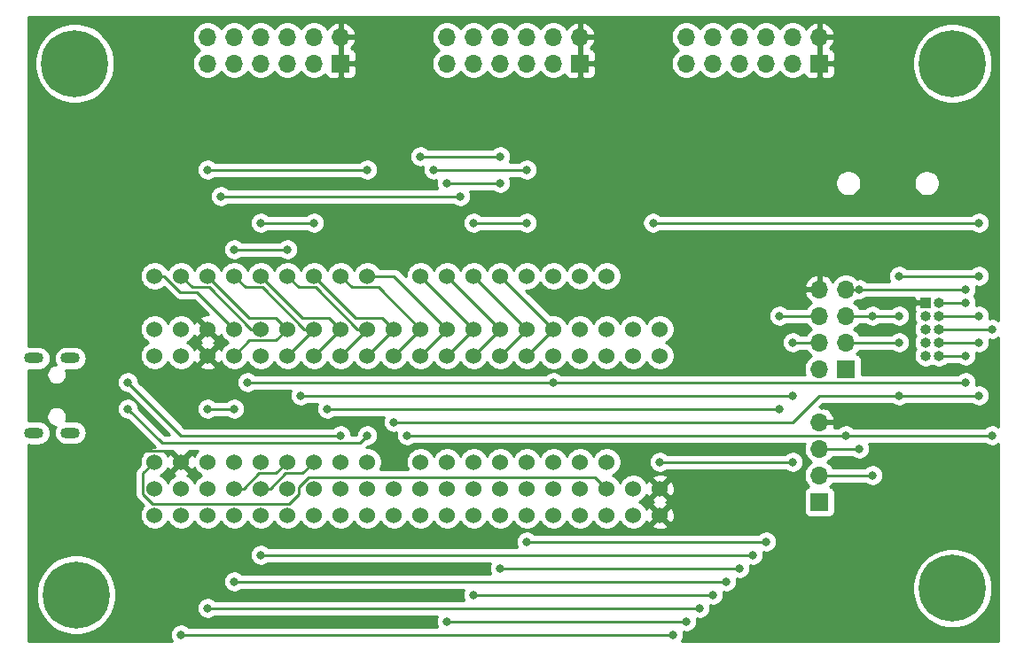
<source format=gbr>
%TF.GenerationSoftware,KiCad,Pcbnew,5.1.10*%
%TF.CreationDate,2021-09-24T20:41:10+02:00*%
%TF.ProjectId,ucdev_board,75636465-765f-4626-9f61-72642e6b6963,rev?*%
%TF.SameCoordinates,Original*%
%TF.FileFunction,Copper,L2,Bot*%
%TF.FilePolarity,Positive*%
%FSLAX46Y46*%
G04 Gerber Fmt 4.6, Leading zero omitted, Abs format (unit mm)*
G04 Created by KiCad (PCBNEW 5.1.10) date 2021-09-24 20:41:10*
%MOMM*%
%LPD*%
G01*
G04 APERTURE LIST*
%TA.AperFunction,ComponentPad*%
%ADD10O,1.850000X1.050000*%
%TD*%
%TA.AperFunction,ComponentPad*%
%ADD11O,1.000000X1.000000*%
%TD*%
%TA.AperFunction,ComponentPad*%
%ADD12R,1.000000X1.000000*%
%TD*%
%TA.AperFunction,ComponentPad*%
%ADD13C,1.524000*%
%TD*%
%TA.AperFunction,ComponentPad*%
%ADD14C,0.800000*%
%TD*%
%TA.AperFunction,ComponentPad*%
%ADD15C,6.400000*%
%TD*%
%TA.AperFunction,ComponentPad*%
%ADD16O,1.700000X1.700000*%
%TD*%
%TA.AperFunction,ComponentPad*%
%ADD17R,1.700000X1.700000*%
%TD*%
%TA.AperFunction,ViaPad*%
%ADD18C,0.800000*%
%TD*%
%TA.AperFunction,Conductor*%
%ADD19C,0.250000*%
%TD*%
%TA.AperFunction,Conductor*%
%ADD20C,0.254000*%
%TD*%
%TA.AperFunction,Conductor*%
%ADD21C,0.100000*%
%TD*%
G04 APERTURE END LIST*
D10*
%TO.P,J8,6*%
%TO.N,GND*%
X58000000Y-65780000D03*
X58000000Y-58655000D03*
X54550000Y-58655000D03*
X54550000Y-65805000D03*
%TD*%
D11*
%TO.P,JTAG1,10*%
%TO.N,~RST*%
X140970000Y-58420000D03*
%TO.P,JTAG1,9*%
%TO.N,GND*%
X139700000Y-58420000D03*
%TO.P,JTAG1,8*%
%TO.N,A15*%
X140970000Y-57150000D03*
%TO.P,JTAG1,7*%
%TO.N,Net-(JTAG1-Pad7)*%
X139700000Y-57150000D03*
%TO.P,JTAG1,6*%
%TO.N,B3*%
X140970000Y-55880000D03*
%TO.P,JTAG1,5*%
%TO.N,GND*%
X139700000Y-55880000D03*
%TO.P,JTAG1,4*%
%TO.N,JTCK*%
X140970000Y-54610000D03*
%TO.P,JTAG1,3*%
%TO.N,GND*%
X139700000Y-54610000D03*
%TO.P,JTAG1,2*%
%TO.N,JTMS*%
X140970000Y-53340000D03*
D12*
%TO.P,JTAG1,1*%
%TO.N,3V3*%
X139700000Y-53340000D03*
%TD*%
D13*
%TO.P,U2,1*%
%TO.N,5V*%
X66040000Y-58420000D03*
%TO.P,U2,2*%
%TO.N,GND*%
X68580000Y-58420000D03*
%TO.P,U2,3*%
%TO.N,3V3*%
X71120000Y-58420000D03*
%TO.P,U2,4*%
%TO.N,B10*%
X73660000Y-58420000D03*
%TO.P,U2,5*%
%TO.N,B2*%
X76200000Y-58420000D03*
%TO.P,U2,6*%
%TO.N,B1*%
X78740000Y-58420000D03*
%TO.P,U2,7*%
%TO.N,B0*%
X81280000Y-58420000D03*
%TO.P,U2,8*%
%TO.N,A7*%
X83820000Y-58420000D03*
%TO.P,U2,9*%
%TO.N,A6*%
X86360000Y-58420000D03*
%TO.P,U2,10*%
%TO.N,A5*%
X88900000Y-58420000D03*
%TO.P,U2,11*%
%TO.N,A4*%
X91440000Y-58420000D03*
%TO.P,U2,12*%
%TO.N,A3*%
X93980000Y-58420000D03*
%TO.P,U2,13*%
%TO.N,A2*%
X96520000Y-58420000D03*
%TO.P,U2,14*%
%TO.N,A1*%
X99060000Y-58420000D03*
%TO.P,U2,15*%
%TO.N,A0*%
X101600000Y-58420000D03*
%TO.P,U2,16*%
%TO.N,~RST*%
X104140000Y-58420000D03*
%TO.P,U2,17*%
%TO.N,Net-(U2-Pad17)*%
X106680000Y-58420000D03*
%TO.P,U2,18*%
%TO.N,Net-(U2-Pad18)*%
X109220000Y-58420000D03*
%TO.P,U2,19*%
%TO.N,C13*%
X111760000Y-58420000D03*
%TO.P,U2,20*%
%TO.N,VB*%
X114300000Y-58420000D03*
%TO.P,U2,21*%
%TO.N,3V3*%
X114300000Y-73660000D03*
%TO.P,U2,22*%
%TO.N,GND*%
X111760000Y-73660000D03*
%TO.P,U2,23*%
%TO.N,5V*%
X109220000Y-73660000D03*
%TO.P,U2,24*%
%TO.N,B9*%
X106680000Y-73660000D03*
%TO.P,U2,25*%
%TO.N,B8*%
X104140000Y-73660000D03*
%TO.P,U2,26*%
%TO.N,B7*%
X101600000Y-73660000D03*
%TO.P,U2,27*%
%TO.N,B6*%
X99060000Y-73660000D03*
%TO.P,U2,28*%
%TO.N,B5*%
X96520000Y-73660000D03*
%TO.P,U2,29*%
%TO.N,B4*%
X93980000Y-73660000D03*
%TO.P,U2,30*%
%TO.N,B3*%
X91440000Y-73660000D03*
%TO.P,U2,31*%
%TO.N,A15*%
X88900000Y-73660000D03*
%TO.P,U2,32*%
%TO.N,A12*%
X86360000Y-73660000D03*
%TO.P,U2,33*%
%TO.N,A11*%
X83820000Y-73660000D03*
%TO.P,U2,34*%
%TO.N,A10*%
X81280000Y-73660000D03*
%TO.P,U2,35*%
%TO.N,A9*%
X78740000Y-73660000D03*
%TO.P,U2,36*%
%TO.N,A8*%
X76200000Y-73660000D03*
%TO.P,U2,37*%
%TO.N,B15*%
X73660000Y-73660000D03*
%TO.P,U2,38*%
%TO.N,B14*%
X71120000Y-73660000D03*
%TO.P,U2,39*%
%TO.N,B13*%
X68580000Y-73660000D03*
%TO.P,U2,40*%
%TO.N,B12*%
X66040000Y-73660000D03*
%TD*%
D14*
%TO.P,H4,1*%
%TO.N,N/C*%
X143937056Y-78947944D03*
X142240000Y-78245000D03*
X140542944Y-78947944D03*
X139840000Y-80645000D03*
X140542944Y-82342056D03*
X142240000Y-83045000D03*
X143937056Y-82342056D03*
X144640000Y-80645000D03*
D15*
X142240000Y-80645000D03*
%TD*%
D14*
%TO.P,H3,1*%
%TO.N,N/C*%
X60257056Y-79582944D03*
X58560000Y-78880000D03*
X56862944Y-79582944D03*
X56160000Y-81280000D03*
X56862944Y-82977056D03*
X58560000Y-83680000D03*
X60257056Y-82977056D03*
X60960000Y-81280000D03*
D15*
X58560000Y-81280000D03*
%TD*%
D14*
%TO.P,H2,1*%
%TO.N,N/C*%
X143937056Y-28782944D03*
X142240000Y-28080000D03*
X140542944Y-28782944D03*
X139840000Y-30480000D03*
X140542944Y-32177056D03*
X142240000Y-32880000D03*
X143937056Y-32177056D03*
X144640000Y-30480000D03*
D15*
X142240000Y-30480000D03*
%TD*%
D14*
%TO.P,H1,1*%
%TO.N,N/C*%
X60117056Y-28782944D03*
X58420000Y-28080000D03*
X56722944Y-28782944D03*
X56020000Y-30480000D03*
X56722944Y-32177056D03*
X58420000Y-32880000D03*
X60117056Y-32177056D03*
X60820000Y-30480000D03*
D15*
X58420000Y-30480000D03*
%TD*%
D16*
%TO.P,PMOD4,12*%
%TO.N,B13*%
X116840000Y-27940000D03*
%TO.P,PMOD4,11*%
%TO.N,B4*%
X116840000Y-30480000D03*
%TO.P,PMOD4,10*%
%TO.N,B14*%
X119380000Y-27940000D03*
%TO.P,PMOD4,9*%
%TO.N,B5*%
X119380000Y-30480000D03*
%TO.P,PMOD4,8*%
%TO.N,B15*%
X121920000Y-27940000D03*
%TO.P,PMOD4,7*%
%TO.N,B6*%
X121920000Y-30480000D03*
%TO.P,PMOD4,6*%
%TO.N,A8*%
X124460000Y-27940000D03*
%TO.P,PMOD4,5*%
%TO.N,B7*%
X124460000Y-30480000D03*
%TO.P,PMOD4,4*%
%TO.N,GND*%
X127000000Y-27940000D03*
%TO.P,PMOD4,3*%
X127000000Y-30480000D03*
%TO.P,PMOD4,2*%
%TO.N,3V3*%
X129540000Y-27940000D03*
D17*
%TO.P,PMOD4,1*%
X129540000Y-30480000D03*
%TD*%
D16*
%TO.P,PMOD3,12*%
%TO.N,C13*%
X93980000Y-27940000D03*
%TO.P,PMOD3,11*%
%TO.N,A0*%
X93980000Y-30480000D03*
%TO.P,PMOD3,10*%
%TO.N,B12*%
X96520000Y-27940000D03*
%TO.P,PMOD3,9*%
%TO.N,A2*%
X96520000Y-30480000D03*
%TO.P,PMOD3,8*%
%TO.N,B8*%
X99060000Y-27940000D03*
%TO.P,PMOD3,7*%
%TO.N,A3*%
X99060000Y-30480000D03*
%TO.P,PMOD3,6*%
%TO.N,B9*%
X101600000Y-27940000D03*
%TO.P,PMOD3,5*%
%TO.N,A1*%
X101600000Y-30480000D03*
%TO.P,PMOD3,4*%
%TO.N,GND*%
X104140000Y-27940000D03*
%TO.P,PMOD3,3*%
X104140000Y-30480000D03*
%TO.P,PMOD3,2*%
%TO.N,3V3*%
X106680000Y-27940000D03*
D17*
%TO.P,PMOD3,1*%
X106680000Y-30480000D03*
%TD*%
D16*
%TO.P,PMOD2,12*%
%TO.N,B11*%
X71120000Y-27940000D03*
%TO.P,PMOD2,11*%
%TO.N,A4*%
X71120000Y-30480000D03*
%TO.P,PMOD2,10*%
%TO.N,B10*%
X73660000Y-27940000D03*
%TO.P,PMOD2,9*%
%TO.N,A7*%
X73660000Y-30480000D03*
%TO.P,PMOD2,8*%
%TO.N,B1*%
X76200000Y-27940000D03*
%TO.P,PMOD2,7*%
%TO.N,A6*%
X76200000Y-30480000D03*
%TO.P,PMOD2,6*%
%TO.N,B0*%
X78740000Y-27940000D03*
%TO.P,PMOD2,5*%
%TO.N,A5*%
X78740000Y-30480000D03*
%TO.P,PMOD2,4*%
%TO.N,GND*%
X81280000Y-27940000D03*
%TO.P,PMOD2,3*%
X81280000Y-30480000D03*
%TO.P,PMOD2,2*%
%TO.N,3V3*%
X83820000Y-27940000D03*
D17*
%TO.P,PMOD2,1*%
X83820000Y-30480000D03*
%TD*%
D16*
%TO.P,J3,8*%
%TO.N,3V3*%
X129540000Y-52070000D03*
%TO.P,J3,7*%
%TO.N,JTMS*%
X132080000Y-52070000D03*
%TO.P,J3,6*%
%TO.N,A10*%
X129540000Y-54610000D03*
%TO.P,J3,5*%
%TO.N,JTCK*%
X132080000Y-54610000D03*
%TO.P,J3,4*%
%TO.N,A9*%
X129540000Y-57150000D03*
%TO.P,J3,3*%
%TO.N,A15*%
X132080000Y-57150000D03*
%TO.P,J3,2*%
%TO.N,GND*%
X129540000Y-59690000D03*
D17*
%TO.P,J3,1*%
%TO.N,B3*%
X132080000Y-59690000D03*
%TD*%
D16*
%TO.P,J2,4*%
%TO.N,3V3*%
X129540000Y-64770000D03*
%TO.P,J2,3*%
%TO.N,JTMS*%
X129540000Y-67310000D03*
%TO.P,J2,2*%
%TO.N,JTCK*%
X129540000Y-69850000D03*
D17*
%TO.P,J2,1*%
%TO.N,GND*%
X129540000Y-72390000D03*
%TD*%
D13*
%TO.P,U3,1*%
%TO.N,~RST*%
X66040000Y-50800000D03*
%TO.P,U3,2*%
%TO.N,B11*%
X68580000Y-50800000D03*
%TO.P,U3,3*%
%TO.N,B10*%
X71120000Y-50800000D03*
%TO.P,U3,4*%
%TO.N,B1*%
X73660000Y-50800000D03*
%TO.P,U3,5*%
%TO.N,B0*%
X76200000Y-50800000D03*
%TO.P,U3,6*%
%TO.N,A7*%
X78740000Y-50800000D03*
%TO.P,U3,7*%
%TO.N,A6*%
X81280000Y-50800000D03*
%TO.P,U3,8*%
%TO.N,A5*%
X83820000Y-50800000D03*
%TO.P,U3,9*%
%TO.N,A4*%
X86360000Y-50800000D03*
%TO.P,U3,10*%
%TO.N,A3*%
X91440000Y-50800000D03*
%TO.P,U3,11*%
%TO.N,A2*%
X93980000Y-50800000D03*
%TO.P,U3,12*%
%TO.N,A1*%
X96520000Y-50800000D03*
%TO.P,U3,13*%
%TO.N,A0*%
X99060000Y-50800000D03*
%TO.P,U3,14*%
%TO.N,C13*%
X101600000Y-50800000D03*
%TO.P,U3,15*%
%TO.N,Net-(U3-Pad15)*%
X104140000Y-50800000D03*
%TO.P,U3,16*%
%TO.N,Net-(U3-Pad16)*%
X106680000Y-50800000D03*
%TO.P,U3,17*%
%TO.N,VB*%
X109220000Y-50800000D03*
%TO.P,U3,18*%
%TO.N,GND*%
X109220000Y-68580000D03*
%TO.P,U3,19*%
X106680000Y-68580000D03*
%TO.P,U3,21*%
%TO.N,B8*%
X101600000Y-68580000D03*
%TO.P,U3,22*%
%TO.N,B7*%
X99060000Y-68580000D03*
%TO.P,U3,23*%
%TO.N,B6*%
X96520000Y-68580000D03*
%TO.P,U3,24*%
%TO.N,B5*%
X93980000Y-68580000D03*
%TO.P,U3,25*%
%TO.N,B4*%
X91440000Y-68580000D03*
%TO.P,U3,26*%
%TO.N,A12*%
X86360000Y-68580000D03*
%TO.P,U3,27*%
%TO.N,A11*%
X83820000Y-68580000D03*
%TO.P,U3,28*%
%TO.N,A8*%
X81280000Y-68580000D03*
%TO.P,U3,29*%
%TO.N,B15*%
X78740000Y-68580000D03*
%TO.P,U3,30*%
%TO.N,B14*%
X76200000Y-68580000D03*
%TO.P,U3,31*%
%TO.N,B13*%
X73660000Y-68580000D03*
%TO.P,U3,32*%
%TO.N,B12*%
X71120000Y-68580000D03*
%TO.P,U3,33*%
%TO.N,3V3*%
X68580000Y-68580000D03*
%TO.P,U3,34*%
%TO.N,5V*%
X66040000Y-68580000D03*
%TO.P,U3,20*%
%TO.N,B9*%
X104140000Y-68580000D03*
%TD*%
%TO.P,U1,1*%
%TO.N,Net-(U1-Pad1)*%
X66040000Y-55880000D03*
%TO.P,U1,2*%
%TO.N,GND*%
X68580000Y-55880000D03*
%TO.P,U1,3*%
%TO.N,3V3*%
X71120000Y-55880000D03*
%TO.P,U1,4*%
%TO.N,~RST*%
X73660000Y-55880000D03*
%TO.P,U1,5*%
%TO.N,B11*%
X76200000Y-55880000D03*
%TO.P,U1,6*%
%TO.N,B10*%
X78740000Y-55880000D03*
%TO.P,U1,7*%
%TO.N,B1*%
X81280000Y-55880000D03*
%TO.P,U1,8*%
%TO.N,B0*%
X83820000Y-55880000D03*
%TO.P,U1,9*%
%TO.N,A7*%
X86360000Y-55880000D03*
%TO.P,U1,10*%
%TO.N,A6*%
X88900000Y-55880000D03*
%TO.P,U1,11*%
%TO.N,A5*%
X91440000Y-55880000D03*
%TO.P,U1,12*%
%TO.N,A4*%
X93980000Y-55880000D03*
%TO.P,U1,13*%
%TO.N,A3*%
X96520000Y-55880000D03*
%TO.P,U1,14*%
%TO.N,A2*%
X99060000Y-55880000D03*
%TO.P,U1,15*%
%TO.N,A1*%
X101600000Y-55880000D03*
%TO.P,U1,16*%
%TO.N,A0*%
X104140000Y-55880000D03*
%TO.P,U1,17*%
%TO.N,Net-(U1-Pad17)*%
X106680000Y-55880000D03*
%TO.P,U1,18*%
%TO.N,Net-(U1-Pad18)*%
X109220000Y-55880000D03*
%TO.P,U1,19*%
%TO.N,C13*%
X111760000Y-55880000D03*
%TO.P,U1,20*%
%TO.N,VB*%
X114300000Y-55880000D03*
%TO.P,U1,21*%
%TO.N,3V3*%
X114300000Y-71120000D03*
%TO.P,U1,22*%
%TO.N,GND*%
X111760000Y-71120000D03*
%TO.P,U1,23*%
%TO.N,5V*%
X109220000Y-71120000D03*
%TO.P,U1,24*%
%TO.N,B9*%
X106680000Y-71120000D03*
%TO.P,U1,25*%
%TO.N,B8*%
X104140000Y-71120000D03*
%TO.P,U1,26*%
%TO.N,B7*%
X101600000Y-71120000D03*
%TO.P,U1,27*%
%TO.N,B6*%
X99060000Y-71120000D03*
%TO.P,U1,28*%
%TO.N,B5*%
X96520000Y-71120000D03*
%TO.P,U1,29*%
%TO.N,B4*%
X93980000Y-71120000D03*
%TO.P,U1,30*%
%TO.N,B3*%
X91440000Y-71120000D03*
%TO.P,U1,31*%
%TO.N,A15*%
X88900000Y-71120000D03*
%TO.P,U1,32*%
%TO.N,A12*%
X86360000Y-71120000D03*
%TO.P,U1,33*%
%TO.N,A11*%
X83820000Y-71120000D03*
%TO.P,U1,34*%
%TO.N,A10*%
X81280000Y-71120000D03*
%TO.P,U1,35*%
%TO.N,A9*%
X78740000Y-71120000D03*
%TO.P,U1,36*%
%TO.N,A8*%
X76200000Y-71120000D03*
%TO.P,U1,37*%
%TO.N,B15*%
X73660000Y-71120000D03*
%TO.P,U1,38*%
%TO.N,B14*%
X71120000Y-71120000D03*
%TO.P,U1,39*%
%TO.N,B13*%
X68580000Y-71120000D03*
%TO.P,U1,40*%
%TO.N,B12*%
X66040000Y-71120000D03*
%TD*%
D18*
%TO.N,B12*%
X95250000Y-43180000D03*
X72390000Y-43180000D03*
%TO.N,B13*%
X68580000Y-85090000D03*
X115570000Y-85090000D03*
%TO.N,B14*%
X118110000Y-82550000D03*
X71120000Y-82550000D03*
%TO.N,B15*%
X120650000Y-80010000D03*
X73660000Y-80010000D03*
%TO.N,A8*%
X123190000Y-77470000D03*
X76200000Y-77470000D03*
%TO.N,A9*%
X80010000Y-62230000D03*
X127000000Y-62230000D03*
X127000000Y-57150000D03*
%TO.N,A10*%
X82550000Y-63500000D03*
X125730000Y-54610000D03*
X125730000Y-63500000D03*
%TO.N,A11*%
X83820000Y-66040000D03*
X63500000Y-60960000D03*
%TO.N,A12*%
X86360000Y-66040000D03*
X63500000Y-63500000D03*
%TO.N,A15*%
X88900000Y-64770000D03*
X144780000Y-57150000D03*
X144780000Y-62230000D03*
X137160000Y-62230000D03*
X137160000Y-57150000D03*
%TO.N,B3*%
X90170000Y-66040000D03*
X146050000Y-55880000D03*
X146050000Y-66040000D03*
X132080000Y-66040000D03*
%TO.N,B4*%
X116840000Y-83820000D03*
X93980000Y-83820000D03*
%TO.N,B5*%
X119380000Y-81280000D03*
X96520000Y-81280000D03*
%TO.N,B6*%
X121920000Y-78740000D03*
X99060000Y-78740000D03*
%TO.N,B7*%
X124460000Y-76200000D03*
X101600000Y-76200000D03*
%TO.N,GND*%
X114300000Y-68580000D03*
X127000000Y-68580000D03*
X71120000Y-63500000D03*
X73660000Y-63500000D03*
%TO.N,3V3*%
X63500000Y-68580000D03*
X139700000Y-48260000D03*
X106680000Y-43180000D03*
%TO.N,C13*%
X92710000Y-40640000D03*
X101600000Y-40640000D03*
%TO.N,A0*%
X93980000Y-41910000D03*
X99060000Y-41910000D03*
%TO.N,A1*%
X101600000Y-45720000D03*
X96520000Y-45720000D03*
%TO.N,A3*%
X99060000Y-39370000D03*
X91440000Y-39370000D03*
%TO.N,A4*%
X71120000Y-40640000D03*
X86360000Y-40640000D03*
%TO.N,A6*%
X81280000Y-45720000D03*
X76200000Y-45720000D03*
%TO.N,A7*%
X78740000Y-48260000D03*
X73660000Y-48260000D03*
%TO.N,~RST*%
X74930000Y-60960000D03*
X104140000Y-60960000D03*
X143510000Y-58420000D03*
X143510000Y-60960000D03*
%TO.N,JTMS*%
X143510000Y-53340000D03*
X143510000Y-52070000D03*
X133350000Y-67310000D03*
X133350000Y-52070000D03*
%TO.N,JTCK*%
X144780000Y-54610000D03*
X144780000Y-50800000D03*
X137160000Y-50800000D03*
X137160000Y-54610000D03*
X134620000Y-69850000D03*
X134620000Y-54610000D03*
%TO.N,Net-(BT1-Pad1)*%
X113665000Y-45720000D03*
X144780000Y-45720000D03*
%TD*%
D19*
%TO.N,B12*%
X95250000Y-43180000D02*
X72390000Y-43180000D01*
%TO.N,B13*%
X68580000Y-85090000D02*
X72390000Y-85090000D01*
X115570000Y-85090000D02*
X72390000Y-85090000D01*
%TO.N,B14*%
X118110000Y-82550000D02*
X71120000Y-82550000D01*
%TO.N,B15*%
X120650000Y-80010000D02*
X73660000Y-80010000D01*
X77652999Y-69667001D02*
X78740000Y-68580000D01*
X76044237Y-69667001D02*
X77652999Y-69667001D01*
X74591238Y-71120000D02*
X76044237Y-69667001D01*
X74591238Y-71120000D02*
X73660000Y-71120000D01*
%TO.N,A8*%
X123190000Y-77470000D02*
X76200000Y-77470000D01*
X80192999Y-69667001D02*
X81280000Y-68580000D01*
X78584237Y-69667001D02*
X80192999Y-69667001D01*
X77131238Y-71120000D02*
X78584237Y-69667001D01*
X77131238Y-71120000D02*
X76200000Y-71120000D01*
%TO.N,A9*%
X80010000Y-62230000D02*
X82550000Y-62230000D01*
X82550000Y-62230000D02*
X127000000Y-62230000D01*
X127000000Y-57150000D02*
X129540000Y-57150000D01*
%TO.N,A10*%
X129540000Y-54610000D02*
X125730000Y-54610000D01*
X125730000Y-63500000D02*
X82550000Y-63500000D01*
%TO.N,A11*%
X68580000Y-66040000D02*
X63500000Y-60960000D01*
X83820000Y-66040000D02*
X68580000Y-66040000D01*
%TO.N,A12*%
X66765001Y-66765001D02*
X63500000Y-63500000D01*
X85634999Y-66765001D02*
X66765001Y-66765001D01*
X86360000Y-66040000D02*
X85634999Y-66765001D01*
%TO.N,A15*%
X88900000Y-64770000D02*
X91440000Y-64770000D01*
X140970000Y-57150000D02*
X143510000Y-57150000D01*
X143510000Y-57150000D02*
X144780000Y-57150000D01*
X144780000Y-62230000D02*
X137160000Y-62230000D01*
X137160000Y-57150000D02*
X132080000Y-57150000D01*
X137160000Y-62230000D02*
X129540000Y-62230000D01*
X129540000Y-62230000D02*
X127000000Y-64770000D01*
X127000000Y-64770000D02*
X106680000Y-64770000D01*
X106680000Y-64770000D02*
X90170000Y-64770000D01*
%TO.N,B3*%
X90170000Y-66040000D02*
X91440000Y-66040000D01*
X140970000Y-55880000D02*
X143510000Y-55880000D01*
X143510000Y-55880000D02*
X146050000Y-55880000D01*
X146050000Y-66040000D02*
X132080000Y-66040000D01*
X132080000Y-66040000D02*
X135890000Y-66040000D01*
X91440000Y-66040000D02*
X132080000Y-66040000D01*
%TO.N,B4*%
X116840000Y-83820000D02*
X93980000Y-83820000D01*
%TO.N,B5*%
X119380000Y-81280000D02*
X96520000Y-81280000D01*
%TO.N,B6*%
X121920000Y-78740000D02*
X99060000Y-78740000D01*
%TO.N,B7*%
X124460000Y-76200000D02*
X101600000Y-76200000D01*
%TO.N,5V*%
X80758239Y-70032999D02*
X108132999Y-70032999D01*
X79827001Y-70964237D02*
X80758239Y-70032999D01*
X79827001Y-71641761D02*
X79827001Y-70964237D01*
X108132999Y-70032999D02*
X109220000Y-71120000D01*
X65884237Y-72572999D02*
X78895763Y-72572999D01*
X78895763Y-72572999D02*
X79827001Y-71641761D01*
X64952999Y-69667001D02*
X64952999Y-71641761D01*
X64952999Y-71641761D02*
X65884237Y-72572999D01*
X66040000Y-68580000D02*
X64952999Y-69667001D01*
%TO.N,GND*%
X127000000Y-68580000D02*
X114300000Y-68580000D01*
X73660000Y-63500000D02*
X71120000Y-63500000D01*
%TO.N,3V3*%
X64587001Y-67492999D02*
X63500000Y-68580000D01*
X67492999Y-67492999D02*
X64587001Y-67492999D01*
X68580000Y-68580000D02*
X67492999Y-67492999D01*
%TO.N,C13*%
X92710000Y-40640000D02*
X101600000Y-40640000D01*
%TO.N,A0*%
X93980000Y-41910000D02*
X99060000Y-41910000D01*
X101600000Y-58420000D02*
X104140000Y-55880000D01*
X104140000Y-55880000D02*
X99060000Y-50800000D01*
%TO.N,A1*%
X101600000Y-45720000D02*
X96520000Y-45720000D01*
X99060000Y-58420000D02*
X101600000Y-55880000D01*
X101600000Y-55880000D02*
X96520000Y-50800000D01*
%TO.N,A2*%
X99060000Y-55880000D02*
X93980000Y-50800000D01*
X96520000Y-58420000D02*
X99060000Y-55880000D01*
%TO.N,A3*%
X99060000Y-39370000D02*
X91440000Y-39370000D01*
X93980000Y-58420000D02*
X96520000Y-55880000D01*
X96520000Y-55880000D02*
X91440000Y-50800000D01*
%TO.N,A4*%
X81280000Y-40640000D02*
X71120000Y-40640000D01*
X86360000Y-40640000D02*
X81280000Y-40640000D01*
X91440000Y-58420000D02*
X93980000Y-55880000D01*
X88900000Y-50800000D02*
X86360000Y-50800000D01*
X93980000Y-55880000D02*
X88900000Y-50800000D01*
%TO.N,A5*%
X88900000Y-58420000D02*
X91440000Y-55880000D01*
X84907001Y-51887001D02*
X83820000Y-50800000D01*
X87447001Y-51887001D02*
X84907001Y-51887001D01*
X91440000Y-55880000D02*
X87447001Y-51887001D01*
%TO.N,A6*%
X81280000Y-45720000D02*
X76200000Y-45720000D01*
X86360000Y-58420000D02*
X88900000Y-55880000D01*
X85272999Y-54792999D02*
X81280000Y-50800000D01*
X87812999Y-54792999D02*
X85272999Y-54792999D01*
X88900000Y-55880000D02*
X87812999Y-54792999D01*
%TO.N,A7*%
X78740000Y-48260000D02*
X73660000Y-48260000D01*
X83820000Y-58420000D02*
X86360000Y-55880000D01*
X79827001Y-51887001D02*
X78740000Y-50800000D01*
X81435763Y-51887001D02*
X79827001Y-51887001D01*
X85428762Y-55880000D02*
X81435763Y-51887001D01*
X86360000Y-55880000D02*
X85428762Y-55880000D01*
%TO.N,B0*%
X81280000Y-58420000D02*
X83820000Y-55880000D01*
X80192999Y-54792999D02*
X76200000Y-50800000D01*
X82732999Y-54792999D02*
X80192999Y-54792999D01*
X83820000Y-55880000D02*
X82732999Y-54792999D01*
%TO.N,B1*%
X78740000Y-58420000D02*
X81280000Y-55880000D01*
X76355763Y-51887001D02*
X74747001Y-51887001D01*
X80348762Y-55880000D02*
X76355763Y-51887001D01*
X74747001Y-51887001D02*
X73660000Y-50800000D01*
X81280000Y-55880000D02*
X80348762Y-55880000D01*
%TO.N,B10*%
X77652999Y-56967001D02*
X78740000Y-55880000D01*
X75112999Y-56967001D02*
X77652999Y-56967001D01*
X73660000Y-58420000D02*
X75112999Y-56967001D01*
X75112999Y-54792999D02*
X71120000Y-50800000D01*
X77652999Y-54792999D02*
X75112999Y-54792999D01*
X78740000Y-55880000D02*
X77652999Y-54792999D01*
%TO.N,B11*%
X69667001Y-51887001D02*
X68580000Y-50800000D01*
X71275763Y-51887001D02*
X69667001Y-51887001D01*
X75268762Y-55880000D02*
X71275763Y-51887001D01*
X76200000Y-55880000D02*
X75268762Y-55880000D01*
%TO.N,~RST*%
X73660000Y-55880000D02*
X70117011Y-52337011D01*
X66971238Y-50800000D02*
X66040000Y-50800000D01*
X68508249Y-52337011D02*
X66971238Y-50800000D01*
X70117011Y-52337011D02*
X68508249Y-52337011D01*
X74930000Y-60960000D02*
X104140000Y-60960000D01*
X104140000Y-60960000D02*
X135890000Y-60960000D01*
X140970000Y-58420000D02*
X143510000Y-58420000D01*
X143510000Y-58420000D02*
X143510000Y-58420000D01*
X143510000Y-60960000D02*
X135890000Y-60960000D01*
%TO.N,JTMS*%
X140970000Y-53340000D02*
X143510000Y-53340000D01*
X132080000Y-52070000D02*
X143510000Y-52070000D01*
X129540000Y-67310000D02*
X133350000Y-67310000D01*
%TO.N,JTCK*%
X140970000Y-54610000D02*
X143510000Y-54610000D01*
X143510000Y-54610000D02*
X144780000Y-54610000D01*
X144780000Y-50800000D02*
X137160000Y-50800000D01*
X129540000Y-69850000D02*
X134620000Y-69850000D01*
X134620000Y-54610000D02*
X132080000Y-54610000D01*
X137160000Y-54610000D02*
X134620000Y-54610000D01*
%TO.N,Net-(BT1-Pad1)*%
X113665000Y-45720000D02*
X144780000Y-45720000D01*
%TD*%
D20*
%TO.N,3V3*%
X146660000Y-55042805D02*
X146540256Y-54962795D01*
X146351898Y-54884774D01*
X146151939Y-54845000D01*
X145948061Y-54845000D01*
X145781961Y-54878039D01*
X145815000Y-54711939D01*
X145815000Y-54508061D01*
X145775226Y-54308102D01*
X145697205Y-54119744D01*
X145583937Y-53950226D01*
X145439774Y-53806063D01*
X145270256Y-53692795D01*
X145081898Y-53614774D01*
X144881939Y-53575000D01*
X144678061Y-53575000D01*
X144511961Y-53608039D01*
X144545000Y-53441939D01*
X144545000Y-53238061D01*
X144505226Y-53038102D01*
X144427205Y-52849744D01*
X144330490Y-52705000D01*
X144427205Y-52560256D01*
X144505226Y-52371898D01*
X144545000Y-52171939D01*
X144545000Y-51968061D01*
X144511961Y-51801961D01*
X144678061Y-51835000D01*
X144881939Y-51835000D01*
X145081898Y-51795226D01*
X145270256Y-51717205D01*
X145439774Y-51603937D01*
X145583937Y-51459774D01*
X145697205Y-51290256D01*
X145775226Y-51101898D01*
X145815000Y-50901939D01*
X145815000Y-50698061D01*
X145775226Y-50498102D01*
X145697205Y-50309744D01*
X145583937Y-50140226D01*
X145439774Y-49996063D01*
X145270256Y-49882795D01*
X145081898Y-49804774D01*
X144881939Y-49765000D01*
X144678061Y-49765000D01*
X144478102Y-49804774D01*
X144289744Y-49882795D01*
X144120226Y-49996063D01*
X144076289Y-50040000D01*
X137863711Y-50040000D01*
X137819774Y-49996063D01*
X137650256Y-49882795D01*
X137461898Y-49804774D01*
X137261939Y-49765000D01*
X137058061Y-49765000D01*
X136858102Y-49804774D01*
X136669744Y-49882795D01*
X136500226Y-49996063D01*
X136356063Y-50140226D01*
X136242795Y-50309744D01*
X136164774Y-50498102D01*
X136125000Y-50698061D01*
X136125000Y-50901939D01*
X136164774Y-51101898D01*
X136242795Y-51290256D01*
X136255987Y-51310000D01*
X134053711Y-51310000D01*
X134009774Y-51266063D01*
X133840256Y-51152795D01*
X133651898Y-51074774D01*
X133451939Y-51035000D01*
X133248061Y-51035000D01*
X133162188Y-51052081D01*
X133026632Y-50916525D01*
X132783411Y-50754010D01*
X132513158Y-50642068D01*
X132226260Y-50585000D01*
X131933740Y-50585000D01*
X131646842Y-50642068D01*
X131376589Y-50754010D01*
X131133368Y-50916525D01*
X130926525Y-51123368D01*
X130808900Y-51299406D01*
X130637588Y-51069731D01*
X130421355Y-50874822D01*
X130171252Y-50725843D01*
X129896891Y-50628519D01*
X129667000Y-50749186D01*
X129667000Y-51943000D01*
X129687000Y-51943000D01*
X129687000Y-52197000D01*
X129667000Y-52197000D01*
X129667000Y-52217000D01*
X129413000Y-52217000D01*
X129413000Y-52197000D01*
X128219845Y-52197000D01*
X128098524Y-52426890D01*
X128143175Y-52574099D01*
X128268359Y-52836920D01*
X128442412Y-53070269D01*
X128658645Y-53265178D01*
X128775534Y-53334805D01*
X128593368Y-53456525D01*
X128386525Y-53663368D01*
X128261822Y-53850000D01*
X126433711Y-53850000D01*
X126389774Y-53806063D01*
X126220256Y-53692795D01*
X126031898Y-53614774D01*
X125831939Y-53575000D01*
X125628061Y-53575000D01*
X125428102Y-53614774D01*
X125239744Y-53692795D01*
X125070226Y-53806063D01*
X124926063Y-53950226D01*
X124812795Y-54119744D01*
X124734774Y-54308102D01*
X124695000Y-54508061D01*
X124695000Y-54711939D01*
X124734774Y-54911898D01*
X124812795Y-55100256D01*
X124926063Y-55269774D01*
X125070226Y-55413937D01*
X125239744Y-55527205D01*
X125428102Y-55605226D01*
X125628061Y-55645000D01*
X125831939Y-55645000D01*
X126031898Y-55605226D01*
X126220256Y-55527205D01*
X126389774Y-55413937D01*
X126433711Y-55370000D01*
X128261822Y-55370000D01*
X128386525Y-55556632D01*
X128593368Y-55763475D01*
X128767760Y-55880000D01*
X128593368Y-55996525D01*
X128386525Y-56203368D01*
X128261822Y-56390000D01*
X127703711Y-56390000D01*
X127659774Y-56346063D01*
X127490256Y-56232795D01*
X127301898Y-56154774D01*
X127101939Y-56115000D01*
X126898061Y-56115000D01*
X126698102Y-56154774D01*
X126509744Y-56232795D01*
X126340226Y-56346063D01*
X126196063Y-56490226D01*
X126082795Y-56659744D01*
X126004774Y-56848102D01*
X125965000Y-57048061D01*
X125965000Y-57251939D01*
X126004774Y-57451898D01*
X126082795Y-57640256D01*
X126196063Y-57809774D01*
X126340226Y-57953937D01*
X126509744Y-58067205D01*
X126698102Y-58145226D01*
X126898061Y-58185000D01*
X127101939Y-58185000D01*
X127301898Y-58145226D01*
X127490256Y-58067205D01*
X127659774Y-57953937D01*
X127703711Y-57910000D01*
X128261822Y-57910000D01*
X128386525Y-58096632D01*
X128593368Y-58303475D01*
X128767760Y-58420000D01*
X128593368Y-58536525D01*
X128386525Y-58743368D01*
X128224010Y-58986589D01*
X128112068Y-59256842D01*
X128055000Y-59543740D01*
X128055000Y-59836260D01*
X128112068Y-60123158D01*
X128143897Y-60200000D01*
X104843711Y-60200000D01*
X104799774Y-60156063D01*
X104630256Y-60042795D01*
X104441898Y-59964774D01*
X104241939Y-59925000D01*
X104038061Y-59925000D01*
X103838102Y-59964774D01*
X103649744Y-60042795D01*
X103480226Y-60156063D01*
X103436289Y-60200000D01*
X75633711Y-60200000D01*
X75589774Y-60156063D01*
X75420256Y-60042795D01*
X75231898Y-59964774D01*
X75031939Y-59925000D01*
X74828061Y-59925000D01*
X74628102Y-59964774D01*
X74439744Y-60042795D01*
X74270226Y-60156063D01*
X74126063Y-60300226D01*
X74012795Y-60469744D01*
X73934774Y-60658102D01*
X73895000Y-60858061D01*
X73895000Y-61061939D01*
X73934774Y-61261898D01*
X74012795Y-61450256D01*
X74126063Y-61619774D01*
X74270226Y-61763937D01*
X74439744Y-61877205D01*
X74628102Y-61955226D01*
X74828061Y-61995000D01*
X75031939Y-61995000D01*
X75231898Y-61955226D01*
X75420256Y-61877205D01*
X75589774Y-61763937D01*
X75633711Y-61720000D01*
X79105987Y-61720000D01*
X79092795Y-61739744D01*
X79014774Y-61928102D01*
X78975000Y-62128061D01*
X78975000Y-62331939D01*
X79014774Y-62531898D01*
X79092795Y-62720256D01*
X79206063Y-62889774D01*
X79350226Y-63033937D01*
X79519744Y-63147205D01*
X79708102Y-63225226D01*
X79908061Y-63265000D01*
X80111939Y-63265000D01*
X80311898Y-63225226D01*
X80500256Y-63147205D01*
X80669774Y-63033937D01*
X80713711Y-62990000D01*
X81645987Y-62990000D01*
X81632795Y-63009744D01*
X81554774Y-63198102D01*
X81515000Y-63398061D01*
X81515000Y-63601939D01*
X81554774Y-63801898D01*
X81632795Y-63990256D01*
X81746063Y-64159774D01*
X81890226Y-64303937D01*
X82059744Y-64417205D01*
X82248102Y-64495226D01*
X82448061Y-64535000D01*
X82651939Y-64535000D01*
X82851898Y-64495226D01*
X83040256Y-64417205D01*
X83209774Y-64303937D01*
X83253711Y-64260000D01*
X87995987Y-64260000D01*
X87982795Y-64279744D01*
X87904774Y-64468102D01*
X87865000Y-64668061D01*
X87865000Y-64871939D01*
X87904774Y-65071898D01*
X87982795Y-65260256D01*
X88096063Y-65429774D01*
X88240226Y-65573937D01*
X88409744Y-65687205D01*
X88598102Y-65765226D01*
X88798061Y-65805000D01*
X89001939Y-65805000D01*
X89168039Y-65771961D01*
X89135000Y-65938061D01*
X89135000Y-66141939D01*
X89174774Y-66341898D01*
X89252795Y-66530256D01*
X89366063Y-66699774D01*
X89510226Y-66843937D01*
X89679744Y-66957205D01*
X89868102Y-67035226D01*
X90068061Y-67075000D01*
X90271939Y-67075000D01*
X90471898Y-67035226D01*
X90660256Y-66957205D01*
X90829774Y-66843937D01*
X90873711Y-66800000D01*
X128143897Y-66800000D01*
X128112068Y-66876842D01*
X128055000Y-67163740D01*
X128055000Y-67456260D01*
X128112068Y-67743158D01*
X128224010Y-68013411D01*
X128386525Y-68256632D01*
X128593368Y-68463475D01*
X128767760Y-68580000D01*
X128593368Y-68696525D01*
X128386525Y-68903368D01*
X128224010Y-69146589D01*
X128112068Y-69416842D01*
X128055000Y-69703740D01*
X128055000Y-69996260D01*
X128112068Y-70283158D01*
X128224010Y-70553411D01*
X128386525Y-70796632D01*
X128518380Y-70928487D01*
X128445820Y-70950498D01*
X128335506Y-71009463D01*
X128238815Y-71088815D01*
X128159463Y-71185506D01*
X128100498Y-71295820D01*
X128064188Y-71415518D01*
X128051928Y-71540000D01*
X128051928Y-73240000D01*
X128064188Y-73364482D01*
X128100498Y-73484180D01*
X128159463Y-73594494D01*
X128238815Y-73691185D01*
X128335506Y-73770537D01*
X128445820Y-73829502D01*
X128565518Y-73865812D01*
X128690000Y-73878072D01*
X130390000Y-73878072D01*
X130514482Y-73865812D01*
X130634180Y-73829502D01*
X130744494Y-73770537D01*
X130841185Y-73691185D01*
X130920537Y-73594494D01*
X130979502Y-73484180D01*
X131015812Y-73364482D01*
X131028072Y-73240000D01*
X131028072Y-71540000D01*
X131015812Y-71415518D01*
X130979502Y-71295820D01*
X130920537Y-71185506D01*
X130841185Y-71088815D01*
X130744494Y-71009463D01*
X130634180Y-70950498D01*
X130561620Y-70928487D01*
X130693475Y-70796632D01*
X130818178Y-70610000D01*
X133916289Y-70610000D01*
X133960226Y-70653937D01*
X134129744Y-70767205D01*
X134318102Y-70845226D01*
X134518061Y-70885000D01*
X134721939Y-70885000D01*
X134921898Y-70845226D01*
X135110256Y-70767205D01*
X135279774Y-70653937D01*
X135423937Y-70509774D01*
X135537205Y-70340256D01*
X135615226Y-70151898D01*
X135655000Y-69951939D01*
X135655000Y-69748061D01*
X135615226Y-69548102D01*
X135537205Y-69359744D01*
X135423937Y-69190226D01*
X135279774Y-69046063D01*
X135110256Y-68932795D01*
X134921898Y-68854774D01*
X134721939Y-68815000D01*
X134518061Y-68815000D01*
X134318102Y-68854774D01*
X134129744Y-68932795D01*
X133960226Y-69046063D01*
X133916289Y-69090000D01*
X130818178Y-69090000D01*
X130693475Y-68903368D01*
X130486632Y-68696525D01*
X130312240Y-68580000D01*
X130486632Y-68463475D01*
X130693475Y-68256632D01*
X130818178Y-68070000D01*
X132646289Y-68070000D01*
X132690226Y-68113937D01*
X132859744Y-68227205D01*
X133048102Y-68305226D01*
X133248061Y-68345000D01*
X133451939Y-68345000D01*
X133651898Y-68305226D01*
X133840256Y-68227205D01*
X134009774Y-68113937D01*
X134153937Y-67969774D01*
X134267205Y-67800256D01*
X134345226Y-67611898D01*
X134385000Y-67411939D01*
X134385000Y-67208061D01*
X134345226Y-67008102D01*
X134267205Y-66819744D01*
X134254013Y-66800000D01*
X145346289Y-66800000D01*
X145390226Y-66843937D01*
X145559744Y-66957205D01*
X145748102Y-67035226D01*
X145948061Y-67075000D01*
X146151939Y-67075000D01*
X146351898Y-67035226D01*
X146540256Y-66957205D01*
X146660001Y-66877194D01*
X146660001Y-85700000D01*
X116407195Y-85700000D01*
X116487205Y-85580256D01*
X116565226Y-85391898D01*
X116605000Y-85191939D01*
X116605000Y-84988061D01*
X116571961Y-84821961D01*
X116738061Y-84855000D01*
X116941939Y-84855000D01*
X117141898Y-84815226D01*
X117330256Y-84737205D01*
X117499774Y-84623937D01*
X117643937Y-84479774D01*
X117757205Y-84310256D01*
X117835226Y-84121898D01*
X117875000Y-83921939D01*
X117875000Y-83718061D01*
X117841961Y-83551961D01*
X118008061Y-83585000D01*
X118211939Y-83585000D01*
X118411898Y-83545226D01*
X118600256Y-83467205D01*
X118769774Y-83353937D01*
X118913937Y-83209774D01*
X119027205Y-83040256D01*
X119105226Y-82851898D01*
X119145000Y-82651939D01*
X119145000Y-82448061D01*
X119111961Y-82281961D01*
X119278061Y-82315000D01*
X119481939Y-82315000D01*
X119681898Y-82275226D01*
X119870256Y-82197205D01*
X120039774Y-82083937D01*
X120183937Y-81939774D01*
X120297205Y-81770256D01*
X120375226Y-81581898D01*
X120415000Y-81381939D01*
X120415000Y-81178061D01*
X120381961Y-81011961D01*
X120548061Y-81045000D01*
X120751939Y-81045000D01*
X120951898Y-81005226D01*
X121140256Y-80927205D01*
X121309774Y-80813937D01*
X121453937Y-80669774D01*
X121567205Y-80500256D01*
X121645226Y-80311898D01*
X121654100Y-80267285D01*
X138405000Y-80267285D01*
X138405000Y-81022715D01*
X138552377Y-81763628D01*
X138841467Y-82461554D01*
X139261161Y-83089670D01*
X139795330Y-83623839D01*
X140423446Y-84043533D01*
X141121372Y-84332623D01*
X141862285Y-84480000D01*
X142617715Y-84480000D01*
X143358628Y-84332623D01*
X144056554Y-84043533D01*
X144684670Y-83623839D01*
X145218839Y-83089670D01*
X145638533Y-82461554D01*
X145927623Y-81763628D01*
X146075000Y-81022715D01*
X146075000Y-80267285D01*
X145927623Y-79526372D01*
X145638533Y-78828446D01*
X145218839Y-78200330D01*
X144684670Y-77666161D01*
X144056554Y-77246467D01*
X143358628Y-76957377D01*
X142617715Y-76810000D01*
X141862285Y-76810000D01*
X141121372Y-76957377D01*
X140423446Y-77246467D01*
X139795330Y-77666161D01*
X139261161Y-78200330D01*
X138841467Y-78828446D01*
X138552377Y-79526372D01*
X138405000Y-80267285D01*
X121654100Y-80267285D01*
X121685000Y-80111939D01*
X121685000Y-79908061D01*
X121651961Y-79741961D01*
X121818061Y-79775000D01*
X122021939Y-79775000D01*
X122221898Y-79735226D01*
X122410256Y-79657205D01*
X122579774Y-79543937D01*
X122723937Y-79399774D01*
X122837205Y-79230256D01*
X122915226Y-79041898D01*
X122955000Y-78841939D01*
X122955000Y-78638061D01*
X122921961Y-78471961D01*
X123088061Y-78505000D01*
X123291939Y-78505000D01*
X123491898Y-78465226D01*
X123680256Y-78387205D01*
X123849774Y-78273937D01*
X123993937Y-78129774D01*
X124107205Y-77960256D01*
X124185226Y-77771898D01*
X124225000Y-77571939D01*
X124225000Y-77368061D01*
X124191961Y-77201961D01*
X124358061Y-77235000D01*
X124561939Y-77235000D01*
X124761898Y-77195226D01*
X124950256Y-77117205D01*
X125119774Y-77003937D01*
X125263937Y-76859774D01*
X125377205Y-76690256D01*
X125455226Y-76501898D01*
X125495000Y-76301939D01*
X125495000Y-76098061D01*
X125455226Y-75898102D01*
X125377205Y-75709744D01*
X125263937Y-75540226D01*
X125119774Y-75396063D01*
X124950256Y-75282795D01*
X124761898Y-75204774D01*
X124561939Y-75165000D01*
X124358061Y-75165000D01*
X124158102Y-75204774D01*
X123969744Y-75282795D01*
X123800226Y-75396063D01*
X123756289Y-75440000D01*
X102303711Y-75440000D01*
X102259774Y-75396063D01*
X102090256Y-75282795D01*
X101901898Y-75204774D01*
X101701939Y-75165000D01*
X101498061Y-75165000D01*
X101298102Y-75204774D01*
X101109744Y-75282795D01*
X100940226Y-75396063D01*
X100796063Y-75540226D01*
X100682795Y-75709744D01*
X100604774Y-75898102D01*
X100565000Y-76098061D01*
X100565000Y-76301939D01*
X100604774Y-76501898D01*
X100682795Y-76690256D01*
X100695987Y-76710000D01*
X76903711Y-76710000D01*
X76859774Y-76666063D01*
X76690256Y-76552795D01*
X76501898Y-76474774D01*
X76301939Y-76435000D01*
X76098061Y-76435000D01*
X75898102Y-76474774D01*
X75709744Y-76552795D01*
X75540226Y-76666063D01*
X75396063Y-76810226D01*
X75282795Y-76979744D01*
X75204774Y-77168102D01*
X75165000Y-77368061D01*
X75165000Y-77571939D01*
X75204774Y-77771898D01*
X75282795Y-77960256D01*
X75396063Y-78129774D01*
X75540226Y-78273937D01*
X75709744Y-78387205D01*
X75898102Y-78465226D01*
X76098061Y-78505000D01*
X76301939Y-78505000D01*
X76501898Y-78465226D01*
X76690256Y-78387205D01*
X76859774Y-78273937D01*
X76903711Y-78230000D01*
X98155987Y-78230000D01*
X98142795Y-78249744D01*
X98064774Y-78438102D01*
X98025000Y-78638061D01*
X98025000Y-78841939D01*
X98064774Y-79041898D01*
X98142795Y-79230256D01*
X98155987Y-79250000D01*
X74363711Y-79250000D01*
X74319774Y-79206063D01*
X74150256Y-79092795D01*
X73961898Y-79014774D01*
X73761939Y-78975000D01*
X73558061Y-78975000D01*
X73358102Y-79014774D01*
X73169744Y-79092795D01*
X73000226Y-79206063D01*
X72856063Y-79350226D01*
X72742795Y-79519744D01*
X72664774Y-79708102D01*
X72625000Y-79908061D01*
X72625000Y-80111939D01*
X72664774Y-80311898D01*
X72742795Y-80500256D01*
X72856063Y-80669774D01*
X73000226Y-80813937D01*
X73169744Y-80927205D01*
X73358102Y-81005226D01*
X73558061Y-81045000D01*
X73761939Y-81045000D01*
X73961898Y-81005226D01*
X74150256Y-80927205D01*
X74319774Y-80813937D01*
X74363711Y-80770000D01*
X95615987Y-80770000D01*
X95602795Y-80789744D01*
X95524774Y-80978102D01*
X95485000Y-81178061D01*
X95485000Y-81381939D01*
X95524774Y-81581898D01*
X95602795Y-81770256D01*
X95615987Y-81790000D01*
X71823711Y-81790000D01*
X71779774Y-81746063D01*
X71610256Y-81632795D01*
X71421898Y-81554774D01*
X71221939Y-81515000D01*
X71018061Y-81515000D01*
X70818102Y-81554774D01*
X70629744Y-81632795D01*
X70460226Y-81746063D01*
X70316063Y-81890226D01*
X70202795Y-82059744D01*
X70124774Y-82248102D01*
X70085000Y-82448061D01*
X70085000Y-82651939D01*
X70124774Y-82851898D01*
X70202795Y-83040256D01*
X70316063Y-83209774D01*
X70460226Y-83353937D01*
X70629744Y-83467205D01*
X70818102Y-83545226D01*
X71018061Y-83585000D01*
X71221939Y-83585000D01*
X71421898Y-83545226D01*
X71610256Y-83467205D01*
X71779774Y-83353937D01*
X71823711Y-83310000D01*
X93075987Y-83310000D01*
X93062795Y-83329744D01*
X92984774Y-83518102D01*
X92945000Y-83718061D01*
X92945000Y-83921939D01*
X92984774Y-84121898D01*
X93062795Y-84310256D01*
X93075987Y-84330000D01*
X69283711Y-84330000D01*
X69239774Y-84286063D01*
X69070256Y-84172795D01*
X68881898Y-84094774D01*
X68681939Y-84055000D01*
X68478061Y-84055000D01*
X68278102Y-84094774D01*
X68089744Y-84172795D01*
X67920226Y-84286063D01*
X67776063Y-84430226D01*
X67662795Y-84599744D01*
X67584774Y-84788102D01*
X67545000Y-84988061D01*
X67545000Y-85191939D01*
X67584774Y-85391898D01*
X67662795Y-85580256D01*
X67742805Y-85700000D01*
X54000000Y-85700000D01*
X54000000Y-80902285D01*
X54725000Y-80902285D01*
X54725000Y-81657715D01*
X54872377Y-82398628D01*
X55161467Y-83096554D01*
X55581161Y-83724670D01*
X56115330Y-84258839D01*
X56743446Y-84678533D01*
X57441372Y-84967623D01*
X58182285Y-85115000D01*
X58937715Y-85115000D01*
X59678628Y-84967623D01*
X60376554Y-84678533D01*
X61004670Y-84258839D01*
X61538839Y-83724670D01*
X61958533Y-83096554D01*
X62247623Y-82398628D01*
X62395000Y-81657715D01*
X62395000Y-80902285D01*
X62247623Y-80161372D01*
X61958533Y-79463446D01*
X61538839Y-78835330D01*
X61004670Y-78301161D01*
X60376554Y-77881467D01*
X59678628Y-77592377D01*
X58937715Y-77445000D01*
X58182285Y-77445000D01*
X57441372Y-77592377D01*
X56743446Y-77881467D01*
X56115330Y-78301161D01*
X55581161Y-78835330D01*
X55161467Y-79463446D01*
X54872377Y-80161372D01*
X54725000Y-80902285D01*
X54000000Y-80902285D01*
X54000000Y-66955838D01*
X54093021Y-66965000D01*
X55006979Y-66965000D01*
X55177400Y-66948215D01*
X55396060Y-66881885D01*
X55597579Y-66774171D01*
X55774212Y-66629212D01*
X55919171Y-66452579D01*
X56026885Y-66251060D01*
X56093215Y-66032400D01*
X56115612Y-65805000D01*
X56093215Y-65577600D01*
X56026885Y-65358940D01*
X55919171Y-65157421D01*
X55774212Y-64980788D01*
X55597579Y-64835829D01*
X55396060Y-64728115D01*
X55177400Y-64661785D01*
X55006979Y-64645000D01*
X54093021Y-64645000D01*
X54000000Y-64654162D01*
X54000000Y-64135448D01*
X55720000Y-64135448D01*
X55720000Y-64324552D01*
X55756892Y-64510022D01*
X55829259Y-64684731D01*
X55934319Y-64841964D01*
X56068036Y-64975681D01*
X56225269Y-65080741D01*
X56399978Y-65153108D01*
X56585448Y-65190000D01*
X56600052Y-65190000D01*
X56523115Y-65333940D01*
X56456785Y-65552600D01*
X56434388Y-65780000D01*
X56456785Y-66007400D01*
X56523115Y-66226060D01*
X56630829Y-66427579D01*
X56775788Y-66604212D01*
X56952421Y-66749171D01*
X57153940Y-66856885D01*
X57372600Y-66923215D01*
X57543021Y-66940000D01*
X58456979Y-66940000D01*
X58627400Y-66923215D01*
X58846060Y-66856885D01*
X59047579Y-66749171D01*
X59224212Y-66604212D01*
X59369171Y-66427579D01*
X59476885Y-66226060D01*
X59543215Y-66007400D01*
X59565612Y-65780000D01*
X59543215Y-65552600D01*
X59476885Y-65333940D01*
X59369171Y-65132421D01*
X59224212Y-64955788D01*
X59047579Y-64810829D01*
X58846060Y-64703115D01*
X58627400Y-64636785D01*
X58456979Y-64620000D01*
X57557554Y-64620000D01*
X57603108Y-64510022D01*
X57640000Y-64324552D01*
X57640000Y-64135448D01*
X57603108Y-63949978D01*
X57530741Y-63775269D01*
X57425681Y-63618036D01*
X57291964Y-63484319D01*
X57134731Y-63379259D01*
X56960022Y-63306892D01*
X56774552Y-63270000D01*
X56585448Y-63270000D01*
X56399978Y-63306892D01*
X56225269Y-63379259D01*
X56068036Y-63484319D01*
X55934319Y-63618036D01*
X55829259Y-63775269D01*
X55756892Y-63949978D01*
X55720000Y-64135448D01*
X54000000Y-64135448D01*
X54000000Y-60135448D01*
X55720000Y-60135448D01*
X55720000Y-60324552D01*
X55756892Y-60510022D01*
X55829259Y-60684731D01*
X55934319Y-60841964D01*
X56068036Y-60975681D01*
X56225269Y-61080741D01*
X56399978Y-61153108D01*
X56585448Y-61190000D01*
X56774552Y-61190000D01*
X56960022Y-61153108D01*
X57134731Y-61080741D01*
X57291964Y-60975681D01*
X57409584Y-60858061D01*
X62465000Y-60858061D01*
X62465000Y-61061939D01*
X62504774Y-61261898D01*
X62582795Y-61450256D01*
X62696063Y-61619774D01*
X62840226Y-61763937D01*
X63009744Y-61877205D01*
X63198102Y-61955226D01*
X63398061Y-61995000D01*
X63460199Y-61995000D01*
X67470199Y-66005001D01*
X67079803Y-66005001D01*
X64535000Y-63460199D01*
X64535000Y-63398061D01*
X64495226Y-63198102D01*
X64417205Y-63009744D01*
X64303937Y-62840226D01*
X64159774Y-62696063D01*
X63990256Y-62582795D01*
X63801898Y-62504774D01*
X63601939Y-62465000D01*
X63398061Y-62465000D01*
X63198102Y-62504774D01*
X63009744Y-62582795D01*
X62840226Y-62696063D01*
X62696063Y-62840226D01*
X62582795Y-63009744D01*
X62504774Y-63198102D01*
X62465000Y-63398061D01*
X62465000Y-63601939D01*
X62504774Y-63801898D01*
X62582795Y-63990256D01*
X62696063Y-64159774D01*
X62840226Y-64303937D01*
X63009744Y-64417205D01*
X63198102Y-64495226D01*
X63398061Y-64535000D01*
X63460199Y-64535000D01*
X66108198Y-67183000D01*
X65902408Y-67183000D01*
X65632510Y-67236686D01*
X65378273Y-67341995D01*
X65149465Y-67494880D01*
X64954880Y-67689465D01*
X64801995Y-67918273D01*
X64696686Y-68172510D01*
X64643000Y-68442408D01*
X64643000Y-68717592D01*
X64673628Y-68871571D01*
X64442001Y-69103197D01*
X64412998Y-69127000D01*
X64367022Y-69183023D01*
X64318025Y-69242725D01*
X64295965Y-69283996D01*
X64247453Y-69374755D01*
X64203996Y-69518016D01*
X64192999Y-69629669D01*
X64192999Y-69629679D01*
X64189323Y-69667001D01*
X64192999Y-69704324D01*
X64193000Y-71604429D01*
X64189323Y-71641761D01*
X64193000Y-71679093D01*
X64193000Y-71679094D01*
X64203997Y-71790747D01*
X64210747Y-71812999D01*
X64247453Y-71934007D01*
X64318025Y-72066037D01*
X64389200Y-72152763D01*
X64412999Y-72181762D01*
X64441997Y-72205560D01*
X64980390Y-72743955D01*
X64954880Y-72769465D01*
X64801995Y-72998273D01*
X64696686Y-73252510D01*
X64643000Y-73522408D01*
X64643000Y-73797592D01*
X64696686Y-74067490D01*
X64801995Y-74321727D01*
X64954880Y-74550535D01*
X65149465Y-74745120D01*
X65378273Y-74898005D01*
X65632510Y-75003314D01*
X65902408Y-75057000D01*
X66177592Y-75057000D01*
X66447490Y-75003314D01*
X66701727Y-74898005D01*
X66930535Y-74745120D01*
X67125120Y-74550535D01*
X67278005Y-74321727D01*
X67310000Y-74244485D01*
X67341995Y-74321727D01*
X67494880Y-74550535D01*
X67689465Y-74745120D01*
X67918273Y-74898005D01*
X68172510Y-75003314D01*
X68442408Y-75057000D01*
X68717592Y-75057000D01*
X68987490Y-75003314D01*
X69241727Y-74898005D01*
X69470535Y-74745120D01*
X69665120Y-74550535D01*
X69818005Y-74321727D01*
X69850000Y-74244485D01*
X69881995Y-74321727D01*
X70034880Y-74550535D01*
X70229465Y-74745120D01*
X70458273Y-74898005D01*
X70712510Y-75003314D01*
X70982408Y-75057000D01*
X71257592Y-75057000D01*
X71527490Y-75003314D01*
X71781727Y-74898005D01*
X72010535Y-74745120D01*
X72205120Y-74550535D01*
X72358005Y-74321727D01*
X72390000Y-74244485D01*
X72421995Y-74321727D01*
X72574880Y-74550535D01*
X72769465Y-74745120D01*
X72998273Y-74898005D01*
X73252510Y-75003314D01*
X73522408Y-75057000D01*
X73797592Y-75057000D01*
X74067490Y-75003314D01*
X74321727Y-74898005D01*
X74550535Y-74745120D01*
X74745120Y-74550535D01*
X74898005Y-74321727D01*
X74930000Y-74244485D01*
X74961995Y-74321727D01*
X75114880Y-74550535D01*
X75309465Y-74745120D01*
X75538273Y-74898005D01*
X75792510Y-75003314D01*
X76062408Y-75057000D01*
X76337592Y-75057000D01*
X76607490Y-75003314D01*
X76861727Y-74898005D01*
X77090535Y-74745120D01*
X77285120Y-74550535D01*
X77438005Y-74321727D01*
X77470000Y-74244485D01*
X77501995Y-74321727D01*
X77654880Y-74550535D01*
X77849465Y-74745120D01*
X78078273Y-74898005D01*
X78332510Y-75003314D01*
X78602408Y-75057000D01*
X78877592Y-75057000D01*
X79147490Y-75003314D01*
X79401727Y-74898005D01*
X79630535Y-74745120D01*
X79825120Y-74550535D01*
X79978005Y-74321727D01*
X80010000Y-74244485D01*
X80041995Y-74321727D01*
X80194880Y-74550535D01*
X80389465Y-74745120D01*
X80618273Y-74898005D01*
X80872510Y-75003314D01*
X81142408Y-75057000D01*
X81417592Y-75057000D01*
X81687490Y-75003314D01*
X81941727Y-74898005D01*
X82170535Y-74745120D01*
X82365120Y-74550535D01*
X82518005Y-74321727D01*
X82550000Y-74244485D01*
X82581995Y-74321727D01*
X82734880Y-74550535D01*
X82929465Y-74745120D01*
X83158273Y-74898005D01*
X83412510Y-75003314D01*
X83682408Y-75057000D01*
X83957592Y-75057000D01*
X84227490Y-75003314D01*
X84481727Y-74898005D01*
X84710535Y-74745120D01*
X84905120Y-74550535D01*
X85058005Y-74321727D01*
X85090000Y-74244485D01*
X85121995Y-74321727D01*
X85274880Y-74550535D01*
X85469465Y-74745120D01*
X85698273Y-74898005D01*
X85952510Y-75003314D01*
X86222408Y-75057000D01*
X86497592Y-75057000D01*
X86767490Y-75003314D01*
X87021727Y-74898005D01*
X87250535Y-74745120D01*
X87445120Y-74550535D01*
X87598005Y-74321727D01*
X87630000Y-74244485D01*
X87661995Y-74321727D01*
X87814880Y-74550535D01*
X88009465Y-74745120D01*
X88238273Y-74898005D01*
X88492510Y-75003314D01*
X88762408Y-75057000D01*
X89037592Y-75057000D01*
X89307490Y-75003314D01*
X89561727Y-74898005D01*
X89790535Y-74745120D01*
X89985120Y-74550535D01*
X90138005Y-74321727D01*
X90170000Y-74244485D01*
X90201995Y-74321727D01*
X90354880Y-74550535D01*
X90549465Y-74745120D01*
X90778273Y-74898005D01*
X91032510Y-75003314D01*
X91302408Y-75057000D01*
X91577592Y-75057000D01*
X91847490Y-75003314D01*
X92101727Y-74898005D01*
X92330535Y-74745120D01*
X92525120Y-74550535D01*
X92678005Y-74321727D01*
X92710000Y-74244485D01*
X92741995Y-74321727D01*
X92894880Y-74550535D01*
X93089465Y-74745120D01*
X93318273Y-74898005D01*
X93572510Y-75003314D01*
X93842408Y-75057000D01*
X94117592Y-75057000D01*
X94387490Y-75003314D01*
X94641727Y-74898005D01*
X94870535Y-74745120D01*
X95065120Y-74550535D01*
X95218005Y-74321727D01*
X95250000Y-74244485D01*
X95281995Y-74321727D01*
X95434880Y-74550535D01*
X95629465Y-74745120D01*
X95858273Y-74898005D01*
X96112510Y-75003314D01*
X96382408Y-75057000D01*
X96657592Y-75057000D01*
X96927490Y-75003314D01*
X97181727Y-74898005D01*
X97410535Y-74745120D01*
X97605120Y-74550535D01*
X97758005Y-74321727D01*
X97790000Y-74244485D01*
X97821995Y-74321727D01*
X97974880Y-74550535D01*
X98169465Y-74745120D01*
X98398273Y-74898005D01*
X98652510Y-75003314D01*
X98922408Y-75057000D01*
X99197592Y-75057000D01*
X99467490Y-75003314D01*
X99721727Y-74898005D01*
X99950535Y-74745120D01*
X100145120Y-74550535D01*
X100298005Y-74321727D01*
X100330000Y-74244485D01*
X100361995Y-74321727D01*
X100514880Y-74550535D01*
X100709465Y-74745120D01*
X100938273Y-74898005D01*
X101192510Y-75003314D01*
X101462408Y-75057000D01*
X101737592Y-75057000D01*
X102007490Y-75003314D01*
X102261727Y-74898005D01*
X102490535Y-74745120D01*
X102685120Y-74550535D01*
X102838005Y-74321727D01*
X102870000Y-74244485D01*
X102901995Y-74321727D01*
X103054880Y-74550535D01*
X103249465Y-74745120D01*
X103478273Y-74898005D01*
X103732510Y-75003314D01*
X104002408Y-75057000D01*
X104277592Y-75057000D01*
X104547490Y-75003314D01*
X104801727Y-74898005D01*
X105030535Y-74745120D01*
X105225120Y-74550535D01*
X105378005Y-74321727D01*
X105410000Y-74244485D01*
X105441995Y-74321727D01*
X105594880Y-74550535D01*
X105789465Y-74745120D01*
X106018273Y-74898005D01*
X106272510Y-75003314D01*
X106542408Y-75057000D01*
X106817592Y-75057000D01*
X107087490Y-75003314D01*
X107341727Y-74898005D01*
X107570535Y-74745120D01*
X107765120Y-74550535D01*
X107918005Y-74321727D01*
X107950000Y-74244485D01*
X107981995Y-74321727D01*
X108134880Y-74550535D01*
X108329465Y-74745120D01*
X108558273Y-74898005D01*
X108812510Y-75003314D01*
X109082408Y-75057000D01*
X109357592Y-75057000D01*
X109627490Y-75003314D01*
X109881727Y-74898005D01*
X110110535Y-74745120D01*
X110305120Y-74550535D01*
X110458005Y-74321727D01*
X110490000Y-74244485D01*
X110521995Y-74321727D01*
X110674880Y-74550535D01*
X110869465Y-74745120D01*
X111098273Y-74898005D01*
X111352510Y-75003314D01*
X111622408Y-75057000D01*
X111897592Y-75057000D01*
X112167490Y-75003314D01*
X112421727Y-74898005D01*
X112650535Y-74745120D01*
X112770090Y-74625565D01*
X113514040Y-74625565D01*
X113581020Y-74865656D01*
X113830048Y-74982756D01*
X114097135Y-75049023D01*
X114372017Y-75061910D01*
X114644133Y-75020922D01*
X114903023Y-74927636D01*
X115018980Y-74865656D01*
X115085960Y-74625565D01*
X114300000Y-73839605D01*
X113514040Y-74625565D01*
X112770090Y-74625565D01*
X112845120Y-74550535D01*
X112998005Y-74321727D01*
X113027692Y-74250057D01*
X113032364Y-74263023D01*
X113094344Y-74378980D01*
X113334435Y-74445960D01*
X114120395Y-73660000D01*
X114479605Y-73660000D01*
X115265565Y-74445960D01*
X115505656Y-74378980D01*
X115622756Y-74129952D01*
X115689023Y-73862865D01*
X115701910Y-73587983D01*
X115660922Y-73315867D01*
X115567636Y-73056977D01*
X115505656Y-72941020D01*
X115265565Y-72874040D01*
X114479605Y-73660000D01*
X114120395Y-73660000D01*
X113334435Y-72874040D01*
X113094344Y-72941020D01*
X113030515Y-73076760D01*
X112998005Y-72998273D01*
X112845120Y-72769465D01*
X112650535Y-72574880D01*
X112421727Y-72421995D01*
X112344485Y-72390000D01*
X112421727Y-72358005D01*
X112650535Y-72205120D01*
X112770090Y-72085565D01*
X113514040Y-72085565D01*
X113581020Y-72325656D01*
X113711644Y-72387079D01*
X113696977Y-72392364D01*
X113581020Y-72454344D01*
X113514040Y-72694435D01*
X114300000Y-73480395D01*
X115085960Y-72694435D01*
X115018980Y-72454344D01*
X114888356Y-72392921D01*
X114903023Y-72387636D01*
X115018980Y-72325656D01*
X115085960Y-72085565D01*
X114300000Y-71299605D01*
X113514040Y-72085565D01*
X112770090Y-72085565D01*
X112845120Y-72010535D01*
X112998005Y-71781727D01*
X113027692Y-71710057D01*
X113032364Y-71723023D01*
X113094344Y-71838980D01*
X113334435Y-71905960D01*
X114120395Y-71120000D01*
X114479605Y-71120000D01*
X115265565Y-71905960D01*
X115505656Y-71838980D01*
X115622756Y-71589952D01*
X115689023Y-71322865D01*
X115701910Y-71047983D01*
X115660922Y-70775867D01*
X115567636Y-70516977D01*
X115505656Y-70401020D01*
X115265565Y-70334040D01*
X114479605Y-71120000D01*
X114120395Y-71120000D01*
X113334435Y-70334040D01*
X113094344Y-70401020D01*
X113030515Y-70536760D01*
X112998005Y-70458273D01*
X112845120Y-70229465D01*
X112770090Y-70154435D01*
X113514040Y-70154435D01*
X114300000Y-70940395D01*
X115085960Y-70154435D01*
X115018980Y-69914344D01*
X114769952Y-69797244D01*
X114502865Y-69730977D01*
X114227983Y-69718090D01*
X113955867Y-69759078D01*
X113696977Y-69852364D01*
X113581020Y-69914344D01*
X113514040Y-70154435D01*
X112770090Y-70154435D01*
X112650535Y-70034880D01*
X112421727Y-69881995D01*
X112167490Y-69776686D01*
X111897592Y-69723000D01*
X111622408Y-69723000D01*
X111352510Y-69776686D01*
X111098273Y-69881995D01*
X110869465Y-70034880D01*
X110674880Y-70229465D01*
X110521995Y-70458273D01*
X110490000Y-70535515D01*
X110458005Y-70458273D01*
X110305120Y-70229465D01*
X110110535Y-70034880D01*
X109881727Y-69881995D01*
X109804485Y-69850000D01*
X109881727Y-69818005D01*
X110110535Y-69665120D01*
X110305120Y-69470535D01*
X110458005Y-69241727D01*
X110563314Y-68987490D01*
X110617000Y-68717592D01*
X110617000Y-68478061D01*
X113265000Y-68478061D01*
X113265000Y-68681939D01*
X113304774Y-68881898D01*
X113382795Y-69070256D01*
X113496063Y-69239774D01*
X113640226Y-69383937D01*
X113809744Y-69497205D01*
X113998102Y-69575226D01*
X114198061Y-69615000D01*
X114401939Y-69615000D01*
X114601898Y-69575226D01*
X114790256Y-69497205D01*
X114959774Y-69383937D01*
X115003711Y-69340000D01*
X126296289Y-69340000D01*
X126340226Y-69383937D01*
X126509744Y-69497205D01*
X126698102Y-69575226D01*
X126898061Y-69615000D01*
X127101939Y-69615000D01*
X127301898Y-69575226D01*
X127490256Y-69497205D01*
X127659774Y-69383937D01*
X127803937Y-69239774D01*
X127917205Y-69070256D01*
X127995226Y-68881898D01*
X128035000Y-68681939D01*
X128035000Y-68478061D01*
X127995226Y-68278102D01*
X127917205Y-68089744D01*
X127803937Y-67920226D01*
X127659774Y-67776063D01*
X127490256Y-67662795D01*
X127301898Y-67584774D01*
X127101939Y-67545000D01*
X126898061Y-67545000D01*
X126698102Y-67584774D01*
X126509744Y-67662795D01*
X126340226Y-67776063D01*
X126296289Y-67820000D01*
X115003711Y-67820000D01*
X114959774Y-67776063D01*
X114790256Y-67662795D01*
X114601898Y-67584774D01*
X114401939Y-67545000D01*
X114198061Y-67545000D01*
X113998102Y-67584774D01*
X113809744Y-67662795D01*
X113640226Y-67776063D01*
X113496063Y-67920226D01*
X113382795Y-68089744D01*
X113304774Y-68278102D01*
X113265000Y-68478061D01*
X110617000Y-68478061D01*
X110617000Y-68442408D01*
X110563314Y-68172510D01*
X110458005Y-67918273D01*
X110305120Y-67689465D01*
X110110535Y-67494880D01*
X109881727Y-67341995D01*
X109627490Y-67236686D01*
X109357592Y-67183000D01*
X109082408Y-67183000D01*
X108812510Y-67236686D01*
X108558273Y-67341995D01*
X108329465Y-67494880D01*
X108134880Y-67689465D01*
X107981995Y-67918273D01*
X107950000Y-67995515D01*
X107918005Y-67918273D01*
X107765120Y-67689465D01*
X107570535Y-67494880D01*
X107341727Y-67341995D01*
X107087490Y-67236686D01*
X106817592Y-67183000D01*
X106542408Y-67183000D01*
X106272510Y-67236686D01*
X106018273Y-67341995D01*
X105789465Y-67494880D01*
X105594880Y-67689465D01*
X105441995Y-67918273D01*
X105410000Y-67995515D01*
X105378005Y-67918273D01*
X105225120Y-67689465D01*
X105030535Y-67494880D01*
X104801727Y-67341995D01*
X104547490Y-67236686D01*
X104277592Y-67183000D01*
X104002408Y-67183000D01*
X103732510Y-67236686D01*
X103478273Y-67341995D01*
X103249465Y-67494880D01*
X103054880Y-67689465D01*
X102901995Y-67918273D01*
X102870000Y-67995515D01*
X102838005Y-67918273D01*
X102685120Y-67689465D01*
X102490535Y-67494880D01*
X102261727Y-67341995D01*
X102007490Y-67236686D01*
X101737592Y-67183000D01*
X101462408Y-67183000D01*
X101192510Y-67236686D01*
X100938273Y-67341995D01*
X100709465Y-67494880D01*
X100514880Y-67689465D01*
X100361995Y-67918273D01*
X100330000Y-67995515D01*
X100298005Y-67918273D01*
X100145120Y-67689465D01*
X99950535Y-67494880D01*
X99721727Y-67341995D01*
X99467490Y-67236686D01*
X99197592Y-67183000D01*
X98922408Y-67183000D01*
X98652510Y-67236686D01*
X98398273Y-67341995D01*
X98169465Y-67494880D01*
X97974880Y-67689465D01*
X97821995Y-67918273D01*
X97790000Y-67995515D01*
X97758005Y-67918273D01*
X97605120Y-67689465D01*
X97410535Y-67494880D01*
X97181727Y-67341995D01*
X96927490Y-67236686D01*
X96657592Y-67183000D01*
X96382408Y-67183000D01*
X96112510Y-67236686D01*
X95858273Y-67341995D01*
X95629465Y-67494880D01*
X95434880Y-67689465D01*
X95281995Y-67918273D01*
X95250000Y-67995515D01*
X95218005Y-67918273D01*
X95065120Y-67689465D01*
X94870535Y-67494880D01*
X94641727Y-67341995D01*
X94387490Y-67236686D01*
X94117592Y-67183000D01*
X93842408Y-67183000D01*
X93572510Y-67236686D01*
X93318273Y-67341995D01*
X93089465Y-67494880D01*
X92894880Y-67689465D01*
X92741995Y-67918273D01*
X92710000Y-67995515D01*
X92678005Y-67918273D01*
X92525120Y-67689465D01*
X92330535Y-67494880D01*
X92101727Y-67341995D01*
X91847490Y-67236686D01*
X91577592Y-67183000D01*
X91302408Y-67183000D01*
X91032510Y-67236686D01*
X90778273Y-67341995D01*
X90549465Y-67494880D01*
X90354880Y-67689465D01*
X90201995Y-67918273D01*
X90096686Y-68172510D01*
X90043000Y-68442408D01*
X90043000Y-68717592D01*
X90096686Y-68987490D01*
X90201995Y-69241727D01*
X90222890Y-69272999D01*
X87577110Y-69272999D01*
X87598005Y-69241727D01*
X87703314Y-68987490D01*
X87757000Y-68717592D01*
X87757000Y-68442408D01*
X87703314Y-68172510D01*
X87598005Y-67918273D01*
X87445120Y-67689465D01*
X87250535Y-67494880D01*
X87021727Y-67341995D01*
X86767490Y-67236686D01*
X86497592Y-67183000D01*
X86291801Y-67183000D01*
X86399801Y-67075000D01*
X86461939Y-67075000D01*
X86661898Y-67035226D01*
X86850256Y-66957205D01*
X87019774Y-66843937D01*
X87163937Y-66699774D01*
X87277205Y-66530256D01*
X87355226Y-66341898D01*
X87395000Y-66141939D01*
X87395000Y-65938061D01*
X87355226Y-65738102D01*
X87277205Y-65549744D01*
X87163937Y-65380226D01*
X87019774Y-65236063D01*
X86850256Y-65122795D01*
X86661898Y-65044774D01*
X86461939Y-65005000D01*
X86258061Y-65005000D01*
X86058102Y-65044774D01*
X85869744Y-65122795D01*
X85700226Y-65236063D01*
X85556063Y-65380226D01*
X85442795Y-65549744D01*
X85364774Y-65738102D01*
X85325000Y-65938061D01*
X85325000Y-66000199D01*
X85320198Y-66005001D01*
X84855000Y-66005001D01*
X84855000Y-65938061D01*
X84815226Y-65738102D01*
X84737205Y-65549744D01*
X84623937Y-65380226D01*
X84479774Y-65236063D01*
X84310256Y-65122795D01*
X84121898Y-65044774D01*
X83921939Y-65005000D01*
X83718061Y-65005000D01*
X83518102Y-65044774D01*
X83329744Y-65122795D01*
X83160226Y-65236063D01*
X83116289Y-65280000D01*
X68894802Y-65280000D01*
X67012863Y-63398061D01*
X70085000Y-63398061D01*
X70085000Y-63601939D01*
X70124774Y-63801898D01*
X70202795Y-63990256D01*
X70316063Y-64159774D01*
X70460226Y-64303937D01*
X70629744Y-64417205D01*
X70818102Y-64495226D01*
X71018061Y-64535000D01*
X71221939Y-64535000D01*
X71421898Y-64495226D01*
X71610256Y-64417205D01*
X71779774Y-64303937D01*
X71823711Y-64260000D01*
X72956289Y-64260000D01*
X73000226Y-64303937D01*
X73169744Y-64417205D01*
X73358102Y-64495226D01*
X73558061Y-64535000D01*
X73761939Y-64535000D01*
X73961898Y-64495226D01*
X74150256Y-64417205D01*
X74319774Y-64303937D01*
X74463937Y-64159774D01*
X74577205Y-63990256D01*
X74655226Y-63801898D01*
X74695000Y-63601939D01*
X74695000Y-63398061D01*
X74655226Y-63198102D01*
X74577205Y-63009744D01*
X74463937Y-62840226D01*
X74319774Y-62696063D01*
X74150256Y-62582795D01*
X73961898Y-62504774D01*
X73761939Y-62465000D01*
X73558061Y-62465000D01*
X73358102Y-62504774D01*
X73169744Y-62582795D01*
X73000226Y-62696063D01*
X72956289Y-62740000D01*
X71823711Y-62740000D01*
X71779774Y-62696063D01*
X71610256Y-62582795D01*
X71421898Y-62504774D01*
X71221939Y-62465000D01*
X71018061Y-62465000D01*
X70818102Y-62504774D01*
X70629744Y-62582795D01*
X70460226Y-62696063D01*
X70316063Y-62840226D01*
X70202795Y-63009744D01*
X70124774Y-63198102D01*
X70085000Y-63398061D01*
X67012863Y-63398061D01*
X64535000Y-60920199D01*
X64535000Y-60858061D01*
X64495226Y-60658102D01*
X64417205Y-60469744D01*
X64303937Y-60300226D01*
X64159774Y-60156063D01*
X63990256Y-60042795D01*
X63801898Y-59964774D01*
X63601939Y-59925000D01*
X63398061Y-59925000D01*
X63198102Y-59964774D01*
X63009744Y-60042795D01*
X62840226Y-60156063D01*
X62696063Y-60300226D01*
X62582795Y-60469744D01*
X62504774Y-60658102D01*
X62465000Y-60858061D01*
X57409584Y-60858061D01*
X57425681Y-60841964D01*
X57530741Y-60684731D01*
X57603108Y-60510022D01*
X57640000Y-60324552D01*
X57640000Y-60135448D01*
X57603108Y-59949978D01*
X57547198Y-59815000D01*
X58456979Y-59815000D01*
X58627400Y-59798215D01*
X58846060Y-59731885D01*
X59047579Y-59624171D01*
X59224212Y-59479212D01*
X59369171Y-59302579D01*
X59476885Y-59101060D01*
X59543215Y-58882400D01*
X59565612Y-58655000D01*
X59543215Y-58427600D01*
X59476885Y-58208940D01*
X59369171Y-58007421D01*
X59224212Y-57830788D01*
X59047579Y-57685829D01*
X58846060Y-57578115D01*
X58627400Y-57511785D01*
X58456979Y-57495000D01*
X57543021Y-57495000D01*
X57372600Y-57511785D01*
X57153940Y-57578115D01*
X56952421Y-57685829D01*
X56775788Y-57830788D01*
X56630829Y-58007421D01*
X56523115Y-58208940D01*
X56456785Y-58427600D01*
X56434388Y-58655000D01*
X56456785Y-58882400D01*
X56523115Y-59101060D01*
X56613415Y-59270000D01*
X56585448Y-59270000D01*
X56399978Y-59306892D01*
X56225269Y-59379259D01*
X56068036Y-59484319D01*
X55934319Y-59618036D01*
X55829259Y-59775269D01*
X55756892Y-59949978D01*
X55720000Y-60135448D01*
X54000000Y-60135448D01*
X54000000Y-59805838D01*
X54093021Y-59815000D01*
X55006979Y-59815000D01*
X55177400Y-59798215D01*
X55396060Y-59731885D01*
X55597579Y-59624171D01*
X55774212Y-59479212D01*
X55919171Y-59302579D01*
X56026885Y-59101060D01*
X56093215Y-58882400D01*
X56115612Y-58655000D01*
X56093215Y-58427600D01*
X56026885Y-58208940D01*
X55919171Y-58007421D01*
X55774212Y-57830788D01*
X55597579Y-57685829D01*
X55396060Y-57578115D01*
X55177400Y-57511785D01*
X55006979Y-57495000D01*
X54093021Y-57495000D01*
X54000000Y-57504162D01*
X54000000Y-55742408D01*
X64643000Y-55742408D01*
X64643000Y-56017592D01*
X64696686Y-56287490D01*
X64801995Y-56541727D01*
X64954880Y-56770535D01*
X65149465Y-56965120D01*
X65378273Y-57118005D01*
X65455515Y-57150000D01*
X65378273Y-57181995D01*
X65149465Y-57334880D01*
X64954880Y-57529465D01*
X64801995Y-57758273D01*
X64696686Y-58012510D01*
X64643000Y-58282408D01*
X64643000Y-58557592D01*
X64696686Y-58827490D01*
X64801995Y-59081727D01*
X64954880Y-59310535D01*
X65149465Y-59505120D01*
X65378273Y-59658005D01*
X65632510Y-59763314D01*
X65902408Y-59817000D01*
X66177592Y-59817000D01*
X66447490Y-59763314D01*
X66701727Y-59658005D01*
X66930535Y-59505120D01*
X67125120Y-59310535D01*
X67278005Y-59081727D01*
X67310000Y-59004485D01*
X67341995Y-59081727D01*
X67494880Y-59310535D01*
X67689465Y-59505120D01*
X67918273Y-59658005D01*
X68172510Y-59763314D01*
X68442408Y-59817000D01*
X68717592Y-59817000D01*
X68987490Y-59763314D01*
X69241727Y-59658005D01*
X69470535Y-59505120D01*
X69590090Y-59385565D01*
X70334040Y-59385565D01*
X70401020Y-59625656D01*
X70650048Y-59742756D01*
X70917135Y-59809023D01*
X71192017Y-59821910D01*
X71464133Y-59780922D01*
X71723023Y-59687636D01*
X71838980Y-59625656D01*
X71905960Y-59385565D01*
X71120000Y-58599605D01*
X70334040Y-59385565D01*
X69590090Y-59385565D01*
X69665120Y-59310535D01*
X69818005Y-59081727D01*
X69847692Y-59010057D01*
X69852364Y-59023023D01*
X69914344Y-59138980D01*
X70154435Y-59205960D01*
X70940395Y-58420000D01*
X70154435Y-57634040D01*
X69914344Y-57701020D01*
X69850515Y-57836760D01*
X69818005Y-57758273D01*
X69665120Y-57529465D01*
X69470535Y-57334880D01*
X69241727Y-57181995D01*
X69164485Y-57150000D01*
X69241727Y-57118005D01*
X69470535Y-56965120D01*
X69590090Y-56845565D01*
X70334040Y-56845565D01*
X70401020Y-57085656D01*
X70531644Y-57147079D01*
X70516977Y-57152364D01*
X70401020Y-57214344D01*
X70334040Y-57454435D01*
X71120000Y-58240395D01*
X71905960Y-57454435D01*
X71838980Y-57214344D01*
X71708356Y-57152921D01*
X71723023Y-57147636D01*
X71838980Y-57085656D01*
X71905960Y-56845565D01*
X71120000Y-56059605D01*
X70334040Y-56845565D01*
X69590090Y-56845565D01*
X69665120Y-56770535D01*
X69818005Y-56541727D01*
X69847692Y-56470057D01*
X69852364Y-56483023D01*
X69914344Y-56598980D01*
X70154435Y-56665960D01*
X70940395Y-55880000D01*
X70154435Y-55094040D01*
X69914344Y-55161020D01*
X69850515Y-55296760D01*
X69818005Y-55218273D01*
X69665120Y-54989465D01*
X69470535Y-54794880D01*
X69241727Y-54641995D01*
X68987490Y-54536686D01*
X68717592Y-54483000D01*
X68442408Y-54483000D01*
X68172510Y-54536686D01*
X67918273Y-54641995D01*
X67689465Y-54794880D01*
X67494880Y-54989465D01*
X67341995Y-55218273D01*
X67310000Y-55295515D01*
X67278005Y-55218273D01*
X67125120Y-54989465D01*
X66930535Y-54794880D01*
X66701727Y-54641995D01*
X66447490Y-54536686D01*
X66177592Y-54483000D01*
X65902408Y-54483000D01*
X65632510Y-54536686D01*
X65378273Y-54641995D01*
X65149465Y-54794880D01*
X64954880Y-54989465D01*
X64801995Y-55218273D01*
X64696686Y-55472510D01*
X64643000Y-55742408D01*
X54000000Y-55742408D01*
X54000000Y-50662408D01*
X64643000Y-50662408D01*
X64643000Y-50937592D01*
X64696686Y-51207490D01*
X64801995Y-51461727D01*
X64954880Y-51690535D01*
X65149465Y-51885120D01*
X65378273Y-52038005D01*
X65632510Y-52143314D01*
X65902408Y-52197000D01*
X66177592Y-52197000D01*
X66447490Y-52143314D01*
X66701727Y-52038005D01*
X66930535Y-51885120D01*
X66956046Y-51859609D01*
X67944449Y-52848013D01*
X67968248Y-52877012D01*
X68083973Y-52971985D01*
X68216002Y-53042557D01*
X68359263Y-53086014D01*
X68470916Y-53097011D01*
X68470926Y-53097011D01*
X68508249Y-53100687D01*
X68545572Y-53097011D01*
X69802210Y-53097011D01*
X71189944Y-54484745D01*
X71047983Y-54478090D01*
X70775867Y-54519078D01*
X70516977Y-54612364D01*
X70401020Y-54674344D01*
X70334040Y-54914435D01*
X71120000Y-55700395D01*
X71134143Y-55686253D01*
X71313748Y-55865858D01*
X71299605Y-55880000D01*
X72085565Y-56665960D01*
X72325656Y-56598980D01*
X72389485Y-56463240D01*
X72421995Y-56541727D01*
X72574880Y-56770535D01*
X72769465Y-56965120D01*
X72998273Y-57118005D01*
X73075515Y-57150000D01*
X72998273Y-57181995D01*
X72769465Y-57334880D01*
X72574880Y-57529465D01*
X72421995Y-57758273D01*
X72392308Y-57829943D01*
X72387636Y-57816977D01*
X72325656Y-57701020D01*
X72085565Y-57634040D01*
X71299605Y-58420000D01*
X72085565Y-59205960D01*
X72325656Y-59138980D01*
X72389485Y-59003240D01*
X72421995Y-59081727D01*
X72574880Y-59310535D01*
X72769465Y-59505120D01*
X72998273Y-59658005D01*
X73252510Y-59763314D01*
X73522408Y-59817000D01*
X73797592Y-59817000D01*
X74067490Y-59763314D01*
X74321727Y-59658005D01*
X74550535Y-59505120D01*
X74745120Y-59310535D01*
X74898005Y-59081727D01*
X74930000Y-59004485D01*
X74961995Y-59081727D01*
X75114880Y-59310535D01*
X75309465Y-59505120D01*
X75538273Y-59658005D01*
X75792510Y-59763314D01*
X76062408Y-59817000D01*
X76337592Y-59817000D01*
X76607490Y-59763314D01*
X76861727Y-59658005D01*
X77090535Y-59505120D01*
X77285120Y-59310535D01*
X77438005Y-59081727D01*
X77470000Y-59004485D01*
X77501995Y-59081727D01*
X77654880Y-59310535D01*
X77849465Y-59505120D01*
X78078273Y-59658005D01*
X78332510Y-59763314D01*
X78602408Y-59817000D01*
X78877592Y-59817000D01*
X79147490Y-59763314D01*
X79401727Y-59658005D01*
X79630535Y-59505120D01*
X79825120Y-59310535D01*
X79978005Y-59081727D01*
X80010000Y-59004485D01*
X80041995Y-59081727D01*
X80194880Y-59310535D01*
X80389465Y-59505120D01*
X80618273Y-59658005D01*
X80872510Y-59763314D01*
X81142408Y-59817000D01*
X81417592Y-59817000D01*
X81687490Y-59763314D01*
X81941727Y-59658005D01*
X82170535Y-59505120D01*
X82365120Y-59310535D01*
X82518005Y-59081727D01*
X82550000Y-59004485D01*
X82581995Y-59081727D01*
X82734880Y-59310535D01*
X82929465Y-59505120D01*
X83158273Y-59658005D01*
X83412510Y-59763314D01*
X83682408Y-59817000D01*
X83957592Y-59817000D01*
X84227490Y-59763314D01*
X84481727Y-59658005D01*
X84710535Y-59505120D01*
X84905120Y-59310535D01*
X85058005Y-59081727D01*
X85090000Y-59004485D01*
X85121995Y-59081727D01*
X85274880Y-59310535D01*
X85469465Y-59505120D01*
X85698273Y-59658005D01*
X85952510Y-59763314D01*
X86222408Y-59817000D01*
X86497592Y-59817000D01*
X86767490Y-59763314D01*
X87021727Y-59658005D01*
X87250535Y-59505120D01*
X87445120Y-59310535D01*
X87598005Y-59081727D01*
X87630000Y-59004485D01*
X87661995Y-59081727D01*
X87814880Y-59310535D01*
X88009465Y-59505120D01*
X88238273Y-59658005D01*
X88492510Y-59763314D01*
X88762408Y-59817000D01*
X89037592Y-59817000D01*
X89307490Y-59763314D01*
X89561727Y-59658005D01*
X89790535Y-59505120D01*
X89985120Y-59310535D01*
X90138005Y-59081727D01*
X90170000Y-59004485D01*
X90201995Y-59081727D01*
X90354880Y-59310535D01*
X90549465Y-59505120D01*
X90778273Y-59658005D01*
X91032510Y-59763314D01*
X91302408Y-59817000D01*
X91577592Y-59817000D01*
X91847490Y-59763314D01*
X92101727Y-59658005D01*
X92330535Y-59505120D01*
X92525120Y-59310535D01*
X92678005Y-59081727D01*
X92710000Y-59004485D01*
X92741995Y-59081727D01*
X92894880Y-59310535D01*
X93089465Y-59505120D01*
X93318273Y-59658005D01*
X93572510Y-59763314D01*
X93842408Y-59817000D01*
X94117592Y-59817000D01*
X94387490Y-59763314D01*
X94641727Y-59658005D01*
X94870535Y-59505120D01*
X95065120Y-59310535D01*
X95218005Y-59081727D01*
X95250000Y-59004485D01*
X95281995Y-59081727D01*
X95434880Y-59310535D01*
X95629465Y-59505120D01*
X95858273Y-59658005D01*
X96112510Y-59763314D01*
X96382408Y-59817000D01*
X96657592Y-59817000D01*
X96927490Y-59763314D01*
X97181727Y-59658005D01*
X97410535Y-59505120D01*
X97605120Y-59310535D01*
X97758005Y-59081727D01*
X97790000Y-59004485D01*
X97821995Y-59081727D01*
X97974880Y-59310535D01*
X98169465Y-59505120D01*
X98398273Y-59658005D01*
X98652510Y-59763314D01*
X98922408Y-59817000D01*
X99197592Y-59817000D01*
X99467490Y-59763314D01*
X99721727Y-59658005D01*
X99950535Y-59505120D01*
X100145120Y-59310535D01*
X100298005Y-59081727D01*
X100330000Y-59004485D01*
X100361995Y-59081727D01*
X100514880Y-59310535D01*
X100709465Y-59505120D01*
X100938273Y-59658005D01*
X101192510Y-59763314D01*
X101462408Y-59817000D01*
X101737592Y-59817000D01*
X102007490Y-59763314D01*
X102261727Y-59658005D01*
X102490535Y-59505120D01*
X102685120Y-59310535D01*
X102838005Y-59081727D01*
X102870000Y-59004485D01*
X102901995Y-59081727D01*
X103054880Y-59310535D01*
X103249465Y-59505120D01*
X103478273Y-59658005D01*
X103732510Y-59763314D01*
X104002408Y-59817000D01*
X104277592Y-59817000D01*
X104547490Y-59763314D01*
X104801727Y-59658005D01*
X105030535Y-59505120D01*
X105225120Y-59310535D01*
X105378005Y-59081727D01*
X105410000Y-59004485D01*
X105441995Y-59081727D01*
X105594880Y-59310535D01*
X105789465Y-59505120D01*
X106018273Y-59658005D01*
X106272510Y-59763314D01*
X106542408Y-59817000D01*
X106817592Y-59817000D01*
X107087490Y-59763314D01*
X107341727Y-59658005D01*
X107570535Y-59505120D01*
X107765120Y-59310535D01*
X107918005Y-59081727D01*
X107950000Y-59004485D01*
X107981995Y-59081727D01*
X108134880Y-59310535D01*
X108329465Y-59505120D01*
X108558273Y-59658005D01*
X108812510Y-59763314D01*
X109082408Y-59817000D01*
X109357592Y-59817000D01*
X109627490Y-59763314D01*
X109881727Y-59658005D01*
X110110535Y-59505120D01*
X110305120Y-59310535D01*
X110458005Y-59081727D01*
X110490000Y-59004485D01*
X110521995Y-59081727D01*
X110674880Y-59310535D01*
X110869465Y-59505120D01*
X111098273Y-59658005D01*
X111352510Y-59763314D01*
X111622408Y-59817000D01*
X111897592Y-59817000D01*
X112167490Y-59763314D01*
X112421727Y-59658005D01*
X112650535Y-59505120D01*
X112845120Y-59310535D01*
X112998005Y-59081727D01*
X113030000Y-59004485D01*
X113061995Y-59081727D01*
X113214880Y-59310535D01*
X113409465Y-59505120D01*
X113638273Y-59658005D01*
X113892510Y-59763314D01*
X114162408Y-59817000D01*
X114437592Y-59817000D01*
X114707490Y-59763314D01*
X114961727Y-59658005D01*
X115190535Y-59505120D01*
X115385120Y-59310535D01*
X115538005Y-59081727D01*
X115643314Y-58827490D01*
X115697000Y-58557592D01*
X115697000Y-58282408D01*
X115643314Y-58012510D01*
X115538005Y-57758273D01*
X115385120Y-57529465D01*
X115190535Y-57334880D01*
X114961727Y-57181995D01*
X114884485Y-57150000D01*
X114961727Y-57118005D01*
X115190535Y-56965120D01*
X115385120Y-56770535D01*
X115538005Y-56541727D01*
X115643314Y-56287490D01*
X115697000Y-56017592D01*
X115697000Y-55742408D01*
X115643314Y-55472510D01*
X115538005Y-55218273D01*
X115385120Y-54989465D01*
X115190535Y-54794880D01*
X114961727Y-54641995D01*
X114707490Y-54536686D01*
X114437592Y-54483000D01*
X114162408Y-54483000D01*
X113892510Y-54536686D01*
X113638273Y-54641995D01*
X113409465Y-54794880D01*
X113214880Y-54989465D01*
X113061995Y-55218273D01*
X113030000Y-55295515D01*
X112998005Y-55218273D01*
X112845120Y-54989465D01*
X112650535Y-54794880D01*
X112421727Y-54641995D01*
X112167490Y-54536686D01*
X111897592Y-54483000D01*
X111622408Y-54483000D01*
X111352510Y-54536686D01*
X111098273Y-54641995D01*
X110869465Y-54794880D01*
X110674880Y-54989465D01*
X110521995Y-55218273D01*
X110490000Y-55295515D01*
X110458005Y-55218273D01*
X110305120Y-54989465D01*
X110110535Y-54794880D01*
X109881727Y-54641995D01*
X109627490Y-54536686D01*
X109357592Y-54483000D01*
X109082408Y-54483000D01*
X108812510Y-54536686D01*
X108558273Y-54641995D01*
X108329465Y-54794880D01*
X108134880Y-54989465D01*
X107981995Y-55218273D01*
X107950000Y-55295515D01*
X107918005Y-55218273D01*
X107765120Y-54989465D01*
X107570535Y-54794880D01*
X107341727Y-54641995D01*
X107087490Y-54536686D01*
X106817592Y-54483000D01*
X106542408Y-54483000D01*
X106272510Y-54536686D01*
X106018273Y-54641995D01*
X105789465Y-54794880D01*
X105594880Y-54989465D01*
X105441995Y-55218273D01*
X105410000Y-55295515D01*
X105378005Y-55218273D01*
X105225120Y-54989465D01*
X105030535Y-54794880D01*
X104801727Y-54641995D01*
X104547490Y-54536686D01*
X104277592Y-54483000D01*
X104002408Y-54483000D01*
X103848430Y-54513628D01*
X101531801Y-52197000D01*
X101737592Y-52197000D01*
X102007490Y-52143314D01*
X102261727Y-52038005D01*
X102490535Y-51885120D01*
X102685120Y-51690535D01*
X102838005Y-51461727D01*
X102870000Y-51384485D01*
X102901995Y-51461727D01*
X103054880Y-51690535D01*
X103249465Y-51885120D01*
X103478273Y-52038005D01*
X103732510Y-52143314D01*
X104002408Y-52197000D01*
X104277592Y-52197000D01*
X104547490Y-52143314D01*
X104801727Y-52038005D01*
X105030535Y-51885120D01*
X105225120Y-51690535D01*
X105378005Y-51461727D01*
X105410000Y-51384485D01*
X105441995Y-51461727D01*
X105594880Y-51690535D01*
X105789465Y-51885120D01*
X106018273Y-52038005D01*
X106272510Y-52143314D01*
X106542408Y-52197000D01*
X106817592Y-52197000D01*
X107087490Y-52143314D01*
X107341727Y-52038005D01*
X107570535Y-51885120D01*
X107765120Y-51690535D01*
X107918005Y-51461727D01*
X107950000Y-51384485D01*
X107981995Y-51461727D01*
X108134880Y-51690535D01*
X108329465Y-51885120D01*
X108558273Y-52038005D01*
X108812510Y-52143314D01*
X109082408Y-52197000D01*
X109357592Y-52197000D01*
X109627490Y-52143314D01*
X109881727Y-52038005D01*
X110110535Y-51885120D01*
X110282545Y-51713110D01*
X128098524Y-51713110D01*
X128219845Y-51943000D01*
X129413000Y-51943000D01*
X129413000Y-50749186D01*
X129183109Y-50628519D01*
X128908748Y-50725843D01*
X128658645Y-50874822D01*
X128442412Y-51069731D01*
X128268359Y-51303080D01*
X128143175Y-51565901D01*
X128098524Y-51713110D01*
X110282545Y-51713110D01*
X110305120Y-51690535D01*
X110458005Y-51461727D01*
X110563314Y-51207490D01*
X110617000Y-50937592D01*
X110617000Y-50662408D01*
X110563314Y-50392510D01*
X110458005Y-50138273D01*
X110305120Y-49909465D01*
X110110535Y-49714880D01*
X109881727Y-49561995D01*
X109627490Y-49456686D01*
X109357592Y-49403000D01*
X109082408Y-49403000D01*
X108812510Y-49456686D01*
X108558273Y-49561995D01*
X108329465Y-49714880D01*
X108134880Y-49909465D01*
X107981995Y-50138273D01*
X107950000Y-50215515D01*
X107918005Y-50138273D01*
X107765120Y-49909465D01*
X107570535Y-49714880D01*
X107341727Y-49561995D01*
X107087490Y-49456686D01*
X106817592Y-49403000D01*
X106542408Y-49403000D01*
X106272510Y-49456686D01*
X106018273Y-49561995D01*
X105789465Y-49714880D01*
X105594880Y-49909465D01*
X105441995Y-50138273D01*
X105410000Y-50215515D01*
X105378005Y-50138273D01*
X105225120Y-49909465D01*
X105030535Y-49714880D01*
X104801727Y-49561995D01*
X104547490Y-49456686D01*
X104277592Y-49403000D01*
X104002408Y-49403000D01*
X103732510Y-49456686D01*
X103478273Y-49561995D01*
X103249465Y-49714880D01*
X103054880Y-49909465D01*
X102901995Y-50138273D01*
X102870000Y-50215515D01*
X102838005Y-50138273D01*
X102685120Y-49909465D01*
X102490535Y-49714880D01*
X102261727Y-49561995D01*
X102007490Y-49456686D01*
X101737592Y-49403000D01*
X101462408Y-49403000D01*
X101192510Y-49456686D01*
X100938273Y-49561995D01*
X100709465Y-49714880D01*
X100514880Y-49909465D01*
X100361995Y-50138273D01*
X100330000Y-50215515D01*
X100298005Y-50138273D01*
X100145120Y-49909465D01*
X99950535Y-49714880D01*
X99721727Y-49561995D01*
X99467490Y-49456686D01*
X99197592Y-49403000D01*
X98922408Y-49403000D01*
X98652510Y-49456686D01*
X98398273Y-49561995D01*
X98169465Y-49714880D01*
X97974880Y-49909465D01*
X97821995Y-50138273D01*
X97790000Y-50215515D01*
X97758005Y-50138273D01*
X97605120Y-49909465D01*
X97410535Y-49714880D01*
X97181727Y-49561995D01*
X96927490Y-49456686D01*
X96657592Y-49403000D01*
X96382408Y-49403000D01*
X96112510Y-49456686D01*
X95858273Y-49561995D01*
X95629465Y-49714880D01*
X95434880Y-49909465D01*
X95281995Y-50138273D01*
X95250000Y-50215515D01*
X95218005Y-50138273D01*
X95065120Y-49909465D01*
X94870535Y-49714880D01*
X94641727Y-49561995D01*
X94387490Y-49456686D01*
X94117592Y-49403000D01*
X93842408Y-49403000D01*
X93572510Y-49456686D01*
X93318273Y-49561995D01*
X93089465Y-49714880D01*
X92894880Y-49909465D01*
X92741995Y-50138273D01*
X92710000Y-50215515D01*
X92678005Y-50138273D01*
X92525120Y-49909465D01*
X92330535Y-49714880D01*
X92101727Y-49561995D01*
X91847490Y-49456686D01*
X91577592Y-49403000D01*
X91302408Y-49403000D01*
X91032510Y-49456686D01*
X90778273Y-49561995D01*
X90549465Y-49714880D01*
X90354880Y-49909465D01*
X90201995Y-50138273D01*
X90096686Y-50392510D01*
X90043000Y-50662408D01*
X90043000Y-50868199D01*
X89463804Y-50289003D01*
X89440001Y-50259999D01*
X89324276Y-50165026D01*
X89192247Y-50094454D01*
X89048986Y-50050997D01*
X88937333Y-50040000D01*
X88937322Y-50040000D01*
X88900000Y-50036324D01*
X88862678Y-50040000D01*
X87532341Y-50040000D01*
X87445120Y-49909465D01*
X87250535Y-49714880D01*
X87021727Y-49561995D01*
X86767490Y-49456686D01*
X86497592Y-49403000D01*
X86222408Y-49403000D01*
X85952510Y-49456686D01*
X85698273Y-49561995D01*
X85469465Y-49714880D01*
X85274880Y-49909465D01*
X85121995Y-50138273D01*
X85090000Y-50215515D01*
X85058005Y-50138273D01*
X84905120Y-49909465D01*
X84710535Y-49714880D01*
X84481727Y-49561995D01*
X84227490Y-49456686D01*
X83957592Y-49403000D01*
X83682408Y-49403000D01*
X83412510Y-49456686D01*
X83158273Y-49561995D01*
X82929465Y-49714880D01*
X82734880Y-49909465D01*
X82581995Y-50138273D01*
X82550000Y-50215515D01*
X82518005Y-50138273D01*
X82365120Y-49909465D01*
X82170535Y-49714880D01*
X81941727Y-49561995D01*
X81687490Y-49456686D01*
X81417592Y-49403000D01*
X81142408Y-49403000D01*
X80872510Y-49456686D01*
X80618273Y-49561995D01*
X80389465Y-49714880D01*
X80194880Y-49909465D01*
X80041995Y-50138273D01*
X80010000Y-50215515D01*
X79978005Y-50138273D01*
X79825120Y-49909465D01*
X79630535Y-49714880D01*
X79401727Y-49561995D01*
X79147490Y-49456686D01*
X78877592Y-49403000D01*
X78602408Y-49403000D01*
X78332510Y-49456686D01*
X78078273Y-49561995D01*
X77849465Y-49714880D01*
X77654880Y-49909465D01*
X77501995Y-50138273D01*
X77470000Y-50215515D01*
X77438005Y-50138273D01*
X77285120Y-49909465D01*
X77090535Y-49714880D01*
X76861727Y-49561995D01*
X76607490Y-49456686D01*
X76337592Y-49403000D01*
X76062408Y-49403000D01*
X75792510Y-49456686D01*
X75538273Y-49561995D01*
X75309465Y-49714880D01*
X75114880Y-49909465D01*
X74961995Y-50138273D01*
X74930000Y-50215515D01*
X74898005Y-50138273D01*
X74745120Y-49909465D01*
X74550535Y-49714880D01*
X74321727Y-49561995D01*
X74067490Y-49456686D01*
X73797592Y-49403000D01*
X73522408Y-49403000D01*
X73252510Y-49456686D01*
X72998273Y-49561995D01*
X72769465Y-49714880D01*
X72574880Y-49909465D01*
X72421995Y-50138273D01*
X72390000Y-50215515D01*
X72358005Y-50138273D01*
X72205120Y-49909465D01*
X72010535Y-49714880D01*
X71781727Y-49561995D01*
X71527490Y-49456686D01*
X71257592Y-49403000D01*
X70982408Y-49403000D01*
X70712510Y-49456686D01*
X70458273Y-49561995D01*
X70229465Y-49714880D01*
X70034880Y-49909465D01*
X69881995Y-50138273D01*
X69850000Y-50215515D01*
X69818005Y-50138273D01*
X69665120Y-49909465D01*
X69470535Y-49714880D01*
X69241727Y-49561995D01*
X68987490Y-49456686D01*
X68717592Y-49403000D01*
X68442408Y-49403000D01*
X68172510Y-49456686D01*
X67918273Y-49561995D01*
X67689465Y-49714880D01*
X67494880Y-49909465D01*
X67342908Y-50136907D01*
X67263485Y-50094454D01*
X67244974Y-50088839D01*
X67125120Y-49909465D01*
X66930535Y-49714880D01*
X66701727Y-49561995D01*
X66447490Y-49456686D01*
X66177592Y-49403000D01*
X65902408Y-49403000D01*
X65632510Y-49456686D01*
X65378273Y-49561995D01*
X65149465Y-49714880D01*
X64954880Y-49909465D01*
X64801995Y-50138273D01*
X64696686Y-50392510D01*
X64643000Y-50662408D01*
X54000000Y-50662408D01*
X54000000Y-48158061D01*
X72625000Y-48158061D01*
X72625000Y-48361939D01*
X72664774Y-48561898D01*
X72742795Y-48750256D01*
X72856063Y-48919774D01*
X73000226Y-49063937D01*
X73169744Y-49177205D01*
X73358102Y-49255226D01*
X73558061Y-49295000D01*
X73761939Y-49295000D01*
X73961898Y-49255226D01*
X74150256Y-49177205D01*
X74319774Y-49063937D01*
X74363711Y-49020000D01*
X78036289Y-49020000D01*
X78080226Y-49063937D01*
X78249744Y-49177205D01*
X78438102Y-49255226D01*
X78638061Y-49295000D01*
X78841939Y-49295000D01*
X79041898Y-49255226D01*
X79230256Y-49177205D01*
X79399774Y-49063937D01*
X79543937Y-48919774D01*
X79657205Y-48750256D01*
X79735226Y-48561898D01*
X79775000Y-48361939D01*
X79775000Y-48158061D01*
X79735226Y-47958102D01*
X79657205Y-47769744D01*
X79543937Y-47600226D01*
X79399774Y-47456063D01*
X79230256Y-47342795D01*
X79041898Y-47264774D01*
X78841939Y-47225000D01*
X78638061Y-47225000D01*
X78438102Y-47264774D01*
X78249744Y-47342795D01*
X78080226Y-47456063D01*
X78036289Y-47500000D01*
X74363711Y-47500000D01*
X74319774Y-47456063D01*
X74150256Y-47342795D01*
X73961898Y-47264774D01*
X73761939Y-47225000D01*
X73558061Y-47225000D01*
X73358102Y-47264774D01*
X73169744Y-47342795D01*
X73000226Y-47456063D01*
X72856063Y-47600226D01*
X72742795Y-47769744D01*
X72664774Y-47958102D01*
X72625000Y-48158061D01*
X54000000Y-48158061D01*
X54000000Y-45618061D01*
X75165000Y-45618061D01*
X75165000Y-45821939D01*
X75204774Y-46021898D01*
X75282795Y-46210256D01*
X75396063Y-46379774D01*
X75540226Y-46523937D01*
X75709744Y-46637205D01*
X75898102Y-46715226D01*
X76098061Y-46755000D01*
X76301939Y-46755000D01*
X76501898Y-46715226D01*
X76690256Y-46637205D01*
X76859774Y-46523937D01*
X76903711Y-46480000D01*
X80576289Y-46480000D01*
X80620226Y-46523937D01*
X80789744Y-46637205D01*
X80978102Y-46715226D01*
X81178061Y-46755000D01*
X81381939Y-46755000D01*
X81581898Y-46715226D01*
X81770256Y-46637205D01*
X81939774Y-46523937D01*
X82083937Y-46379774D01*
X82197205Y-46210256D01*
X82275226Y-46021898D01*
X82315000Y-45821939D01*
X82315000Y-45618061D01*
X95485000Y-45618061D01*
X95485000Y-45821939D01*
X95524774Y-46021898D01*
X95602795Y-46210256D01*
X95716063Y-46379774D01*
X95860226Y-46523937D01*
X96029744Y-46637205D01*
X96218102Y-46715226D01*
X96418061Y-46755000D01*
X96621939Y-46755000D01*
X96821898Y-46715226D01*
X97010256Y-46637205D01*
X97179774Y-46523937D01*
X97223711Y-46480000D01*
X100896289Y-46480000D01*
X100940226Y-46523937D01*
X101109744Y-46637205D01*
X101298102Y-46715226D01*
X101498061Y-46755000D01*
X101701939Y-46755000D01*
X101901898Y-46715226D01*
X102090256Y-46637205D01*
X102259774Y-46523937D01*
X102403937Y-46379774D01*
X102517205Y-46210256D01*
X102595226Y-46021898D01*
X102635000Y-45821939D01*
X102635000Y-45618061D01*
X112630000Y-45618061D01*
X112630000Y-45821939D01*
X112669774Y-46021898D01*
X112747795Y-46210256D01*
X112861063Y-46379774D01*
X113005226Y-46523937D01*
X113174744Y-46637205D01*
X113363102Y-46715226D01*
X113563061Y-46755000D01*
X113766939Y-46755000D01*
X113966898Y-46715226D01*
X114155256Y-46637205D01*
X114324774Y-46523937D01*
X114368711Y-46480000D01*
X144076289Y-46480000D01*
X144120226Y-46523937D01*
X144289744Y-46637205D01*
X144478102Y-46715226D01*
X144678061Y-46755000D01*
X144881939Y-46755000D01*
X145081898Y-46715226D01*
X145270256Y-46637205D01*
X145439774Y-46523937D01*
X145583937Y-46379774D01*
X145697205Y-46210256D01*
X145775226Y-46021898D01*
X145815000Y-45821939D01*
X145815000Y-45618061D01*
X145775226Y-45418102D01*
X145697205Y-45229744D01*
X145583937Y-45060226D01*
X145439774Y-44916063D01*
X145270256Y-44802795D01*
X145081898Y-44724774D01*
X144881939Y-44685000D01*
X144678061Y-44685000D01*
X144478102Y-44724774D01*
X144289744Y-44802795D01*
X144120226Y-44916063D01*
X144076289Y-44960000D01*
X114368711Y-44960000D01*
X114324774Y-44916063D01*
X114155256Y-44802795D01*
X113966898Y-44724774D01*
X113766939Y-44685000D01*
X113563061Y-44685000D01*
X113363102Y-44724774D01*
X113174744Y-44802795D01*
X113005226Y-44916063D01*
X112861063Y-45060226D01*
X112747795Y-45229744D01*
X112669774Y-45418102D01*
X112630000Y-45618061D01*
X102635000Y-45618061D01*
X102595226Y-45418102D01*
X102517205Y-45229744D01*
X102403937Y-45060226D01*
X102259774Y-44916063D01*
X102090256Y-44802795D01*
X101901898Y-44724774D01*
X101701939Y-44685000D01*
X101498061Y-44685000D01*
X101298102Y-44724774D01*
X101109744Y-44802795D01*
X100940226Y-44916063D01*
X100896289Y-44960000D01*
X97223711Y-44960000D01*
X97179774Y-44916063D01*
X97010256Y-44802795D01*
X96821898Y-44724774D01*
X96621939Y-44685000D01*
X96418061Y-44685000D01*
X96218102Y-44724774D01*
X96029744Y-44802795D01*
X95860226Y-44916063D01*
X95716063Y-45060226D01*
X95602795Y-45229744D01*
X95524774Y-45418102D01*
X95485000Y-45618061D01*
X82315000Y-45618061D01*
X82275226Y-45418102D01*
X82197205Y-45229744D01*
X82083937Y-45060226D01*
X81939774Y-44916063D01*
X81770256Y-44802795D01*
X81581898Y-44724774D01*
X81381939Y-44685000D01*
X81178061Y-44685000D01*
X80978102Y-44724774D01*
X80789744Y-44802795D01*
X80620226Y-44916063D01*
X80576289Y-44960000D01*
X76903711Y-44960000D01*
X76859774Y-44916063D01*
X76690256Y-44802795D01*
X76501898Y-44724774D01*
X76301939Y-44685000D01*
X76098061Y-44685000D01*
X75898102Y-44724774D01*
X75709744Y-44802795D01*
X75540226Y-44916063D01*
X75396063Y-45060226D01*
X75282795Y-45229744D01*
X75204774Y-45418102D01*
X75165000Y-45618061D01*
X54000000Y-45618061D01*
X54000000Y-43078061D01*
X71355000Y-43078061D01*
X71355000Y-43281939D01*
X71394774Y-43481898D01*
X71472795Y-43670256D01*
X71586063Y-43839774D01*
X71730226Y-43983937D01*
X71899744Y-44097205D01*
X72088102Y-44175226D01*
X72288061Y-44215000D01*
X72491939Y-44215000D01*
X72691898Y-44175226D01*
X72880256Y-44097205D01*
X73049774Y-43983937D01*
X73093711Y-43940000D01*
X94546289Y-43940000D01*
X94590226Y-43983937D01*
X94759744Y-44097205D01*
X94948102Y-44175226D01*
X95148061Y-44215000D01*
X95351939Y-44215000D01*
X95551898Y-44175226D01*
X95740256Y-44097205D01*
X95909774Y-43983937D01*
X96053937Y-43839774D01*
X96167205Y-43670256D01*
X96245226Y-43481898D01*
X96285000Y-43281939D01*
X96285000Y-43078061D01*
X96245226Y-42878102D01*
X96167205Y-42689744D01*
X96154013Y-42670000D01*
X98356289Y-42670000D01*
X98400226Y-42713937D01*
X98569744Y-42827205D01*
X98758102Y-42905226D01*
X98958061Y-42945000D01*
X99161939Y-42945000D01*
X99361898Y-42905226D01*
X99550256Y-42827205D01*
X99719774Y-42713937D01*
X99863937Y-42569774D01*
X99977205Y-42400256D01*
X100055226Y-42211898D01*
X100095000Y-42011939D01*
X100095000Y-41808061D01*
X100091082Y-41788363D01*
X131055000Y-41788363D01*
X131055000Y-42031637D01*
X131102460Y-42270236D01*
X131195557Y-42494992D01*
X131330713Y-42697267D01*
X131502733Y-42869287D01*
X131705008Y-43004443D01*
X131929764Y-43097540D01*
X132168363Y-43145000D01*
X132411637Y-43145000D01*
X132650236Y-43097540D01*
X132874992Y-43004443D01*
X133077267Y-42869287D01*
X133249287Y-42697267D01*
X133384443Y-42494992D01*
X133477540Y-42270236D01*
X133525000Y-42031637D01*
X133525000Y-41788363D01*
X138555000Y-41788363D01*
X138555000Y-42031637D01*
X138602460Y-42270236D01*
X138695557Y-42494992D01*
X138830713Y-42697267D01*
X139002733Y-42869287D01*
X139205008Y-43004443D01*
X139429764Y-43097540D01*
X139668363Y-43145000D01*
X139911637Y-43145000D01*
X140150236Y-43097540D01*
X140374992Y-43004443D01*
X140577267Y-42869287D01*
X140749287Y-42697267D01*
X140884443Y-42494992D01*
X140977540Y-42270236D01*
X141025000Y-42031637D01*
X141025000Y-41788363D01*
X140977540Y-41549764D01*
X140884443Y-41325008D01*
X140749287Y-41122733D01*
X140577267Y-40950713D01*
X140374992Y-40815557D01*
X140150236Y-40722460D01*
X139911637Y-40675000D01*
X139668363Y-40675000D01*
X139429764Y-40722460D01*
X139205008Y-40815557D01*
X139002733Y-40950713D01*
X138830713Y-41122733D01*
X138695557Y-41325008D01*
X138602460Y-41549764D01*
X138555000Y-41788363D01*
X133525000Y-41788363D01*
X133477540Y-41549764D01*
X133384443Y-41325008D01*
X133249287Y-41122733D01*
X133077267Y-40950713D01*
X132874992Y-40815557D01*
X132650236Y-40722460D01*
X132411637Y-40675000D01*
X132168363Y-40675000D01*
X131929764Y-40722460D01*
X131705008Y-40815557D01*
X131502733Y-40950713D01*
X131330713Y-41122733D01*
X131195557Y-41325008D01*
X131102460Y-41549764D01*
X131055000Y-41788363D01*
X100091082Y-41788363D01*
X100055226Y-41608102D01*
X99977205Y-41419744D01*
X99964013Y-41400000D01*
X100896289Y-41400000D01*
X100940226Y-41443937D01*
X101109744Y-41557205D01*
X101298102Y-41635226D01*
X101498061Y-41675000D01*
X101701939Y-41675000D01*
X101901898Y-41635226D01*
X102090256Y-41557205D01*
X102259774Y-41443937D01*
X102403937Y-41299774D01*
X102517205Y-41130256D01*
X102595226Y-40941898D01*
X102635000Y-40741939D01*
X102635000Y-40538061D01*
X102595226Y-40338102D01*
X102517205Y-40149744D01*
X102403937Y-39980226D01*
X102259774Y-39836063D01*
X102090256Y-39722795D01*
X101901898Y-39644774D01*
X101701939Y-39605000D01*
X101498061Y-39605000D01*
X101298102Y-39644774D01*
X101109744Y-39722795D01*
X100940226Y-39836063D01*
X100896289Y-39880000D01*
X99964013Y-39880000D01*
X99977205Y-39860256D01*
X100055226Y-39671898D01*
X100095000Y-39471939D01*
X100095000Y-39268061D01*
X100055226Y-39068102D01*
X99977205Y-38879744D01*
X99863937Y-38710226D01*
X99719774Y-38566063D01*
X99550256Y-38452795D01*
X99361898Y-38374774D01*
X99161939Y-38335000D01*
X98958061Y-38335000D01*
X98758102Y-38374774D01*
X98569744Y-38452795D01*
X98400226Y-38566063D01*
X98356289Y-38610000D01*
X92143711Y-38610000D01*
X92099774Y-38566063D01*
X91930256Y-38452795D01*
X91741898Y-38374774D01*
X91541939Y-38335000D01*
X91338061Y-38335000D01*
X91138102Y-38374774D01*
X90949744Y-38452795D01*
X90780226Y-38566063D01*
X90636063Y-38710226D01*
X90522795Y-38879744D01*
X90444774Y-39068102D01*
X90405000Y-39268061D01*
X90405000Y-39471939D01*
X90444774Y-39671898D01*
X90522795Y-39860256D01*
X90636063Y-40029774D01*
X90780226Y-40173937D01*
X90949744Y-40287205D01*
X91138102Y-40365226D01*
X91338061Y-40405000D01*
X91541939Y-40405000D01*
X91708039Y-40371961D01*
X91675000Y-40538061D01*
X91675000Y-40741939D01*
X91714774Y-40941898D01*
X91792795Y-41130256D01*
X91906063Y-41299774D01*
X92050226Y-41443937D01*
X92219744Y-41557205D01*
X92408102Y-41635226D01*
X92608061Y-41675000D01*
X92811939Y-41675000D01*
X92978039Y-41641961D01*
X92945000Y-41808061D01*
X92945000Y-42011939D01*
X92984774Y-42211898D01*
X93062795Y-42400256D01*
X93075987Y-42420000D01*
X73093711Y-42420000D01*
X73049774Y-42376063D01*
X72880256Y-42262795D01*
X72691898Y-42184774D01*
X72491939Y-42145000D01*
X72288061Y-42145000D01*
X72088102Y-42184774D01*
X71899744Y-42262795D01*
X71730226Y-42376063D01*
X71586063Y-42520226D01*
X71472795Y-42689744D01*
X71394774Y-42878102D01*
X71355000Y-43078061D01*
X54000000Y-43078061D01*
X54000000Y-40538061D01*
X70085000Y-40538061D01*
X70085000Y-40741939D01*
X70124774Y-40941898D01*
X70202795Y-41130256D01*
X70316063Y-41299774D01*
X70460226Y-41443937D01*
X70629744Y-41557205D01*
X70818102Y-41635226D01*
X71018061Y-41675000D01*
X71221939Y-41675000D01*
X71421898Y-41635226D01*
X71610256Y-41557205D01*
X71779774Y-41443937D01*
X71823711Y-41400000D01*
X85656289Y-41400000D01*
X85700226Y-41443937D01*
X85869744Y-41557205D01*
X86058102Y-41635226D01*
X86258061Y-41675000D01*
X86461939Y-41675000D01*
X86661898Y-41635226D01*
X86850256Y-41557205D01*
X87019774Y-41443937D01*
X87163937Y-41299774D01*
X87277205Y-41130256D01*
X87355226Y-40941898D01*
X87395000Y-40741939D01*
X87395000Y-40538061D01*
X87355226Y-40338102D01*
X87277205Y-40149744D01*
X87163937Y-39980226D01*
X87019774Y-39836063D01*
X86850256Y-39722795D01*
X86661898Y-39644774D01*
X86461939Y-39605000D01*
X86258061Y-39605000D01*
X86058102Y-39644774D01*
X85869744Y-39722795D01*
X85700226Y-39836063D01*
X85656289Y-39880000D01*
X71823711Y-39880000D01*
X71779774Y-39836063D01*
X71610256Y-39722795D01*
X71421898Y-39644774D01*
X71221939Y-39605000D01*
X71018061Y-39605000D01*
X70818102Y-39644774D01*
X70629744Y-39722795D01*
X70460226Y-39836063D01*
X70316063Y-39980226D01*
X70202795Y-40149744D01*
X70124774Y-40338102D01*
X70085000Y-40538061D01*
X54000000Y-40538061D01*
X54000000Y-30102285D01*
X54585000Y-30102285D01*
X54585000Y-30857715D01*
X54732377Y-31598628D01*
X55021467Y-32296554D01*
X55441161Y-32924670D01*
X55975330Y-33458839D01*
X56603446Y-33878533D01*
X57301372Y-34167623D01*
X58042285Y-34315000D01*
X58797715Y-34315000D01*
X59538628Y-34167623D01*
X60236554Y-33878533D01*
X60864670Y-33458839D01*
X61398839Y-32924670D01*
X61818533Y-32296554D01*
X62107623Y-31598628D01*
X62255000Y-30857715D01*
X62255000Y-30102285D01*
X62107623Y-29361372D01*
X61818533Y-28663446D01*
X61398839Y-28035330D01*
X61157249Y-27793740D01*
X69635000Y-27793740D01*
X69635000Y-28086260D01*
X69692068Y-28373158D01*
X69804010Y-28643411D01*
X69966525Y-28886632D01*
X70173368Y-29093475D01*
X70347760Y-29210000D01*
X70173368Y-29326525D01*
X69966525Y-29533368D01*
X69804010Y-29776589D01*
X69692068Y-30046842D01*
X69635000Y-30333740D01*
X69635000Y-30626260D01*
X69692068Y-30913158D01*
X69804010Y-31183411D01*
X69966525Y-31426632D01*
X70173368Y-31633475D01*
X70416589Y-31795990D01*
X70686842Y-31907932D01*
X70973740Y-31965000D01*
X71266260Y-31965000D01*
X71553158Y-31907932D01*
X71823411Y-31795990D01*
X72066632Y-31633475D01*
X72273475Y-31426632D01*
X72390000Y-31252240D01*
X72506525Y-31426632D01*
X72713368Y-31633475D01*
X72956589Y-31795990D01*
X73226842Y-31907932D01*
X73513740Y-31965000D01*
X73806260Y-31965000D01*
X74093158Y-31907932D01*
X74363411Y-31795990D01*
X74606632Y-31633475D01*
X74813475Y-31426632D01*
X74930000Y-31252240D01*
X75046525Y-31426632D01*
X75253368Y-31633475D01*
X75496589Y-31795990D01*
X75766842Y-31907932D01*
X76053740Y-31965000D01*
X76346260Y-31965000D01*
X76633158Y-31907932D01*
X76903411Y-31795990D01*
X77146632Y-31633475D01*
X77353475Y-31426632D01*
X77470000Y-31252240D01*
X77586525Y-31426632D01*
X77793368Y-31633475D01*
X78036589Y-31795990D01*
X78306842Y-31907932D01*
X78593740Y-31965000D01*
X78886260Y-31965000D01*
X79173158Y-31907932D01*
X79443411Y-31795990D01*
X79686632Y-31633475D01*
X79893475Y-31426632D01*
X80010000Y-31252240D01*
X80126525Y-31426632D01*
X80333368Y-31633475D01*
X80576589Y-31795990D01*
X80846842Y-31907932D01*
X81133740Y-31965000D01*
X81426260Y-31965000D01*
X81713158Y-31907932D01*
X81983411Y-31795990D01*
X82226632Y-31633475D01*
X82358487Y-31501620D01*
X82380498Y-31574180D01*
X82439463Y-31684494D01*
X82518815Y-31781185D01*
X82615506Y-31860537D01*
X82725820Y-31919502D01*
X82845518Y-31955812D01*
X82970000Y-31968072D01*
X83534250Y-31965000D01*
X83693000Y-31806250D01*
X83693000Y-30607000D01*
X83947000Y-30607000D01*
X83947000Y-31806250D01*
X84105750Y-31965000D01*
X84670000Y-31968072D01*
X84794482Y-31955812D01*
X84914180Y-31919502D01*
X85024494Y-31860537D01*
X85121185Y-31781185D01*
X85200537Y-31684494D01*
X85259502Y-31574180D01*
X85295812Y-31454482D01*
X85308072Y-31330000D01*
X85305000Y-30765750D01*
X85146250Y-30607000D01*
X83947000Y-30607000D01*
X83693000Y-30607000D01*
X83673000Y-30607000D01*
X83673000Y-30353000D01*
X83693000Y-30353000D01*
X83693000Y-28067000D01*
X83947000Y-28067000D01*
X83947000Y-30353000D01*
X85146250Y-30353000D01*
X85305000Y-30194250D01*
X85308072Y-29630000D01*
X85295812Y-29505518D01*
X85259502Y-29385820D01*
X85200537Y-29275506D01*
X85121185Y-29178815D01*
X85024494Y-29099463D01*
X84914180Y-29040498D01*
X84838374Y-29017502D01*
X85015178Y-28821355D01*
X85164157Y-28571252D01*
X85261481Y-28296891D01*
X85140814Y-28067000D01*
X83947000Y-28067000D01*
X83693000Y-28067000D01*
X83673000Y-28067000D01*
X83673000Y-27813000D01*
X83693000Y-27813000D01*
X83693000Y-26619845D01*
X83947000Y-26619845D01*
X83947000Y-27813000D01*
X85140814Y-27813000D01*
X85150923Y-27793740D01*
X92495000Y-27793740D01*
X92495000Y-28086260D01*
X92552068Y-28373158D01*
X92664010Y-28643411D01*
X92826525Y-28886632D01*
X93033368Y-29093475D01*
X93207760Y-29210000D01*
X93033368Y-29326525D01*
X92826525Y-29533368D01*
X92664010Y-29776589D01*
X92552068Y-30046842D01*
X92495000Y-30333740D01*
X92495000Y-30626260D01*
X92552068Y-30913158D01*
X92664010Y-31183411D01*
X92826525Y-31426632D01*
X93033368Y-31633475D01*
X93276589Y-31795990D01*
X93546842Y-31907932D01*
X93833740Y-31965000D01*
X94126260Y-31965000D01*
X94413158Y-31907932D01*
X94683411Y-31795990D01*
X94926632Y-31633475D01*
X95133475Y-31426632D01*
X95250000Y-31252240D01*
X95366525Y-31426632D01*
X95573368Y-31633475D01*
X95816589Y-31795990D01*
X96086842Y-31907932D01*
X96373740Y-31965000D01*
X96666260Y-31965000D01*
X96953158Y-31907932D01*
X97223411Y-31795990D01*
X97466632Y-31633475D01*
X97673475Y-31426632D01*
X97790000Y-31252240D01*
X97906525Y-31426632D01*
X98113368Y-31633475D01*
X98356589Y-31795990D01*
X98626842Y-31907932D01*
X98913740Y-31965000D01*
X99206260Y-31965000D01*
X99493158Y-31907932D01*
X99763411Y-31795990D01*
X100006632Y-31633475D01*
X100213475Y-31426632D01*
X100330000Y-31252240D01*
X100446525Y-31426632D01*
X100653368Y-31633475D01*
X100896589Y-31795990D01*
X101166842Y-31907932D01*
X101453740Y-31965000D01*
X101746260Y-31965000D01*
X102033158Y-31907932D01*
X102303411Y-31795990D01*
X102546632Y-31633475D01*
X102753475Y-31426632D01*
X102870000Y-31252240D01*
X102986525Y-31426632D01*
X103193368Y-31633475D01*
X103436589Y-31795990D01*
X103706842Y-31907932D01*
X103993740Y-31965000D01*
X104286260Y-31965000D01*
X104573158Y-31907932D01*
X104843411Y-31795990D01*
X105086632Y-31633475D01*
X105218487Y-31501620D01*
X105240498Y-31574180D01*
X105299463Y-31684494D01*
X105378815Y-31781185D01*
X105475506Y-31860537D01*
X105585820Y-31919502D01*
X105705518Y-31955812D01*
X105830000Y-31968072D01*
X106394250Y-31965000D01*
X106553000Y-31806250D01*
X106553000Y-30607000D01*
X106807000Y-30607000D01*
X106807000Y-31806250D01*
X106965750Y-31965000D01*
X107530000Y-31968072D01*
X107654482Y-31955812D01*
X107774180Y-31919502D01*
X107884494Y-31860537D01*
X107981185Y-31781185D01*
X108060537Y-31684494D01*
X108119502Y-31574180D01*
X108155812Y-31454482D01*
X108168072Y-31330000D01*
X108165000Y-30765750D01*
X108006250Y-30607000D01*
X106807000Y-30607000D01*
X106553000Y-30607000D01*
X106533000Y-30607000D01*
X106533000Y-30353000D01*
X106553000Y-30353000D01*
X106553000Y-28067000D01*
X106807000Y-28067000D01*
X106807000Y-30353000D01*
X108006250Y-30353000D01*
X108165000Y-30194250D01*
X108168072Y-29630000D01*
X108155812Y-29505518D01*
X108119502Y-29385820D01*
X108060537Y-29275506D01*
X107981185Y-29178815D01*
X107884494Y-29099463D01*
X107774180Y-29040498D01*
X107698374Y-29017502D01*
X107875178Y-28821355D01*
X108024157Y-28571252D01*
X108121481Y-28296891D01*
X108000814Y-28067000D01*
X106807000Y-28067000D01*
X106553000Y-28067000D01*
X106533000Y-28067000D01*
X106533000Y-27813000D01*
X106553000Y-27813000D01*
X106553000Y-26619845D01*
X106807000Y-26619845D01*
X106807000Y-27813000D01*
X108000814Y-27813000D01*
X108010923Y-27793740D01*
X115355000Y-27793740D01*
X115355000Y-28086260D01*
X115412068Y-28373158D01*
X115524010Y-28643411D01*
X115686525Y-28886632D01*
X115893368Y-29093475D01*
X116067760Y-29210000D01*
X115893368Y-29326525D01*
X115686525Y-29533368D01*
X115524010Y-29776589D01*
X115412068Y-30046842D01*
X115355000Y-30333740D01*
X115355000Y-30626260D01*
X115412068Y-30913158D01*
X115524010Y-31183411D01*
X115686525Y-31426632D01*
X115893368Y-31633475D01*
X116136589Y-31795990D01*
X116406842Y-31907932D01*
X116693740Y-31965000D01*
X116986260Y-31965000D01*
X117273158Y-31907932D01*
X117543411Y-31795990D01*
X117786632Y-31633475D01*
X117993475Y-31426632D01*
X118110000Y-31252240D01*
X118226525Y-31426632D01*
X118433368Y-31633475D01*
X118676589Y-31795990D01*
X118946842Y-31907932D01*
X119233740Y-31965000D01*
X119526260Y-31965000D01*
X119813158Y-31907932D01*
X120083411Y-31795990D01*
X120326632Y-31633475D01*
X120533475Y-31426632D01*
X120650000Y-31252240D01*
X120766525Y-31426632D01*
X120973368Y-31633475D01*
X121216589Y-31795990D01*
X121486842Y-31907932D01*
X121773740Y-31965000D01*
X122066260Y-31965000D01*
X122353158Y-31907932D01*
X122623411Y-31795990D01*
X122866632Y-31633475D01*
X123073475Y-31426632D01*
X123190000Y-31252240D01*
X123306525Y-31426632D01*
X123513368Y-31633475D01*
X123756589Y-31795990D01*
X124026842Y-31907932D01*
X124313740Y-31965000D01*
X124606260Y-31965000D01*
X124893158Y-31907932D01*
X125163411Y-31795990D01*
X125406632Y-31633475D01*
X125613475Y-31426632D01*
X125730000Y-31252240D01*
X125846525Y-31426632D01*
X126053368Y-31633475D01*
X126296589Y-31795990D01*
X126566842Y-31907932D01*
X126853740Y-31965000D01*
X127146260Y-31965000D01*
X127433158Y-31907932D01*
X127703411Y-31795990D01*
X127946632Y-31633475D01*
X128078487Y-31501620D01*
X128100498Y-31574180D01*
X128159463Y-31684494D01*
X128238815Y-31781185D01*
X128335506Y-31860537D01*
X128445820Y-31919502D01*
X128565518Y-31955812D01*
X128690000Y-31968072D01*
X129254250Y-31965000D01*
X129413000Y-31806250D01*
X129413000Y-30607000D01*
X129667000Y-30607000D01*
X129667000Y-31806250D01*
X129825750Y-31965000D01*
X130390000Y-31968072D01*
X130514482Y-31955812D01*
X130634180Y-31919502D01*
X130744494Y-31860537D01*
X130841185Y-31781185D01*
X130920537Y-31684494D01*
X130979502Y-31574180D01*
X131015812Y-31454482D01*
X131028072Y-31330000D01*
X131025000Y-30765750D01*
X130866250Y-30607000D01*
X129667000Y-30607000D01*
X129413000Y-30607000D01*
X129393000Y-30607000D01*
X129393000Y-30353000D01*
X129413000Y-30353000D01*
X129413000Y-28067000D01*
X129667000Y-28067000D01*
X129667000Y-30353000D01*
X130866250Y-30353000D01*
X131025000Y-30194250D01*
X131025500Y-30102285D01*
X138405000Y-30102285D01*
X138405000Y-30857715D01*
X138552377Y-31598628D01*
X138841467Y-32296554D01*
X139261161Y-32924670D01*
X139795330Y-33458839D01*
X140423446Y-33878533D01*
X141121372Y-34167623D01*
X141862285Y-34315000D01*
X142617715Y-34315000D01*
X143358628Y-34167623D01*
X144056554Y-33878533D01*
X144684670Y-33458839D01*
X145218839Y-32924670D01*
X145638533Y-32296554D01*
X145927623Y-31598628D01*
X146075000Y-30857715D01*
X146075000Y-30102285D01*
X145927623Y-29361372D01*
X145638533Y-28663446D01*
X145218839Y-28035330D01*
X144684670Y-27501161D01*
X144056554Y-27081467D01*
X143358628Y-26792377D01*
X142617715Y-26645000D01*
X141862285Y-26645000D01*
X141121372Y-26792377D01*
X140423446Y-27081467D01*
X139795330Y-27501161D01*
X139261161Y-28035330D01*
X138841467Y-28663446D01*
X138552377Y-29361372D01*
X138405000Y-30102285D01*
X131025500Y-30102285D01*
X131028072Y-29630000D01*
X131015812Y-29505518D01*
X130979502Y-29385820D01*
X130920537Y-29275506D01*
X130841185Y-29178815D01*
X130744494Y-29099463D01*
X130634180Y-29040498D01*
X130558374Y-29017502D01*
X130735178Y-28821355D01*
X130884157Y-28571252D01*
X130981481Y-28296891D01*
X130860814Y-28067000D01*
X129667000Y-28067000D01*
X129413000Y-28067000D01*
X129393000Y-28067000D01*
X129393000Y-27813000D01*
X129413000Y-27813000D01*
X129413000Y-26619845D01*
X129667000Y-26619845D01*
X129667000Y-27813000D01*
X130860814Y-27813000D01*
X130981481Y-27583109D01*
X130884157Y-27308748D01*
X130735178Y-27058645D01*
X130540269Y-26842412D01*
X130306920Y-26668359D01*
X130044099Y-26543175D01*
X129896890Y-26498524D01*
X129667000Y-26619845D01*
X129413000Y-26619845D01*
X129183110Y-26498524D01*
X129035901Y-26543175D01*
X128773080Y-26668359D01*
X128539731Y-26842412D01*
X128344822Y-27058645D01*
X128275195Y-27175534D01*
X128153475Y-26993368D01*
X127946632Y-26786525D01*
X127703411Y-26624010D01*
X127433158Y-26512068D01*
X127146260Y-26455000D01*
X126853740Y-26455000D01*
X126566842Y-26512068D01*
X126296589Y-26624010D01*
X126053368Y-26786525D01*
X125846525Y-26993368D01*
X125730000Y-27167760D01*
X125613475Y-26993368D01*
X125406632Y-26786525D01*
X125163411Y-26624010D01*
X124893158Y-26512068D01*
X124606260Y-26455000D01*
X124313740Y-26455000D01*
X124026842Y-26512068D01*
X123756589Y-26624010D01*
X123513368Y-26786525D01*
X123306525Y-26993368D01*
X123190000Y-27167760D01*
X123073475Y-26993368D01*
X122866632Y-26786525D01*
X122623411Y-26624010D01*
X122353158Y-26512068D01*
X122066260Y-26455000D01*
X121773740Y-26455000D01*
X121486842Y-26512068D01*
X121216589Y-26624010D01*
X120973368Y-26786525D01*
X120766525Y-26993368D01*
X120650000Y-27167760D01*
X120533475Y-26993368D01*
X120326632Y-26786525D01*
X120083411Y-26624010D01*
X119813158Y-26512068D01*
X119526260Y-26455000D01*
X119233740Y-26455000D01*
X118946842Y-26512068D01*
X118676589Y-26624010D01*
X118433368Y-26786525D01*
X118226525Y-26993368D01*
X118110000Y-27167760D01*
X117993475Y-26993368D01*
X117786632Y-26786525D01*
X117543411Y-26624010D01*
X117273158Y-26512068D01*
X116986260Y-26455000D01*
X116693740Y-26455000D01*
X116406842Y-26512068D01*
X116136589Y-26624010D01*
X115893368Y-26786525D01*
X115686525Y-26993368D01*
X115524010Y-27236589D01*
X115412068Y-27506842D01*
X115355000Y-27793740D01*
X108010923Y-27793740D01*
X108121481Y-27583109D01*
X108024157Y-27308748D01*
X107875178Y-27058645D01*
X107680269Y-26842412D01*
X107446920Y-26668359D01*
X107184099Y-26543175D01*
X107036890Y-26498524D01*
X106807000Y-26619845D01*
X106553000Y-26619845D01*
X106323110Y-26498524D01*
X106175901Y-26543175D01*
X105913080Y-26668359D01*
X105679731Y-26842412D01*
X105484822Y-27058645D01*
X105415195Y-27175534D01*
X105293475Y-26993368D01*
X105086632Y-26786525D01*
X104843411Y-26624010D01*
X104573158Y-26512068D01*
X104286260Y-26455000D01*
X103993740Y-26455000D01*
X103706842Y-26512068D01*
X103436589Y-26624010D01*
X103193368Y-26786525D01*
X102986525Y-26993368D01*
X102870000Y-27167760D01*
X102753475Y-26993368D01*
X102546632Y-26786525D01*
X102303411Y-26624010D01*
X102033158Y-26512068D01*
X101746260Y-26455000D01*
X101453740Y-26455000D01*
X101166842Y-26512068D01*
X100896589Y-26624010D01*
X100653368Y-26786525D01*
X100446525Y-26993368D01*
X100330000Y-27167760D01*
X100213475Y-26993368D01*
X100006632Y-26786525D01*
X99763411Y-26624010D01*
X99493158Y-26512068D01*
X99206260Y-26455000D01*
X98913740Y-26455000D01*
X98626842Y-26512068D01*
X98356589Y-26624010D01*
X98113368Y-26786525D01*
X97906525Y-26993368D01*
X97790000Y-27167760D01*
X97673475Y-26993368D01*
X97466632Y-26786525D01*
X97223411Y-26624010D01*
X96953158Y-26512068D01*
X96666260Y-26455000D01*
X96373740Y-26455000D01*
X96086842Y-26512068D01*
X95816589Y-26624010D01*
X95573368Y-26786525D01*
X95366525Y-26993368D01*
X95250000Y-27167760D01*
X95133475Y-26993368D01*
X94926632Y-26786525D01*
X94683411Y-26624010D01*
X94413158Y-26512068D01*
X94126260Y-26455000D01*
X93833740Y-26455000D01*
X93546842Y-26512068D01*
X93276589Y-26624010D01*
X93033368Y-26786525D01*
X92826525Y-26993368D01*
X92664010Y-27236589D01*
X92552068Y-27506842D01*
X92495000Y-27793740D01*
X85150923Y-27793740D01*
X85261481Y-27583109D01*
X85164157Y-27308748D01*
X85015178Y-27058645D01*
X84820269Y-26842412D01*
X84586920Y-26668359D01*
X84324099Y-26543175D01*
X84176890Y-26498524D01*
X83947000Y-26619845D01*
X83693000Y-26619845D01*
X83463110Y-26498524D01*
X83315901Y-26543175D01*
X83053080Y-26668359D01*
X82819731Y-26842412D01*
X82624822Y-27058645D01*
X82555195Y-27175534D01*
X82433475Y-26993368D01*
X82226632Y-26786525D01*
X81983411Y-26624010D01*
X81713158Y-26512068D01*
X81426260Y-26455000D01*
X81133740Y-26455000D01*
X80846842Y-26512068D01*
X80576589Y-26624010D01*
X80333368Y-26786525D01*
X80126525Y-26993368D01*
X80010000Y-27167760D01*
X79893475Y-26993368D01*
X79686632Y-26786525D01*
X79443411Y-26624010D01*
X79173158Y-26512068D01*
X78886260Y-26455000D01*
X78593740Y-26455000D01*
X78306842Y-26512068D01*
X78036589Y-26624010D01*
X77793368Y-26786525D01*
X77586525Y-26993368D01*
X77470000Y-27167760D01*
X77353475Y-26993368D01*
X77146632Y-26786525D01*
X76903411Y-26624010D01*
X76633158Y-26512068D01*
X76346260Y-26455000D01*
X76053740Y-26455000D01*
X75766842Y-26512068D01*
X75496589Y-26624010D01*
X75253368Y-26786525D01*
X75046525Y-26993368D01*
X74930000Y-27167760D01*
X74813475Y-26993368D01*
X74606632Y-26786525D01*
X74363411Y-26624010D01*
X74093158Y-26512068D01*
X73806260Y-26455000D01*
X73513740Y-26455000D01*
X73226842Y-26512068D01*
X72956589Y-26624010D01*
X72713368Y-26786525D01*
X72506525Y-26993368D01*
X72390000Y-27167760D01*
X72273475Y-26993368D01*
X72066632Y-26786525D01*
X71823411Y-26624010D01*
X71553158Y-26512068D01*
X71266260Y-26455000D01*
X70973740Y-26455000D01*
X70686842Y-26512068D01*
X70416589Y-26624010D01*
X70173368Y-26786525D01*
X69966525Y-26993368D01*
X69804010Y-27236589D01*
X69692068Y-27506842D01*
X69635000Y-27793740D01*
X61157249Y-27793740D01*
X60864670Y-27501161D01*
X60236554Y-27081467D01*
X59538628Y-26792377D01*
X58797715Y-26645000D01*
X58042285Y-26645000D01*
X57301372Y-26792377D01*
X56603446Y-27081467D01*
X55975330Y-27501161D01*
X55441161Y-28035330D01*
X55021467Y-28663446D01*
X54732377Y-29361372D01*
X54585000Y-30102285D01*
X54000000Y-30102285D01*
X54000000Y-26060000D01*
X146660000Y-26060000D01*
X146660000Y-55042805D01*
%TA.AperFunction,Conductor*%
D21*
G36*
X146660000Y-55042805D02*
G01*
X146540256Y-54962795D01*
X146351898Y-54884774D01*
X146151939Y-54845000D01*
X145948061Y-54845000D01*
X145781961Y-54878039D01*
X145815000Y-54711939D01*
X145815000Y-54508061D01*
X145775226Y-54308102D01*
X145697205Y-54119744D01*
X145583937Y-53950226D01*
X145439774Y-53806063D01*
X145270256Y-53692795D01*
X145081898Y-53614774D01*
X144881939Y-53575000D01*
X144678061Y-53575000D01*
X144511961Y-53608039D01*
X144545000Y-53441939D01*
X144545000Y-53238061D01*
X144505226Y-53038102D01*
X144427205Y-52849744D01*
X144330490Y-52705000D01*
X144427205Y-52560256D01*
X144505226Y-52371898D01*
X144545000Y-52171939D01*
X144545000Y-51968061D01*
X144511961Y-51801961D01*
X144678061Y-51835000D01*
X144881939Y-51835000D01*
X145081898Y-51795226D01*
X145270256Y-51717205D01*
X145439774Y-51603937D01*
X145583937Y-51459774D01*
X145697205Y-51290256D01*
X145775226Y-51101898D01*
X145815000Y-50901939D01*
X145815000Y-50698061D01*
X145775226Y-50498102D01*
X145697205Y-50309744D01*
X145583937Y-50140226D01*
X145439774Y-49996063D01*
X145270256Y-49882795D01*
X145081898Y-49804774D01*
X144881939Y-49765000D01*
X144678061Y-49765000D01*
X144478102Y-49804774D01*
X144289744Y-49882795D01*
X144120226Y-49996063D01*
X144076289Y-50040000D01*
X137863711Y-50040000D01*
X137819774Y-49996063D01*
X137650256Y-49882795D01*
X137461898Y-49804774D01*
X137261939Y-49765000D01*
X137058061Y-49765000D01*
X136858102Y-49804774D01*
X136669744Y-49882795D01*
X136500226Y-49996063D01*
X136356063Y-50140226D01*
X136242795Y-50309744D01*
X136164774Y-50498102D01*
X136125000Y-50698061D01*
X136125000Y-50901939D01*
X136164774Y-51101898D01*
X136242795Y-51290256D01*
X136255987Y-51310000D01*
X134053711Y-51310000D01*
X134009774Y-51266063D01*
X133840256Y-51152795D01*
X133651898Y-51074774D01*
X133451939Y-51035000D01*
X133248061Y-51035000D01*
X133162188Y-51052081D01*
X133026632Y-50916525D01*
X132783411Y-50754010D01*
X132513158Y-50642068D01*
X132226260Y-50585000D01*
X131933740Y-50585000D01*
X131646842Y-50642068D01*
X131376589Y-50754010D01*
X131133368Y-50916525D01*
X130926525Y-51123368D01*
X130808900Y-51299406D01*
X130637588Y-51069731D01*
X130421355Y-50874822D01*
X130171252Y-50725843D01*
X129896891Y-50628519D01*
X129667000Y-50749186D01*
X129667000Y-51943000D01*
X129687000Y-51943000D01*
X129687000Y-52197000D01*
X129667000Y-52197000D01*
X129667000Y-52217000D01*
X129413000Y-52217000D01*
X129413000Y-52197000D01*
X128219845Y-52197000D01*
X128098524Y-52426890D01*
X128143175Y-52574099D01*
X128268359Y-52836920D01*
X128442412Y-53070269D01*
X128658645Y-53265178D01*
X128775534Y-53334805D01*
X128593368Y-53456525D01*
X128386525Y-53663368D01*
X128261822Y-53850000D01*
X126433711Y-53850000D01*
X126389774Y-53806063D01*
X126220256Y-53692795D01*
X126031898Y-53614774D01*
X125831939Y-53575000D01*
X125628061Y-53575000D01*
X125428102Y-53614774D01*
X125239744Y-53692795D01*
X125070226Y-53806063D01*
X124926063Y-53950226D01*
X124812795Y-54119744D01*
X124734774Y-54308102D01*
X124695000Y-54508061D01*
X124695000Y-54711939D01*
X124734774Y-54911898D01*
X124812795Y-55100256D01*
X124926063Y-55269774D01*
X125070226Y-55413937D01*
X125239744Y-55527205D01*
X125428102Y-55605226D01*
X125628061Y-55645000D01*
X125831939Y-55645000D01*
X126031898Y-55605226D01*
X126220256Y-55527205D01*
X126389774Y-55413937D01*
X126433711Y-55370000D01*
X128261822Y-55370000D01*
X128386525Y-55556632D01*
X128593368Y-55763475D01*
X128767760Y-55880000D01*
X128593368Y-55996525D01*
X128386525Y-56203368D01*
X128261822Y-56390000D01*
X127703711Y-56390000D01*
X127659774Y-56346063D01*
X127490256Y-56232795D01*
X127301898Y-56154774D01*
X127101939Y-56115000D01*
X126898061Y-56115000D01*
X126698102Y-56154774D01*
X126509744Y-56232795D01*
X126340226Y-56346063D01*
X126196063Y-56490226D01*
X126082795Y-56659744D01*
X126004774Y-56848102D01*
X125965000Y-57048061D01*
X125965000Y-57251939D01*
X126004774Y-57451898D01*
X126082795Y-57640256D01*
X126196063Y-57809774D01*
X126340226Y-57953937D01*
X126509744Y-58067205D01*
X126698102Y-58145226D01*
X126898061Y-58185000D01*
X127101939Y-58185000D01*
X127301898Y-58145226D01*
X127490256Y-58067205D01*
X127659774Y-57953937D01*
X127703711Y-57910000D01*
X128261822Y-57910000D01*
X128386525Y-58096632D01*
X128593368Y-58303475D01*
X128767760Y-58420000D01*
X128593368Y-58536525D01*
X128386525Y-58743368D01*
X128224010Y-58986589D01*
X128112068Y-59256842D01*
X128055000Y-59543740D01*
X128055000Y-59836260D01*
X128112068Y-60123158D01*
X128143897Y-60200000D01*
X104843711Y-60200000D01*
X104799774Y-60156063D01*
X104630256Y-60042795D01*
X104441898Y-59964774D01*
X104241939Y-59925000D01*
X104038061Y-59925000D01*
X103838102Y-59964774D01*
X103649744Y-60042795D01*
X103480226Y-60156063D01*
X103436289Y-60200000D01*
X75633711Y-60200000D01*
X75589774Y-60156063D01*
X75420256Y-60042795D01*
X75231898Y-59964774D01*
X75031939Y-59925000D01*
X74828061Y-59925000D01*
X74628102Y-59964774D01*
X74439744Y-60042795D01*
X74270226Y-60156063D01*
X74126063Y-60300226D01*
X74012795Y-60469744D01*
X73934774Y-60658102D01*
X73895000Y-60858061D01*
X73895000Y-61061939D01*
X73934774Y-61261898D01*
X74012795Y-61450256D01*
X74126063Y-61619774D01*
X74270226Y-61763937D01*
X74439744Y-61877205D01*
X74628102Y-61955226D01*
X74828061Y-61995000D01*
X75031939Y-61995000D01*
X75231898Y-61955226D01*
X75420256Y-61877205D01*
X75589774Y-61763937D01*
X75633711Y-61720000D01*
X79105987Y-61720000D01*
X79092795Y-61739744D01*
X79014774Y-61928102D01*
X78975000Y-62128061D01*
X78975000Y-62331939D01*
X79014774Y-62531898D01*
X79092795Y-62720256D01*
X79206063Y-62889774D01*
X79350226Y-63033937D01*
X79519744Y-63147205D01*
X79708102Y-63225226D01*
X79908061Y-63265000D01*
X80111939Y-63265000D01*
X80311898Y-63225226D01*
X80500256Y-63147205D01*
X80669774Y-63033937D01*
X80713711Y-62990000D01*
X81645987Y-62990000D01*
X81632795Y-63009744D01*
X81554774Y-63198102D01*
X81515000Y-63398061D01*
X81515000Y-63601939D01*
X81554774Y-63801898D01*
X81632795Y-63990256D01*
X81746063Y-64159774D01*
X81890226Y-64303937D01*
X82059744Y-64417205D01*
X82248102Y-64495226D01*
X82448061Y-64535000D01*
X82651939Y-64535000D01*
X82851898Y-64495226D01*
X83040256Y-64417205D01*
X83209774Y-64303937D01*
X83253711Y-64260000D01*
X87995987Y-64260000D01*
X87982795Y-64279744D01*
X87904774Y-64468102D01*
X87865000Y-64668061D01*
X87865000Y-64871939D01*
X87904774Y-65071898D01*
X87982795Y-65260256D01*
X88096063Y-65429774D01*
X88240226Y-65573937D01*
X88409744Y-65687205D01*
X88598102Y-65765226D01*
X88798061Y-65805000D01*
X89001939Y-65805000D01*
X89168039Y-65771961D01*
X89135000Y-65938061D01*
X89135000Y-66141939D01*
X89174774Y-66341898D01*
X89252795Y-66530256D01*
X89366063Y-66699774D01*
X89510226Y-66843937D01*
X89679744Y-66957205D01*
X89868102Y-67035226D01*
X90068061Y-67075000D01*
X90271939Y-67075000D01*
X90471898Y-67035226D01*
X90660256Y-66957205D01*
X90829774Y-66843937D01*
X90873711Y-66800000D01*
X128143897Y-66800000D01*
X128112068Y-66876842D01*
X128055000Y-67163740D01*
X128055000Y-67456260D01*
X128112068Y-67743158D01*
X128224010Y-68013411D01*
X128386525Y-68256632D01*
X128593368Y-68463475D01*
X128767760Y-68580000D01*
X128593368Y-68696525D01*
X128386525Y-68903368D01*
X128224010Y-69146589D01*
X128112068Y-69416842D01*
X128055000Y-69703740D01*
X128055000Y-69996260D01*
X128112068Y-70283158D01*
X128224010Y-70553411D01*
X128386525Y-70796632D01*
X128518380Y-70928487D01*
X128445820Y-70950498D01*
X128335506Y-71009463D01*
X128238815Y-71088815D01*
X128159463Y-71185506D01*
X128100498Y-71295820D01*
X128064188Y-71415518D01*
X128051928Y-71540000D01*
X128051928Y-73240000D01*
X128064188Y-73364482D01*
X128100498Y-73484180D01*
X128159463Y-73594494D01*
X128238815Y-73691185D01*
X128335506Y-73770537D01*
X128445820Y-73829502D01*
X128565518Y-73865812D01*
X128690000Y-73878072D01*
X130390000Y-73878072D01*
X130514482Y-73865812D01*
X130634180Y-73829502D01*
X130744494Y-73770537D01*
X130841185Y-73691185D01*
X130920537Y-73594494D01*
X130979502Y-73484180D01*
X131015812Y-73364482D01*
X131028072Y-73240000D01*
X131028072Y-71540000D01*
X131015812Y-71415518D01*
X130979502Y-71295820D01*
X130920537Y-71185506D01*
X130841185Y-71088815D01*
X130744494Y-71009463D01*
X130634180Y-70950498D01*
X130561620Y-70928487D01*
X130693475Y-70796632D01*
X130818178Y-70610000D01*
X133916289Y-70610000D01*
X133960226Y-70653937D01*
X134129744Y-70767205D01*
X134318102Y-70845226D01*
X134518061Y-70885000D01*
X134721939Y-70885000D01*
X134921898Y-70845226D01*
X135110256Y-70767205D01*
X135279774Y-70653937D01*
X135423937Y-70509774D01*
X135537205Y-70340256D01*
X135615226Y-70151898D01*
X135655000Y-69951939D01*
X135655000Y-69748061D01*
X135615226Y-69548102D01*
X135537205Y-69359744D01*
X135423937Y-69190226D01*
X135279774Y-69046063D01*
X135110256Y-68932795D01*
X134921898Y-68854774D01*
X134721939Y-68815000D01*
X134518061Y-68815000D01*
X134318102Y-68854774D01*
X134129744Y-68932795D01*
X133960226Y-69046063D01*
X133916289Y-69090000D01*
X130818178Y-69090000D01*
X130693475Y-68903368D01*
X130486632Y-68696525D01*
X130312240Y-68580000D01*
X130486632Y-68463475D01*
X130693475Y-68256632D01*
X130818178Y-68070000D01*
X132646289Y-68070000D01*
X132690226Y-68113937D01*
X132859744Y-68227205D01*
X133048102Y-68305226D01*
X133248061Y-68345000D01*
X133451939Y-68345000D01*
X133651898Y-68305226D01*
X133840256Y-68227205D01*
X134009774Y-68113937D01*
X134153937Y-67969774D01*
X134267205Y-67800256D01*
X134345226Y-67611898D01*
X134385000Y-67411939D01*
X134385000Y-67208061D01*
X134345226Y-67008102D01*
X134267205Y-66819744D01*
X134254013Y-66800000D01*
X145346289Y-66800000D01*
X145390226Y-66843937D01*
X145559744Y-66957205D01*
X145748102Y-67035226D01*
X145948061Y-67075000D01*
X146151939Y-67075000D01*
X146351898Y-67035226D01*
X146540256Y-66957205D01*
X146660001Y-66877194D01*
X146660001Y-85700000D01*
X116407195Y-85700000D01*
X116487205Y-85580256D01*
X116565226Y-85391898D01*
X116605000Y-85191939D01*
X116605000Y-84988061D01*
X116571961Y-84821961D01*
X116738061Y-84855000D01*
X116941939Y-84855000D01*
X117141898Y-84815226D01*
X117330256Y-84737205D01*
X117499774Y-84623937D01*
X117643937Y-84479774D01*
X117757205Y-84310256D01*
X117835226Y-84121898D01*
X117875000Y-83921939D01*
X117875000Y-83718061D01*
X117841961Y-83551961D01*
X118008061Y-83585000D01*
X118211939Y-83585000D01*
X118411898Y-83545226D01*
X118600256Y-83467205D01*
X118769774Y-83353937D01*
X118913937Y-83209774D01*
X119027205Y-83040256D01*
X119105226Y-82851898D01*
X119145000Y-82651939D01*
X119145000Y-82448061D01*
X119111961Y-82281961D01*
X119278061Y-82315000D01*
X119481939Y-82315000D01*
X119681898Y-82275226D01*
X119870256Y-82197205D01*
X120039774Y-82083937D01*
X120183937Y-81939774D01*
X120297205Y-81770256D01*
X120375226Y-81581898D01*
X120415000Y-81381939D01*
X120415000Y-81178061D01*
X120381961Y-81011961D01*
X120548061Y-81045000D01*
X120751939Y-81045000D01*
X120951898Y-81005226D01*
X121140256Y-80927205D01*
X121309774Y-80813937D01*
X121453937Y-80669774D01*
X121567205Y-80500256D01*
X121645226Y-80311898D01*
X121654100Y-80267285D01*
X138405000Y-80267285D01*
X138405000Y-81022715D01*
X138552377Y-81763628D01*
X138841467Y-82461554D01*
X139261161Y-83089670D01*
X139795330Y-83623839D01*
X140423446Y-84043533D01*
X141121372Y-84332623D01*
X141862285Y-84480000D01*
X142617715Y-84480000D01*
X143358628Y-84332623D01*
X144056554Y-84043533D01*
X144684670Y-83623839D01*
X145218839Y-83089670D01*
X145638533Y-82461554D01*
X145927623Y-81763628D01*
X146075000Y-81022715D01*
X146075000Y-80267285D01*
X145927623Y-79526372D01*
X145638533Y-78828446D01*
X145218839Y-78200330D01*
X144684670Y-77666161D01*
X144056554Y-77246467D01*
X143358628Y-76957377D01*
X142617715Y-76810000D01*
X141862285Y-76810000D01*
X141121372Y-76957377D01*
X140423446Y-77246467D01*
X139795330Y-77666161D01*
X139261161Y-78200330D01*
X138841467Y-78828446D01*
X138552377Y-79526372D01*
X138405000Y-80267285D01*
X121654100Y-80267285D01*
X121685000Y-80111939D01*
X121685000Y-79908061D01*
X121651961Y-79741961D01*
X121818061Y-79775000D01*
X122021939Y-79775000D01*
X122221898Y-79735226D01*
X122410256Y-79657205D01*
X122579774Y-79543937D01*
X122723937Y-79399774D01*
X122837205Y-79230256D01*
X122915226Y-79041898D01*
X122955000Y-78841939D01*
X122955000Y-78638061D01*
X122921961Y-78471961D01*
X123088061Y-78505000D01*
X123291939Y-78505000D01*
X123491898Y-78465226D01*
X123680256Y-78387205D01*
X123849774Y-78273937D01*
X123993937Y-78129774D01*
X124107205Y-77960256D01*
X124185226Y-77771898D01*
X124225000Y-77571939D01*
X124225000Y-77368061D01*
X124191961Y-77201961D01*
X124358061Y-77235000D01*
X124561939Y-77235000D01*
X124761898Y-77195226D01*
X124950256Y-77117205D01*
X125119774Y-77003937D01*
X125263937Y-76859774D01*
X125377205Y-76690256D01*
X125455226Y-76501898D01*
X125495000Y-76301939D01*
X125495000Y-76098061D01*
X125455226Y-75898102D01*
X125377205Y-75709744D01*
X125263937Y-75540226D01*
X125119774Y-75396063D01*
X124950256Y-75282795D01*
X124761898Y-75204774D01*
X124561939Y-75165000D01*
X124358061Y-75165000D01*
X124158102Y-75204774D01*
X123969744Y-75282795D01*
X123800226Y-75396063D01*
X123756289Y-75440000D01*
X102303711Y-75440000D01*
X102259774Y-75396063D01*
X102090256Y-75282795D01*
X101901898Y-75204774D01*
X101701939Y-75165000D01*
X101498061Y-75165000D01*
X101298102Y-75204774D01*
X101109744Y-75282795D01*
X100940226Y-75396063D01*
X100796063Y-75540226D01*
X100682795Y-75709744D01*
X100604774Y-75898102D01*
X100565000Y-76098061D01*
X100565000Y-76301939D01*
X100604774Y-76501898D01*
X100682795Y-76690256D01*
X100695987Y-76710000D01*
X76903711Y-76710000D01*
X76859774Y-76666063D01*
X76690256Y-76552795D01*
X76501898Y-76474774D01*
X76301939Y-76435000D01*
X76098061Y-76435000D01*
X75898102Y-76474774D01*
X75709744Y-76552795D01*
X75540226Y-76666063D01*
X75396063Y-76810226D01*
X75282795Y-76979744D01*
X75204774Y-77168102D01*
X75165000Y-77368061D01*
X75165000Y-77571939D01*
X75204774Y-77771898D01*
X75282795Y-77960256D01*
X75396063Y-78129774D01*
X75540226Y-78273937D01*
X75709744Y-78387205D01*
X75898102Y-78465226D01*
X76098061Y-78505000D01*
X76301939Y-78505000D01*
X76501898Y-78465226D01*
X76690256Y-78387205D01*
X76859774Y-78273937D01*
X76903711Y-78230000D01*
X98155987Y-78230000D01*
X98142795Y-78249744D01*
X98064774Y-78438102D01*
X98025000Y-78638061D01*
X98025000Y-78841939D01*
X98064774Y-79041898D01*
X98142795Y-79230256D01*
X98155987Y-79250000D01*
X74363711Y-79250000D01*
X74319774Y-79206063D01*
X74150256Y-79092795D01*
X73961898Y-79014774D01*
X73761939Y-78975000D01*
X73558061Y-78975000D01*
X73358102Y-79014774D01*
X73169744Y-79092795D01*
X73000226Y-79206063D01*
X72856063Y-79350226D01*
X72742795Y-79519744D01*
X72664774Y-79708102D01*
X72625000Y-79908061D01*
X72625000Y-80111939D01*
X72664774Y-80311898D01*
X72742795Y-80500256D01*
X72856063Y-80669774D01*
X73000226Y-80813937D01*
X73169744Y-80927205D01*
X73358102Y-81005226D01*
X73558061Y-81045000D01*
X73761939Y-81045000D01*
X73961898Y-81005226D01*
X74150256Y-80927205D01*
X74319774Y-80813937D01*
X74363711Y-80770000D01*
X95615987Y-80770000D01*
X95602795Y-80789744D01*
X95524774Y-80978102D01*
X95485000Y-81178061D01*
X95485000Y-81381939D01*
X95524774Y-81581898D01*
X95602795Y-81770256D01*
X95615987Y-81790000D01*
X71823711Y-81790000D01*
X71779774Y-81746063D01*
X71610256Y-81632795D01*
X71421898Y-81554774D01*
X71221939Y-81515000D01*
X71018061Y-81515000D01*
X70818102Y-81554774D01*
X70629744Y-81632795D01*
X70460226Y-81746063D01*
X70316063Y-81890226D01*
X70202795Y-82059744D01*
X70124774Y-82248102D01*
X70085000Y-82448061D01*
X70085000Y-82651939D01*
X70124774Y-82851898D01*
X70202795Y-83040256D01*
X70316063Y-83209774D01*
X70460226Y-83353937D01*
X70629744Y-83467205D01*
X70818102Y-83545226D01*
X71018061Y-83585000D01*
X71221939Y-83585000D01*
X71421898Y-83545226D01*
X71610256Y-83467205D01*
X71779774Y-83353937D01*
X71823711Y-83310000D01*
X93075987Y-83310000D01*
X93062795Y-83329744D01*
X92984774Y-83518102D01*
X92945000Y-83718061D01*
X92945000Y-83921939D01*
X92984774Y-84121898D01*
X93062795Y-84310256D01*
X93075987Y-84330000D01*
X69283711Y-84330000D01*
X69239774Y-84286063D01*
X69070256Y-84172795D01*
X68881898Y-84094774D01*
X68681939Y-84055000D01*
X68478061Y-84055000D01*
X68278102Y-84094774D01*
X68089744Y-84172795D01*
X67920226Y-84286063D01*
X67776063Y-84430226D01*
X67662795Y-84599744D01*
X67584774Y-84788102D01*
X67545000Y-84988061D01*
X67545000Y-85191939D01*
X67584774Y-85391898D01*
X67662795Y-85580256D01*
X67742805Y-85700000D01*
X54000000Y-85700000D01*
X54000000Y-80902285D01*
X54725000Y-80902285D01*
X54725000Y-81657715D01*
X54872377Y-82398628D01*
X55161467Y-83096554D01*
X55581161Y-83724670D01*
X56115330Y-84258839D01*
X56743446Y-84678533D01*
X57441372Y-84967623D01*
X58182285Y-85115000D01*
X58937715Y-85115000D01*
X59678628Y-84967623D01*
X60376554Y-84678533D01*
X61004670Y-84258839D01*
X61538839Y-83724670D01*
X61958533Y-83096554D01*
X62247623Y-82398628D01*
X62395000Y-81657715D01*
X62395000Y-80902285D01*
X62247623Y-80161372D01*
X61958533Y-79463446D01*
X61538839Y-78835330D01*
X61004670Y-78301161D01*
X60376554Y-77881467D01*
X59678628Y-77592377D01*
X58937715Y-77445000D01*
X58182285Y-77445000D01*
X57441372Y-77592377D01*
X56743446Y-77881467D01*
X56115330Y-78301161D01*
X55581161Y-78835330D01*
X55161467Y-79463446D01*
X54872377Y-80161372D01*
X54725000Y-80902285D01*
X54000000Y-80902285D01*
X54000000Y-66955838D01*
X54093021Y-66965000D01*
X55006979Y-66965000D01*
X55177400Y-66948215D01*
X55396060Y-66881885D01*
X55597579Y-66774171D01*
X55774212Y-66629212D01*
X55919171Y-66452579D01*
X56026885Y-66251060D01*
X56093215Y-66032400D01*
X56115612Y-65805000D01*
X56093215Y-65577600D01*
X56026885Y-65358940D01*
X55919171Y-65157421D01*
X55774212Y-64980788D01*
X55597579Y-64835829D01*
X55396060Y-64728115D01*
X55177400Y-64661785D01*
X55006979Y-64645000D01*
X54093021Y-64645000D01*
X54000000Y-64654162D01*
X54000000Y-64135448D01*
X55720000Y-64135448D01*
X55720000Y-64324552D01*
X55756892Y-64510022D01*
X55829259Y-64684731D01*
X55934319Y-64841964D01*
X56068036Y-64975681D01*
X56225269Y-65080741D01*
X56399978Y-65153108D01*
X56585448Y-65190000D01*
X56600052Y-65190000D01*
X56523115Y-65333940D01*
X56456785Y-65552600D01*
X56434388Y-65780000D01*
X56456785Y-66007400D01*
X56523115Y-66226060D01*
X56630829Y-66427579D01*
X56775788Y-66604212D01*
X56952421Y-66749171D01*
X57153940Y-66856885D01*
X57372600Y-66923215D01*
X57543021Y-66940000D01*
X58456979Y-66940000D01*
X58627400Y-66923215D01*
X58846060Y-66856885D01*
X59047579Y-66749171D01*
X59224212Y-66604212D01*
X59369171Y-66427579D01*
X59476885Y-66226060D01*
X59543215Y-66007400D01*
X59565612Y-65780000D01*
X59543215Y-65552600D01*
X59476885Y-65333940D01*
X59369171Y-65132421D01*
X59224212Y-64955788D01*
X59047579Y-64810829D01*
X58846060Y-64703115D01*
X58627400Y-64636785D01*
X58456979Y-64620000D01*
X57557554Y-64620000D01*
X57603108Y-64510022D01*
X57640000Y-64324552D01*
X57640000Y-64135448D01*
X57603108Y-63949978D01*
X57530741Y-63775269D01*
X57425681Y-63618036D01*
X57291964Y-63484319D01*
X57134731Y-63379259D01*
X56960022Y-63306892D01*
X56774552Y-63270000D01*
X56585448Y-63270000D01*
X56399978Y-63306892D01*
X56225269Y-63379259D01*
X56068036Y-63484319D01*
X55934319Y-63618036D01*
X55829259Y-63775269D01*
X55756892Y-63949978D01*
X55720000Y-64135448D01*
X54000000Y-64135448D01*
X54000000Y-60135448D01*
X55720000Y-60135448D01*
X55720000Y-60324552D01*
X55756892Y-60510022D01*
X55829259Y-60684731D01*
X55934319Y-60841964D01*
X56068036Y-60975681D01*
X56225269Y-61080741D01*
X56399978Y-61153108D01*
X56585448Y-61190000D01*
X56774552Y-61190000D01*
X56960022Y-61153108D01*
X57134731Y-61080741D01*
X57291964Y-60975681D01*
X57409584Y-60858061D01*
X62465000Y-60858061D01*
X62465000Y-61061939D01*
X62504774Y-61261898D01*
X62582795Y-61450256D01*
X62696063Y-61619774D01*
X62840226Y-61763937D01*
X63009744Y-61877205D01*
X63198102Y-61955226D01*
X63398061Y-61995000D01*
X63460199Y-61995000D01*
X67470199Y-66005001D01*
X67079803Y-66005001D01*
X64535000Y-63460199D01*
X64535000Y-63398061D01*
X64495226Y-63198102D01*
X64417205Y-63009744D01*
X64303937Y-62840226D01*
X64159774Y-62696063D01*
X63990256Y-62582795D01*
X63801898Y-62504774D01*
X63601939Y-62465000D01*
X63398061Y-62465000D01*
X63198102Y-62504774D01*
X63009744Y-62582795D01*
X62840226Y-62696063D01*
X62696063Y-62840226D01*
X62582795Y-63009744D01*
X62504774Y-63198102D01*
X62465000Y-63398061D01*
X62465000Y-63601939D01*
X62504774Y-63801898D01*
X62582795Y-63990256D01*
X62696063Y-64159774D01*
X62840226Y-64303937D01*
X63009744Y-64417205D01*
X63198102Y-64495226D01*
X63398061Y-64535000D01*
X63460199Y-64535000D01*
X66108198Y-67183000D01*
X65902408Y-67183000D01*
X65632510Y-67236686D01*
X65378273Y-67341995D01*
X65149465Y-67494880D01*
X64954880Y-67689465D01*
X64801995Y-67918273D01*
X64696686Y-68172510D01*
X64643000Y-68442408D01*
X64643000Y-68717592D01*
X64673628Y-68871571D01*
X64442001Y-69103197D01*
X64412998Y-69127000D01*
X64367022Y-69183023D01*
X64318025Y-69242725D01*
X64295965Y-69283996D01*
X64247453Y-69374755D01*
X64203996Y-69518016D01*
X64192999Y-69629669D01*
X64192999Y-69629679D01*
X64189323Y-69667001D01*
X64192999Y-69704324D01*
X64193000Y-71604429D01*
X64189323Y-71641761D01*
X64193000Y-71679093D01*
X64193000Y-71679094D01*
X64203997Y-71790747D01*
X64210747Y-71812999D01*
X64247453Y-71934007D01*
X64318025Y-72066037D01*
X64389200Y-72152763D01*
X64412999Y-72181762D01*
X64441997Y-72205560D01*
X64980390Y-72743955D01*
X64954880Y-72769465D01*
X64801995Y-72998273D01*
X64696686Y-73252510D01*
X64643000Y-73522408D01*
X64643000Y-73797592D01*
X64696686Y-74067490D01*
X64801995Y-74321727D01*
X64954880Y-74550535D01*
X65149465Y-74745120D01*
X65378273Y-74898005D01*
X65632510Y-75003314D01*
X65902408Y-75057000D01*
X66177592Y-75057000D01*
X66447490Y-75003314D01*
X66701727Y-74898005D01*
X66930535Y-74745120D01*
X67125120Y-74550535D01*
X67278005Y-74321727D01*
X67310000Y-74244485D01*
X67341995Y-74321727D01*
X67494880Y-74550535D01*
X67689465Y-74745120D01*
X67918273Y-74898005D01*
X68172510Y-75003314D01*
X68442408Y-75057000D01*
X68717592Y-75057000D01*
X68987490Y-75003314D01*
X69241727Y-74898005D01*
X69470535Y-74745120D01*
X69665120Y-74550535D01*
X69818005Y-74321727D01*
X69850000Y-74244485D01*
X69881995Y-74321727D01*
X70034880Y-74550535D01*
X70229465Y-74745120D01*
X70458273Y-74898005D01*
X70712510Y-75003314D01*
X70982408Y-75057000D01*
X71257592Y-75057000D01*
X71527490Y-75003314D01*
X71781727Y-74898005D01*
X72010535Y-74745120D01*
X72205120Y-74550535D01*
X72358005Y-74321727D01*
X72390000Y-74244485D01*
X72421995Y-74321727D01*
X72574880Y-74550535D01*
X72769465Y-74745120D01*
X72998273Y-74898005D01*
X73252510Y-75003314D01*
X73522408Y-75057000D01*
X73797592Y-75057000D01*
X74067490Y-75003314D01*
X74321727Y-74898005D01*
X74550535Y-74745120D01*
X74745120Y-74550535D01*
X74898005Y-74321727D01*
X74930000Y-74244485D01*
X74961995Y-74321727D01*
X75114880Y-74550535D01*
X75309465Y-74745120D01*
X75538273Y-74898005D01*
X75792510Y-75003314D01*
X76062408Y-75057000D01*
X76337592Y-75057000D01*
X76607490Y-75003314D01*
X76861727Y-74898005D01*
X77090535Y-74745120D01*
X77285120Y-74550535D01*
X77438005Y-74321727D01*
X77470000Y-74244485D01*
X77501995Y-74321727D01*
X77654880Y-74550535D01*
X77849465Y-74745120D01*
X78078273Y-74898005D01*
X78332510Y-75003314D01*
X78602408Y-75057000D01*
X78877592Y-75057000D01*
X79147490Y-75003314D01*
X79401727Y-74898005D01*
X79630535Y-74745120D01*
X79825120Y-74550535D01*
X79978005Y-74321727D01*
X80010000Y-74244485D01*
X80041995Y-74321727D01*
X80194880Y-74550535D01*
X80389465Y-74745120D01*
X80618273Y-74898005D01*
X80872510Y-75003314D01*
X81142408Y-75057000D01*
X81417592Y-75057000D01*
X81687490Y-75003314D01*
X81941727Y-74898005D01*
X82170535Y-74745120D01*
X82365120Y-74550535D01*
X82518005Y-74321727D01*
X82550000Y-74244485D01*
X82581995Y-74321727D01*
X82734880Y-74550535D01*
X82929465Y-74745120D01*
X83158273Y-74898005D01*
X83412510Y-75003314D01*
X83682408Y-75057000D01*
X83957592Y-75057000D01*
X84227490Y-75003314D01*
X84481727Y-74898005D01*
X84710535Y-74745120D01*
X84905120Y-74550535D01*
X85058005Y-74321727D01*
X85090000Y-74244485D01*
X85121995Y-74321727D01*
X85274880Y-74550535D01*
X85469465Y-74745120D01*
X85698273Y-74898005D01*
X85952510Y-75003314D01*
X86222408Y-75057000D01*
X86497592Y-75057000D01*
X86767490Y-75003314D01*
X87021727Y-74898005D01*
X87250535Y-74745120D01*
X87445120Y-74550535D01*
X87598005Y-74321727D01*
X87630000Y-74244485D01*
X87661995Y-74321727D01*
X87814880Y-74550535D01*
X88009465Y-74745120D01*
X88238273Y-74898005D01*
X88492510Y-75003314D01*
X88762408Y-75057000D01*
X89037592Y-75057000D01*
X89307490Y-75003314D01*
X89561727Y-74898005D01*
X89790535Y-74745120D01*
X89985120Y-74550535D01*
X90138005Y-74321727D01*
X90170000Y-74244485D01*
X90201995Y-74321727D01*
X90354880Y-74550535D01*
X90549465Y-74745120D01*
X90778273Y-74898005D01*
X91032510Y-75003314D01*
X91302408Y-75057000D01*
X91577592Y-75057000D01*
X91847490Y-75003314D01*
X92101727Y-74898005D01*
X92330535Y-74745120D01*
X92525120Y-74550535D01*
X92678005Y-74321727D01*
X92710000Y-74244485D01*
X92741995Y-74321727D01*
X92894880Y-74550535D01*
X93089465Y-74745120D01*
X93318273Y-74898005D01*
X93572510Y-75003314D01*
X93842408Y-75057000D01*
X94117592Y-75057000D01*
X94387490Y-75003314D01*
X94641727Y-74898005D01*
X94870535Y-74745120D01*
X95065120Y-74550535D01*
X95218005Y-74321727D01*
X95250000Y-74244485D01*
X95281995Y-74321727D01*
X95434880Y-74550535D01*
X95629465Y-74745120D01*
X95858273Y-74898005D01*
X96112510Y-75003314D01*
X96382408Y-75057000D01*
X96657592Y-75057000D01*
X96927490Y-75003314D01*
X97181727Y-74898005D01*
X97410535Y-74745120D01*
X97605120Y-74550535D01*
X97758005Y-74321727D01*
X97790000Y-74244485D01*
X97821995Y-74321727D01*
X97974880Y-74550535D01*
X98169465Y-74745120D01*
X98398273Y-74898005D01*
X98652510Y-75003314D01*
X98922408Y-75057000D01*
X99197592Y-75057000D01*
X99467490Y-75003314D01*
X99721727Y-74898005D01*
X99950535Y-74745120D01*
X100145120Y-74550535D01*
X100298005Y-74321727D01*
X100330000Y-74244485D01*
X100361995Y-74321727D01*
X100514880Y-74550535D01*
X100709465Y-74745120D01*
X100938273Y-74898005D01*
X101192510Y-75003314D01*
X101462408Y-75057000D01*
X101737592Y-75057000D01*
X102007490Y-75003314D01*
X102261727Y-74898005D01*
X102490535Y-74745120D01*
X102685120Y-74550535D01*
X102838005Y-74321727D01*
X102870000Y-74244485D01*
X102901995Y-74321727D01*
X103054880Y-74550535D01*
X103249465Y-74745120D01*
X103478273Y-74898005D01*
X103732510Y-75003314D01*
X104002408Y-75057000D01*
X104277592Y-75057000D01*
X104547490Y-75003314D01*
X104801727Y-74898005D01*
X105030535Y-74745120D01*
X105225120Y-74550535D01*
X105378005Y-74321727D01*
X105410000Y-74244485D01*
X105441995Y-74321727D01*
X105594880Y-74550535D01*
X105789465Y-74745120D01*
X106018273Y-74898005D01*
X106272510Y-75003314D01*
X106542408Y-75057000D01*
X106817592Y-75057000D01*
X107087490Y-75003314D01*
X107341727Y-74898005D01*
X107570535Y-74745120D01*
X107765120Y-74550535D01*
X107918005Y-74321727D01*
X107950000Y-74244485D01*
X107981995Y-74321727D01*
X108134880Y-74550535D01*
X108329465Y-74745120D01*
X108558273Y-74898005D01*
X108812510Y-75003314D01*
X109082408Y-75057000D01*
X109357592Y-75057000D01*
X109627490Y-75003314D01*
X109881727Y-74898005D01*
X110110535Y-74745120D01*
X110305120Y-74550535D01*
X110458005Y-74321727D01*
X110490000Y-74244485D01*
X110521995Y-74321727D01*
X110674880Y-74550535D01*
X110869465Y-74745120D01*
X111098273Y-74898005D01*
X111352510Y-75003314D01*
X111622408Y-75057000D01*
X111897592Y-75057000D01*
X112167490Y-75003314D01*
X112421727Y-74898005D01*
X112650535Y-74745120D01*
X112770090Y-74625565D01*
X113514040Y-74625565D01*
X113581020Y-74865656D01*
X113830048Y-74982756D01*
X114097135Y-75049023D01*
X114372017Y-75061910D01*
X114644133Y-75020922D01*
X114903023Y-74927636D01*
X115018980Y-74865656D01*
X115085960Y-74625565D01*
X114300000Y-73839605D01*
X113514040Y-74625565D01*
X112770090Y-74625565D01*
X112845120Y-74550535D01*
X112998005Y-74321727D01*
X113027692Y-74250057D01*
X113032364Y-74263023D01*
X113094344Y-74378980D01*
X113334435Y-74445960D01*
X114120395Y-73660000D01*
X114479605Y-73660000D01*
X115265565Y-74445960D01*
X115505656Y-74378980D01*
X115622756Y-74129952D01*
X115689023Y-73862865D01*
X115701910Y-73587983D01*
X115660922Y-73315867D01*
X115567636Y-73056977D01*
X115505656Y-72941020D01*
X115265565Y-72874040D01*
X114479605Y-73660000D01*
X114120395Y-73660000D01*
X113334435Y-72874040D01*
X113094344Y-72941020D01*
X113030515Y-73076760D01*
X112998005Y-72998273D01*
X112845120Y-72769465D01*
X112650535Y-72574880D01*
X112421727Y-72421995D01*
X112344485Y-72390000D01*
X112421727Y-72358005D01*
X112650535Y-72205120D01*
X112770090Y-72085565D01*
X113514040Y-72085565D01*
X113581020Y-72325656D01*
X113711644Y-72387079D01*
X113696977Y-72392364D01*
X113581020Y-72454344D01*
X113514040Y-72694435D01*
X114300000Y-73480395D01*
X115085960Y-72694435D01*
X115018980Y-72454344D01*
X114888356Y-72392921D01*
X114903023Y-72387636D01*
X115018980Y-72325656D01*
X115085960Y-72085565D01*
X114300000Y-71299605D01*
X113514040Y-72085565D01*
X112770090Y-72085565D01*
X112845120Y-72010535D01*
X112998005Y-71781727D01*
X113027692Y-71710057D01*
X113032364Y-71723023D01*
X113094344Y-71838980D01*
X113334435Y-71905960D01*
X114120395Y-71120000D01*
X114479605Y-71120000D01*
X115265565Y-71905960D01*
X115505656Y-71838980D01*
X115622756Y-71589952D01*
X115689023Y-71322865D01*
X115701910Y-71047983D01*
X115660922Y-70775867D01*
X115567636Y-70516977D01*
X115505656Y-70401020D01*
X115265565Y-70334040D01*
X114479605Y-71120000D01*
X114120395Y-71120000D01*
X113334435Y-70334040D01*
X113094344Y-70401020D01*
X113030515Y-70536760D01*
X112998005Y-70458273D01*
X112845120Y-70229465D01*
X112770090Y-70154435D01*
X113514040Y-70154435D01*
X114300000Y-70940395D01*
X115085960Y-70154435D01*
X115018980Y-69914344D01*
X114769952Y-69797244D01*
X114502865Y-69730977D01*
X114227983Y-69718090D01*
X113955867Y-69759078D01*
X113696977Y-69852364D01*
X113581020Y-69914344D01*
X113514040Y-70154435D01*
X112770090Y-70154435D01*
X112650535Y-70034880D01*
X112421727Y-69881995D01*
X112167490Y-69776686D01*
X111897592Y-69723000D01*
X111622408Y-69723000D01*
X111352510Y-69776686D01*
X111098273Y-69881995D01*
X110869465Y-70034880D01*
X110674880Y-70229465D01*
X110521995Y-70458273D01*
X110490000Y-70535515D01*
X110458005Y-70458273D01*
X110305120Y-70229465D01*
X110110535Y-70034880D01*
X109881727Y-69881995D01*
X109804485Y-69850000D01*
X109881727Y-69818005D01*
X110110535Y-69665120D01*
X110305120Y-69470535D01*
X110458005Y-69241727D01*
X110563314Y-68987490D01*
X110617000Y-68717592D01*
X110617000Y-68478061D01*
X113265000Y-68478061D01*
X113265000Y-68681939D01*
X113304774Y-68881898D01*
X113382795Y-69070256D01*
X113496063Y-69239774D01*
X113640226Y-69383937D01*
X113809744Y-69497205D01*
X113998102Y-69575226D01*
X114198061Y-69615000D01*
X114401939Y-69615000D01*
X114601898Y-69575226D01*
X114790256Y-69497205D01*
X114959774Y-69383937D01*
X115003711Y-69340000D01*
X126296289Y-69340000D01*
X126340226Y-69383937D01*
X126509744Y-69497205D01*
X126698102Y-69575226D01*
X126898061Y-69615000D01*
X127101939Y-69615000D01*
X127301898Y-69575226D01*
X127490256Y-69497205D01*
X127659774Y-69383937D01*
X127803937Y-69239774D01*
X127917205Y-69070256D01*
X127995226Y-68881898D01*
X128035000Y-68681939D01*
X128035000Y-68478061D01*
X127995226Y-68278102D01*
X127917205Y-68089744D01*
X127803937Y-67920226D01*
X127659774Y-67776063D01*
X127490256Y-67662795D01*
X127301898Y-67584774D01*
X127101939Y-67545000D01*
X126898061Y-67545000D01*
X126698102Y-67584774D01*
X126509744Y-67662795D01*
X126340226Y-67776063D01*
X126296289Y-67820000D01*
X115003711Y-67820000D01*
X114959774Y-67776063D01*
X114790256Y-67662795D01*
X114601898Y-67584774D01*
X114401939Y-67545000D01*
X114198061Y-67545000D01*
X113998102Y-67584774D01*
X113809744Y-67662795D01*
X113640226Y-67776063D01*
X113496063Y-67920226D01*
X113382795Y-68089744D01*
X113304774Y-68278102D01*
X113265000Y-68478061D01*
X110617000Y-68478061D01*
X110617000Y-68442408D01*
X110563314Y-68172510D01*
X110458005Y-67918273D01*
X110305120Y-67689465D01*
X110110535Y-67494880D01*
X109881727Y-67341995D01*
X109627490Y-67236686D01*
X109357592Y-67183000D01*
X109082408Y-67183000D01*
X108812510Y-67236686D01*
X108558273Y-67341995D01*
X108329465Y-67494880D01*
X108134880Y-67689465D01*
X107981995Y-67918273D01*
X107950000Y-67995515D01*
X107918005Y-67918273D01*
X107765120Y-67689465D01*
X107570535Y-67494880D01*
X107341727Y-67341995D01*
X107087490Y-67236686D01*
X106817592Y-67183000D01*
X106542408Y-67183000D01*
X106272510Y-67236686D01*
X106018273Y-67341995D01*
X105789465Y-67494880D01*
X105594880Y-67689465D01*
X105441995Y-67918273D01*
X105410000Y-67995515D01*
X105378005Y-67918273D01*
X105225120Y-67689465D01*
X105030535Y-67494880D01*
X104801727Y-67341995D01*
X104547490Y-67236686D01*
X104277592Y-67183000D01*
X104002408Y-67183000D01*
X103732510Y-67236686D01*
X103478273Y-67341995D01*
X103249465Y-67494880D01*
X103054880Y-67689465D01*
X102901995Y-67918273D01*
X102870000Y-67995515D01*
X102838005Y-67918273D01*
X102685120Y-67689465D01*
X102490535Y-67494880D01*
X102261727Y-67341995D01*
X102007490Y-67236686D01*
X101737592Y-67183000D01*
X101462408Y-67183000D01*
X101192510Y-67236686D01*
X100938273Y-67341995D01*
X100709465Y-67494880D01*
X100514880Y-67689465D01*
X100361995Y-67918273D01*
X100330000Y-67995515D01*
X100298005Y-67918273D01*
X100145120Y-67689465D01*
X99950535Y-67494880D01*
X99721727Y-67341995D01*
X99467490Y-67236686D01*
X99197592Y-67183000D01*
X98922408Y-67183000D01*
X98652510Y-67236686D01*
X98398273Y-67341995D01*
X98169465Y-67494880D01*
X97974880Y-67689465D01*
X97821995Y-67918273D01*
X97790000Y-67995515D01*
X97758005Y-67918273D01*
X97605120Y-67689465D01*
X97410535Y-67494880D01*
X97181727Y-67341995D01*
X96927490Y-67236686D01*
X96657592Y-67183000D01*
X96382408Y-67183000D01*
X96112510Y-67236686D01*
X95858273Y-67341995D01*
X95629465Y-67494880D01*
X95434880Y-67689465D01*
X95281995Y-67918273D01*
X95250000Y-67995515D01*
X95218005Y-67918273D01*
X95065120Y-67689465D01*
X94870535Y-67494880D01*
X94641727Y-67341995D01*
X94387490Y-67236686D01*
X94117592Y-67183000D01*
X93842408Y-67183000D01*
X93572510Y-67236686D01*
X93318273Y-67341995D01*
X93089465Y-67494880D01*
X92894880Y-67689465D01*
X92741995Y-67918273D01*
X92710000Y-67995515D01*
X92678005Y-67918273D01*
X92525120Y-67689465D01*
X92330535Y-67494880D01*
X92101727Y-67341995D01*
X91847490Y-67236686D01*
X91577592Y-67183000D01*
X91302408Y-67183000D01*
X91032510Y-67236686D01*
X90778273Y-67341995D01*
X90549465Y-67494880D01*
X90354880Y-67689465D01*
X90201995Y-67918273D01*
X90096686Y-68172510D01*
X90043000Y-68442408D01*
X90043000Y-68717592D01*
X90096686Y-68987490D01*
X90201995Y-69241727D01*
X90222890Y-69272999D01*
X87577110Y-69272999D01*
X87598005Y-69241727D01*
X87703314Y-68987490D01*
X87757000Y-68717592D01*
X87757000Y-68442408D01*
X87703314Y-68172510D01*
X87598005Y-67918273D01*
X87445120Y-67689465D01*
X87250535Y-67494880D01*
X87021727Y-67341995D01*
X86767490Y-67236686D01*
X86497592Y-67183000D01*
X86291801Y-67183000D01*
X86399801Y-67075000D01*
X86461939Y-67075000D01*
X86661898Y-67035226D01*
X86850256Y-66957205D01*
X87019774Y-66843937D01*
X87163937Y-66699774D01*
X87277205Y-66530256D01*
X87355226Y-66341898D01*
X87395000Y-66141939D01*
X87395000Y-65938061D01*
X87355226Y-65738102D01*
X87277205Y-65549744D01*
X87163937Y-65380226D01*
X87019774Y-65236063D01*
X86850256Y-65122795D01*
X86661898Y-65044774D01*
X86461939Y-65005000D01*
X86258061Y-65005000D01*
X86058102Y-65044774D01*
X85869744Y-65122795D01*
X85700226Y-65236063D01*
X85556063Y-65380226D01*
X85442795Y-65549744D01*
X85364774Y-65738102D01*
X85325000Y-65938061D01*
X85325000Y-66000199D01*
X85320198Y-66005001D01*
X84855000Y-66005001D01*
X84855000Y-65938061D01*
X84815226Y-65738102D01*
X84737205Y-65549744D01*
X84623937Y-65380226D01*
X84479774Y-65236063D01*
X84310256Y-65122795D01*
X84121898Y-65044774D01*
X83921939Y-65005000D01*
X83718061Y-65005000D01*
X83518102Y-65044774D01*
X83329744Y-65122795D01*
X83160226Y-65236063D01*
X83116289Y-65280000D01*
X68894802Y-65280000D01*
X67012863Y-63398061D01*
X70085000Y-63398061D01*
X70085000Y-63601939D01*
X70124774Y-63801898D01*
X70202795Y-63990256D01*
X70316063Y-64159774D01*
X70460226Y-64303937D01*
X70629744Y-64417205D01*
X70818102Y-64495226D01*
X71018061Y-64535000D01*
X71221939Y-64535000D01*
X71421898Y-64495226D01*
X71610256Y-64417205D01*
X71779774Y-64303937D01*
X71823711Y-64260000D01*
X72956289Y-64260000D01*
X73000226Y-64303937D01*
X73169744Y-64417205D01*
X73358102Y-64495226D01*
X73558061Y-64535000D01*
X73761939Y-64535000D01*
X73961898Y-64495226D01*
X74150256Y-64417205D01*
X74319774Y-64303937D01*
X74463937Y-64159774D01*
X74577205Y-63990256D01*
X74655226Y-63801898D01*
X74695000Y-63601939D01*
X74695000Y-63398061D01*
X74655226Y-63198102D01*
X74577205Y-63009744D01*
X74463937Y-62840226D01*
X74319774Y-62696063D01*
X74150256Y-62582795D01*
X73961898Y-62504774D01*
X73761939Y-62465000D01*
X73558061Y-62465000D01*
X73358102Y-62504774D01*
X73169744Y-62582795D01*
X73000226Y-62696063D01*
X72956289Y-62740000D01*
X71823711Y-62740000D01*
X71779774Y-62696063D01*
X71610256Y-62582795D01*
X71421898Y-62504774D01*
X71221939Y-62465000D01*
X71018061Y-62465000D01*
X70818102Y-62504774D01*
X70629744Y-62582795D01*
X70460226Y-62696063D01*
X70316063Y-62840226D01*
X70202795Y-63009744D01*
X70124774Y-63198102D01*
X70085000Y-63398061D01*
X67012863Y-63398061D01*
X64535000Y-60920199D01*
X64535000Y-60858061D01*
X64495226Y-60658102D01*
X64417205Y-60469744D01*
X64303937Y-60300226D01*
X64159774Y-60156063D01*
X63990256Y-60042795D01*
X63801898Y-59964774D01*
X63601939Y-59925000D01*
X63398061Y-59925000D01*
X63198102Y-59964774D01*
X63009744Y-60042795D01*
X62840226Y-60156063D01*
X62696063Y-60300226D01*
X62582795Y-60469744D01*
X62504774Y-60658102D01*
X62465000Y-60858061D01*
X57409584Y-60858061D01*
X57425681Y-60841964D01*
X57530741Y-60684731D01*
X57603108Y-60510022D01*
X57640000Y-60324552D01*
X57640000Y-60135448D01*
X57603108Y-59949978D01*
X57547198Y-59815000D01*
X58456979Y-59815000D01*
X58627400Y-59798215D01*
X58846060Y-59731885D01*
X59047579Y-59624171D01*
X59224212Y-59479212D01*
X59369171Y-59302579D01*
X59476885Y-59101060D01*
X59543215Y-58882400D01*
X59565612Y-58655000D01*
X59543215Y-58427600D01*
X59476885Y-58208940D01*
X59369171Y-58007421D01*
X59224212Y-57830788D01*
X59047579Y-57685829D01*
X58846060Y-57578115D01*
X58627400Y-57511785D01*
X58456979Y-57495000D01*
X57543021Y-57495000D01*
X57372600Y-57511785D01*
X57153940Y-57578115D01*
X56952421Y-57685829D01*
X56775788Y-57830788D01*
X56630829Y-58007421D01*
X56523115Y-58208940D01*
X56456785Y-58427600D01*
X56434388Y-58655000D01*
X56456785Y-58882400D01*
X56523115Y-59101060D01*
X56613415Y-59270000D01*
X56585448Y-59270000D01*
X56399978Y-59306892D01*
X56225269Y-59379259D01*
X56068036Y-59484319D01*
X55934319Y-59618036D01*
X55829259Y-59775269D01*
X55756892Y-59949978D01*
X55720000Y-60135448D01*
X54000000Y-60135448D01*
X54000000Y-59805838D01*
X54093021Y-59815000D01*
X55006979Y-59815000D01*
X55177400Y-59798215D01*
X55396060Y-59731885D01*
X55597579Y-59624171D01*
X55774212Y-59479212D01*
X55919171Y-59302579D01*
X56026885Y-59101060D01*
X56093215Y-58882400D01*
X56115612Y-58655000D01*
X56093215Y-58427600D01*
X56026885Y-58208940D01*
X55919171Y-58007421D01*
X55774212Y-57830788D01*
X55597579Y-57685829D01*
X55396060Y-57578115D01*
X55177400Y-57511785D01*
X55006979Y-57495000D01*
X54093021Y-57495000D01*
X54000000Y-57504162D01*
X54000000Y-55742408D01*
X64643000Y-55742408D01*
X64643000Y-56017592D01*
X64696686Y-56287490D01*
X64801995Y-56541727D01*
X64954880Y-56770535D01*
X65149465Y-56965120D01*
X65378273Y-57118005D01*
X65455515Y-57150000D01*
X65378273Y-57181995D01*
X65149465Y-57334880D01*
X64954880Y-57529465D01*
X64801995Y-57758273D01*
X64696686Y-58012510D01*
X64643000Y-58282408D01*
X64643000Y-58557592D01*
X64696686Y-58827490D01*
X64801995Y-59081727D01*
X64954880Y-59310535D01*
X65149465Y-59505120D01*
X65378273Y-59658005D01*
X65632510Y-59763314D01*
X65902408Y-59817000D01*
X66177592Y-59817000D01*
X66447490Y-59763314D01*
X66701727Y-59658005D01*
X66930535Y-59505120D01*
X67125120Y-59310535D01*
X67278005Y-59081727D01*
X67310000Y-59004485D01*
X67341995Y-59081727D01*
X67494880Y-59310535D01*
X67689465Y-59505120D01*
X67918273Y-59658005D01*
X68172510Y-59763314D01*
X68442408Y-59817000D01*
X68717592Y-59817000D01*
X68987490Y-59763314D01*
X69241727Y-59658005D01*
X69470535Y-59505120D01*
X69590090Y-59385565D01*
X70334040Y-59385565D01*
X70401020Y-59625656D01*
X70650048Y-59742756D01*
X70917135Y-59809023D01*
X71192017Y-59821910D01*
X71464133Y-59780922D01*
X71723023Y-59687636D01*
X71838980Y-59625656D01*
X71905960Y-59385565D01*
X71120000Y-58599605D01*
X70334040Y-59385565D01*
X69590090Y-59385565D01*
X69665120Y-59310535D01*
X69818005Y-59081727D01*
X69847692Y-59010057D01*
X69852364Y-59023023D01*
X69914344Y-59138980D01*
X70154435Y-59205960D01*
X70940395Y-58420000D01*
X70154435Y-57634040D01*
X69914344Y-57701020D01*
X69850515Y-57836760D01*
X69818005Y-57758273D01*
X69665120Y-57529465D01*
X69470535Y-57334880D01*
X69241727Y-57181995D01*
X69164485Y-57150000D01*
X69241727Y-57118005D01*
X69470535Y-56965120D01*
X69590090Y-56845565D01*
X70334040Y-56845565D01*
X70401020Y-57085656D01*
X70531644Y-57147079D01*
X70516977Y-57152364D01*
X70401020Y-57214344D01*
X70334040Y-57454435D01*
X71120000Y-58240395D01*
X71905960Y-57454435D01*
X71838980Y-57214344D01*
X71708356Y-57152921D01*
X71723023Y-57147636D01*
X71838980Y-57085656D01*
X71905960Y-56845565D01*
X71120000Y-56059605D01*
X70334040Y-56845565D01*
X69590090Y-56845565D01*
X69665120Y-56770535D01*
X69818005Y-56541727D01*
X69847692Y-56470057D01*
X69852364Y-56483023D01*
X69914344Y-56598980D01*
X70154435Y-56665960D01*
X70940395Y-55880000D01*
X70154435Y-55094040D01*
X69914344Y-55161020D01*
X69850515Y-55296760D01*
X69818005Y-55218273D01*
X69665120Y-54989465D01*
X69470535Y-54794880D01*
X69241727Y-54641995D01*
X68987490Y-54536686D01*
X68717592Y-54483000D01*
X68442408Y-54483000D01*
X68172510Y-54536686D01*
X67918273Y-54641995D01*
X67689465Y-54794880D01*
X67494880Y-54989465D01*
X67341995Y-55218273D01*
X67310000Y-55295515D01*
X67278005Y-55218273D01*
X67125120Y-54989465D01*
X66930535Y-54794880D01*
X66701727Y-54641995D01*
X66447490Y-54536686D01*
X66177592Y-54483000D01*
X65902408Y-54483000D01*
X65632510Y-54536686D01*
X65378273Y-54641995D01*
X65149465Y-54794880D01*
X64954880Y-54989465D01*
X64801995Y-55218273D01*
X64696686Y-55472510D01*
X64643000Y-55742408D01*
X54000000Y-55742408D01*
X54000000Y-50662408D01*
X64643000Y-50662408D01*
X64643000Y-50937592D01*
X64696686Y-51207490D01*
X64801995Y-51461727D01*
X64954880Y-51690535D01*
X65149465Y-51885120D01*
X65378273Y-52038005D01*
X65632510Y-52143314D01*
X65902408Y-52197000D01*
X66177592Y-52197000D01*
X66447490Y-52143314D01*
X66701727Y-52038005D01*
X66930535Y-51885120D01*
X66956046Y-51859609D01*
X67944449Y-52848013D01*
X67968248Y-52877012D01*
X68083973Y-52971985D01*
X68216002Y-53042557D01*
X68359263Y-53086014D01*
X68470916Y-53097011D01*
X68470926Y-53097011D01*
X68508249Y-53100687D01*
X68545572Y-53097011D01*
X69802210Y-53097011D01*
X71189944Y-54484745D01*
X71047983Y-54478090D01*
X70775867Y-54519078D01*
X70516977Y-54612364D01*
X70401020Y-54674344D01*
X70334040Y-54914435D01*
X71120000Y-55700395D01*
X71134143Y-55686253D01*
X71313748Y-55865858D01*
X71299605Y-55880000D01*
X72085565Y-56665960D01*
X72325656Y-56598980D01*
X72389485Y-56463240D01*
X72421995Y-56541727D01*
X72574880Y-56770535D01*
X72769465Y-56965120D01*
X72998273Y-57118005D01*
X73075515Y-57150000D01*
X72998273Y-57181995D01*
X72769465Y-57334880D01*
X72574880Y-57529465D01*
X72421995Y-57758273D01*
X72392308Y-57829943D01*
X72387636Y-57816977D01*
X72325656Y-57701020D01*
X72085565Y-57634040D01*
X71299605Y-58420000D01*
X72085565Y-59205960D01*
X72325656Y-59138980D01*
X72389485Y-59003240D01*
X72421995Y-59081727D01*
X72574880Y-59310535D01*
X72769465Y-59505120D01*
X72998273Y-59658005D01*
X73252510Y-59763314D01*
X73522408Y-59817000D01*
X73797592Y-59817000D01*
X74067490Y-59763314D01*
X74321727Y-59658005D01*
X74550535Y-59505120D01*
X74745120Y-59310535D01*
X74898005Y-59081727D01*
X74930000Y-59004485D01*
X74961995Y-59081727D01*
X75114880Y-59310535D01*
X75309465Y-59505120D01*
X75538273Y-59658005D01*
X75792510Y-59763314D01*
X76062408Y-59817000D01*
X76337592Y-59817000D01*
X76607490Y-59763314D01*
X76861727Y-59658005D01*
X77090535Y-59505120D01*
X77285120Y-59310535D01*
X77438005Y-59081727D01*
X77470000Y-59004485D01*
X77501995Y-59081727D01*
X77654880Y-59310535D01*
X77849465Y-59505120D01*
X78078273Y-59658005D01*
X78332510Y-59763314D01*
X78602408Y-59817000D01*
X78877592Y-59817000D01*
X79147490Y-59763314D01*
X79401727Y-59658005D01*
X79630535Y-59505120D01*
X79825120Y-59310535D01*
X79978005Y-59081727D01*
X80010000Y-59004485D01*
X80041995Y-59081727D01*
X80194880Y-59310535D01*
X80389465Y-59505120D01*
X80618273Y-59658005D01*
X80872510Y-59763314D01*
X81142408Y-59817000D01*
X81417592Y-59817000D01*
X81687490Y-59763314D01*
X81941727Y-59658005D01*
X82170535Y-59505120D01*
X82365120Y-59310535D01*
X82518005Y-59081727D01*
X82550000Y-59004485D01*
X82581995Y-59081727D01*
X82734880Y-59310535D01*
X82929465Y-59505120D01*
X83158273Y-59658005D01*
X83412510Y-59763314D01*
X83682408Y-59817000D01*
X83957592Y-59817000D01*
X84227490Y-59763314D01*
X84481727Y-59658005D01*
X84710535Y-59505120D01*
X84905120Y-59310535D01*
X85058005Y-59081727D01*
X85090000Y-59004485D01*
X85121995Y-59081727D01*
X85274880Y-59310535D01*
X85469465Y-59505120D01*
X85698273Y-59658005D01*
X85952510Y-59763314D01*
X86222408Y-59817000D01*
X86497592Y-59817000D01*
X86767490Y-59763314D01*
X87021727Y-59658005D01*
X87250535Y-59505120D01*
X87445120Y-59310535D01*
X87598005Y-59081727D01*
X87630000Y-59004485D01*
X87661995Y-59081727D01*
X87814880Y-59310535D01*
X88009465Y-59505120D01*
X88238273Y-59658005D01*
X88492510Y-59763314D01*
X88762408Y-59817000D01*
X89037592Y-59817000D01*
X89307490Y-59763314D01*
X89561727Y-59658005D01*
X89790535Y-59505120D01*
X89985120Y-59310535D01*
X90138005Y-59081727D01*
X90170000Y-59004485D01*
X90201995Y-59081727D01*
X90354880Y-59310535D01*
X90549465Y-59505120D01*
X90778273Y-59658005D01*
X91032510Y-59763314D01*
X91302408Y-59817000D01*
X91577592Y-59817000D01*
X91847490Y-59763314D01*
X92101727Y-59658005D01*
X92330535Y-59505120D01*
X92525120Y-59310535D01*
X92678005Y-59081727D01*
X92710000Y-59004485D01*
X92741995Y-59081727D01*
X92894880Y-59310535D01*
X93089465Y-59505120D01*
X93318273Y-59658005D01*
X93572510Y-59763314D01*
X93842408Y-59817000D01*
X94117592Y-59817000D01*
X94387490Y-59763314D01*
X94641727Y-59658005D01*
X94870535Y-59505120D01*
X95065120Y-59310535D01*
X95218005Y-59081727D01*
X95250000Y-59004485D01*
X95281995Y-59081727D01*
X95434880Y-59310535D01*
X95629465Y-59505120D01*
X95858273Y-59658005D01*
X96112510Y-59763314D01*
X96382408Y-59817000D01*
X96657592Y-59817000D01*
X96927490Y-59763314D01*
X97181727Y-59658005D01*
X97410535Y-59505120D01*
X97605120Y-59310535D01*
X97758005Y-59081727D01*
X97790000Y-59004485D01*
X97821995Y-59081727D01*
X97974880Y-59310535D01*
X98169465Y-59505120D01*
X98398273Y-59658005D01*
X98652510Y-59763314D01*
X98922408Y-59817000D01*
X99197592Y-59817000D01*
X99467490Y-59763314D01*
X99721727Y-59658005D01*
X99950535Y-59505120D01*
X100145120Y-59310535D01*
X100298005Y-59081727D01*
X100330000Y-59004485D01*
X100361995Y-59081727D01*
X100514880Y-59310535D01*
X100709465Y-59505120D01*
X100938273Y-59658005D01*
X101192510Y-59763314D01*
X101462408Y-59817000D01*
X101737592Y-59817000D01*
X102007490Y-59763314D01*
X102261727Y-59658005D01*
X102490535Y-59505120D01*
X102685120Y-59310535D01*
X102838005Y-59081727D01*
X102870000Y-59004485D01*
X102901995Y-59081727D01*
X103054880Y-59310535D01*
X103249465Y-59505120D01*
X103478273Y-59658005D01*
X103732510Y-59763314D01*
X104002408Y-59817000D01*
X104277592Y-59817000D01*
X104547490Y-59763314D01*
X104801727Y-59658005D01*
X105030535Y-59505120D01*
X105225120Y-59310535D01*
X105378005Y-59081727D01*
X105410000Y-59004485D01*
X105441995Y-59081727D01*
X105594880Y-59310535D01*
X105789465Y-59505120D01*
X106018273Y-59658005D01*
X106272510Y-59763314D01*
X106542408Y-59817000D01*
X106817592Y-59817000D01*
X107087490Y-59763314D01*
X107341727Y-59658005D01*
X107570535Y-59505120D01*
X107765120Y-59310535D01*
X107918005Y-59081727D01*
X107950000Y-59004485D01*
X107981995Y-59081727D01*
X108134880Y-59310535D01*
X108329465Y-59505120D01*
X108558273Y-59658005D01*
X108812510Y-59763314D01*
X109082408Y-59817000D01*
X109357592Y-59817000D01*
X109627490Y-59763314D01*
X109881727Y-59658005D01*
X110110535Y-59505120D01*
X110305120Y-59310535D01*
X110458005Y-59081727D01*
X110490000Y-59004485D01*
X110521995Y-59081727D01*
X110674880Y-59310535D01*
X110869465Y-59505120D01*
X111098273Y-59658005D01*
X111352510Y-59763314D01*
X111622408Y-59817000D01*
X111897592Y-59817000D01*
X112167490Y-59763314D01*
X112421727Y-59658005D01*
X112650535Y-59505120D01*
X112845120Y-59310535D01*
X112998005Y-59081727D01*
X113030000Y-59004485D01*
X113061995Y-59081727D01*
X113214880Y-59310535D01*
X113409465Y-59505120D01*
X113638273Y-59658005D01*
X113892510Y-59763314D01*
X114162408Y-59817000D01*
X114437592Y-59817000D01*
X114707490Y-59763314D01*
X114961727Y-59658005D01*
X115190535Y-59505120D01*
X115385120Y-59310535D01*
X115538005Y-59081727D01*
X115643314Y-58827490D01*
X115697000Y-58557592D01*
X115697000Y-58282408D01*
X115643314Y-58012510D01*
X115538005Y-57758273D01*
X115385120Y-57529465D01*
X115190535Y-57334880D01*
X114961727Y-57181995D01*
X114884485Y-57150000D01*
X114961727Y-57118005D01*
X115190535Y-56965120D01*
X115385120Y-56770535D01*
X115538005Y-56541727D01*
X115643314Y-56287490D01*
X115697000Y-56017592D01*
X115697000Y-55742408D01*
X115643314Y-55472510D01*
X115538005Y-55218273D01*
X115385120Y-54989465D01*
X115190535Y-54794880D01*
X114961727Y-54641995D01*
X114707490Y-54536686D01*
X114437592Y-54483000D01*
X114162408Y-54483000D01*
X113892510Y-54536686D01*
X113638273Y-54641995D01*
X113409465Y-54794880D01*
X113214880Y-54989465D01*
X113061995Y-55218273D01*
X113030000Y-55295515D01*
X112998005Y-55218273D01*
X112845120Y-54989465D01*
X112650535Y-54794880D01*
X112421727Y-54641995D01*
X112167490Y-54536686D01*
X111897592Y-54483000D01*
X111622408Y-54483000D01*
X111352510Y-54536686D01*
X111098273Y-54641995D01*
X110869465Y-54794880D01*
X110674880Y-54989465D01*
X110521995Y-55218273D01*
X110490000Y-55295515D01*
X110458005Y-55218273D01*
X110305120Y-54989465D01*
X110110535Y-54794880D01*
X109881727Y-54641995D01*
X109627490Y-54536686D01*
X109357592Y-54483000D01*
X109082408Y-54483000D01*
X108812510Y-54536686D01*
X108558273Y-54641995D01*
X108329465Y-54794880D01*
X108134880Y-54989465D01*
X107981995Y-55218273D01*
X107950000Y-55295515D01*
X107918005Y-55218273D01*
X107765120Y-54989465D01*
X107570535Y-54794880D01*
X107341727Y-54641995D01*
X107087490Y-54536686D01*
X106817592Y-54483000D01*
X106542408Y-54483000D01*
X106272510Y-54536686D01*
X106018273Y-54641995D01*
X105789465Y-54794880D01*
X105594880Y-54989465D01*
X105441995Y-55218273D01*
X105410000Y-55295515D01*
X105378005Y-55218273D01*
X105225120Y-54989465D01*
X105030535Y-54794880D01*
X104801727Y-54641995D01*
X104547490Y-54536686D01*
X104277592Y-54483000D01*
X104002408Y-54483000D01*
X103848430Y-54513628D01*
X101531801Y-52197000D01*
X101737592Y-52197000D01*
X102007490Y-52143314D01*
X102261727Y-52038005D01*
X102490535Y-51885120D01*
X102685120Y-51690535D01*
X102838005Y-51461727D01*
X102870000Y-51384485D01*
X102901995Y-51461727D01*
X103054880Y-51690535D01*
X103249465Y-51885120D01*
X103478273Y-52038005D01*
X103732510Y-52143314D01*
X104002408Y-52197000D01*
X104277592Y-52197000D01*
X104547490Y-52143314D01*
X104801727Y-52038005D01*
X105030535Y-51885120D01*
X105225120Y-51690535D01*
X105378005Y-51461727D01*
X105410000Y-51384485D01*
X105441995Y-51461727D01*
X105594880Y-51690535D01*
X105789465Y-51885120D01*
X106018273Y-52038005D01*
X106272510Y-52143314D01*
X106542408Y-52197000D01*
X106817592Y-52197000D01*
X107087490Y-52143314D01*
X107341727Y-52038005D01*
X107570535Y-51885120D01*
X107765120Y-51690535D01*
X107918005Y-51461727D01*
X107950000Y-51384485D01*
X107981995Y-51461727D01*
X108134880Y-51690535D01*
X108329465Y-51885120D01*
X108558273Y-52038005D01*
X108812510Y-52143314D01*
X109082408Y-52197000D01*
X109357592Y-52197000D01*
X109627490Y-52143314D01*
X109881727Y-52038005D01*
X110110535Y-51885120D01*
X110282545Y-51713110D01*
X128098524Y-51713110D01*
X128219845Y-51943000D01*
X129413000Y-51943000D01*
X129413000Y-50749186D01*
X129183109Y-50628519D01*
X128908748Y-50725843D01*
X128658645Y-50874822D01*
X128442412Y-51069731D01*
X128268359Y-51303080D01*
X128143175Y-51565901D01*
X128098524Y-51713110D01*
X110282545Y-51713110D01*
X110305120Y-51690535D01*
X110458005Y-51461727D01*
X110563314Y-51207490D01*
X110617000Y-50937592D01*
X110617000Y-50662408D01*
X110563314Y-50392510D01*
X110458005Y-50138273D01*
X110305120Y-49909465D01*
X110110535Y-49714880D01*
X109881727Y-49561995D01*
X109627490Y-49456686D01*
X109357592Y-49403000D01*
X109082408Y-49403000D01*
X108812510Y-49456686D01*
X108558273Y-49561995D01*
X108329465Y-49714880D01*
X108134880Y-49909465D01*
X107981995Y-50138273D01*
X107950000Y-50215515D01*
X107918005Y-50138273D01*
X107765120Y-49909465D01*
X107570535Y-49714880D01*
X107341727Y-49561995D01*
X107087490Y-49456686D01*
X106817592Y-49403000D01*
X106542408Y-49403000D01*
X106272510Y-49456686D01*
X106018273Y-49561995D01*
X105789465Y-49714880D01*
X105594880Y-49909465D01*
X105441995Y-50138273D01*
X105410000Y-50215515D01*
X105378005Y-50138273D01*
X105225120Y-49909465D01*
X105030535Y-49714880D01*
X104801727Y-49561995D01*
X104547490Y-49456686D01*
X104277592Y-49403000D01*
X104002408Y-49403000D01*
X103732510Y-49456686D01*
X103478273Y-49561995D01*
X103249465Y-49714880D01*
X103054880Y-49909465D01*
X102901995Y-50138273D01*
X102870000Y-50215515D01*
X102838005Y-50138273D01*
X102685120Y-49909465D01*
X102490535Y-49714880D01*
X102261727Y-49561995D01*
X102007490Y-49456686D01*
X101737592Y-49403000D01*
X101462408Y-49403000D01*
X101192510Y-49456686D01*
X100938273Y-49561995D01*
X100709465Y-49714880D01*
X100514880Y-49909465D01*
X100361995Y-50138273D01*
X100330000Y-50215515D01*
X100298005Y-50138273D01*
X100145120Y-49909465D01*
X99950535Y-49714880D01*
X99721727Y-49561995D01*
X99467490Y-49456686D01*
X99197592Y-49403000D01*
X98922408Y-49403000D01*
X98652510Y-49456686D01*
X98398273Y-49561995D01*
X98169465Y-49714880D01*
X97974880Y-49909465D01*
X97821995Y-50138273D01*
X97790000Y-50215515D01*
X97758005Y-50138273D01*
X97605120Y-49909465D01*
X97410535Y-49714880D01*
X97181727Y-49561995D01*
X96927490Y-49456686D01*
X96657592Y-49403000D01*
X96382408Y-49403000D01*
X96112510Y-49456686D01*
X95858273Y-49561995D01*
X95629465Y-49714880D01*
X95434880Y-49909465D01*
X95281995Y-50138273D01*
X95250000Y-50215515D01*
X95218005Y-50138273D01*
X95065120Y-49909465D01*
X94870535Y-49714880D01*
X94641727Y-49561995D01*
X94387490Y-49456686D01*
X94117592Y-49403000D01*
X93842408Y-49403000D01*
X93572510Y-49456686D01*
X93318273Y-49561995D01*
X93089465Y-49714880D01*
X92894880Y-49909465D01*
X92741995Y-50138273D01*
X92710000Y-50215515D01*
X92678005Y-50138273D01*
X92525120Y-49909465D01*
X92330535Y-49714880D01*
X92101727Y-49561995D01*
X91847490Y-49456686D01*
X91577592Y-49403000D01*
X91302408Y-49403000D01*
X91032510Y-49456686D01*
X90778273Y-49561995D01*
X90549465Y-49714880D01*
X90354880Y-49909465D01*
X90201995Y-50138273D01*
X90096686Y-50392510D01*
X90043000Y-50662408D01*
X90043000Y-50868199D01*
X89463804Y-50289003D01*
X89440001Y-50259999D01*
X89324276Y-50165026D01*
X89192247Y-50094454D01*
X89048986Y-50050997D01*
X88937333Y-50040000D01*
X88937322Y-50040000D01*
X88900000Y-50036324D01*
X88862678Y-50040000D01*
X87532341Y-50040000D01*
X87445120Y-49909465D01*
X87250535Y-49714880D01*
X87021727Y-49561995D01*
X86767490Y-49456686D01*
X86497592Y-49403000D01*
X86222408Y-49403000D01*
X85952510Y-49456686D01*
X85698273Y-49561995D01*
X85469465Y-49714880D01*
X85274880Y-49909465D01*
X85121995Y-50138273D01*
X85090000Y-50215515D01*
X85058005Y-50138273D01*
X84905120Y-49909465D01*
X84710535Y-49714880D01*
X84481727Y-49561995D01*
X84227490Y-49456686D01*
X83957592Y-49403000D01*
X83682408Y-49403000D01*
X83412510Y-49456686D01*
X83158273Y-49561995D01*
X82929465Y-49714880D01*
X82734880Y-49909465D01*
X82581995Y-50138273D01*
X82550000Y-50215515D01*
X82518005Y-50138273D01*
X82365120Y-49909465D01*
X82170535Y-49714880D01*
X81941727Y-49561995D01*
X81687490Y-49456686D01*
X81417592Y-49403000D01*
X81142408Y-49403000D01*
X80872510Y-49456686D01*
X80618273Y-49561995D01*
X80389465Y-49714880D01*
X80194880Y-49909465D01*
X80041995Y-50138273D01*
X80010000Y-50215515D01*
X79978005Y-50138273D01*
X79825120Y-49909465D01*
X79630535Y-49714880D01*
X79401727Y-49561995D01*
X79147490Y-49456686D01*
X78877592Y-49403000D01*
X78602408Y-49403000D01*
X78332510Y-49456686D01*
X78078273Y-49561995D01*
X77849465Y-49714880D01*
X77654880Y-49909465D01*
X77501995Y-50138273D01*
X77470000Y-50215515D01*
X77438005Y-50138273D01*
X77285120Y-49909465D01*
X77090535Y-49714880D01*
X76861727Y-49561995D01*
X76607490Y-49456686D01*
X76337592Y-49403000D01*
X76062408Y-49403000D01*
X75792510Y-49456686D01*
X75538273Y-49561995D01*
X75309465Y-49714880D01*
X75114880Y-49909465D01*
X74961995Y-50138273D01*
X74930000Y-50215515D01*
X74898005Y-50138273D01*
X74745120Y-49909465D01*
X74550535Y-49714880D01*
X74321727Y-49561995D01*
X74067490Y-49456686D01*
X73797592Y-49403000D01*
X73522408Y-49403000D01*
X73252510Y-49456686D01*
X72998273Y-49561995D01*
X72769465Y-49714880D01*
X72574880Y-49909465D01*
X72421995Y-50138273D01*
X72390000Y-50215515D01*
X72358005Y-50138273D01*
X72205120Y-49909465D01*
X72010535Y-49714880D01*
X71781727Y-49561995D01*
X71527490Y-49456686D01*
X71257592Y-49403000D01*
X70982408Y-49403000D01*
X70712510Y-49456686D01*
X70458273Y-49561995D01*
X70229465Y-49714880D01*
X70034880Y-49909465D01*
X69881995Y-50138273D01*
X69850000Y-50215515D01*
X69818005Y-50138273D01*
X69665120Y-49909465D01*
X69470535Y-49714880D01*
X69241727Y-49561995D01*
X68987490Y-49456686D01*
X68717592Y-49403000D01*
X68442408Y-49403000D01*
X68172510Y-49456686D01*
X67918273Y-49561995D01*
X67689465Y-49714880D01*
X67494880Y-49909465D01*
X67342908Y-50136907D01*
X67263485Y-50094454D01*
X67244974Y-50088839D01*
X67125120Y-49909465D01*
X66930535Y-49714880D01*
X66701727Y-49561995D01*
X66447490Y-49456686D01*
X66177592Y-49403000D01*
X65902408Y-49403000D01*
X65632510Y-49456686D01*
X65378273Y-49561995D01*
X65149465Y-49714880D01*
X64954880Y-49909465D01*
X64801995Y-50138273D01*
X64696686Y-50392510D01*
X64643000Y-50662408D01*
X54000000Y-50662408D01*
X54000000Y-48158061D01*
X72625000Y-48158061D01*
X72625000Y-48361939D01*
X72664774Y-48561898D01*
X72742795Y-48750256D01*
X72856063Y-48919774D01*
X73000226Y-49063937D01*
X73169744Y-49177205D01*
X73358102Y-49255226D01*
X73558061Y-49295000D01*
X73761939Y-49295000D01*
X73961898Y-49255226D01*
X74150256Y-49177205D01*
X74319774Y-49063937D01*
X74363711Y-49020000D01*
X78036289Y-49020000D01*
X78080226Y-49063937D01*
X78249744Y-49177205D01*
X78438102Y-49255226D01*
X78638061Y-49295000D01*
X78841939Y-49295000D01*
X79041898Y-49255226D01*
X79230256Y-49177205D01*
X79399774Y-49063937D01*
X79543937Y-48919774D01*
X79657205Y-48750256D01*
X79735226Y-48561898D01*
X79775000Y-48361939D01*
X79775000Y-48158061D01*
X79735226Y-47958102D01*
X79657205Y-47769744D01*
X79543937Y-47600226D01*
X79399774Y-47456063D01*
X79230256Y-47342795D01*
X79041898Y-47264774D01*
X78841939Y-47225000D01*
X78638061Y-47225000D01*
X78438102Y-47264774D01*
X78249744Y-47342795D01*
X78080226Y-47456063D01*
X78036289Y-47500000D01*
X74363711Y-47500000D01*
X74319774Y-47456063D01*
X74150256Y-47342795D01*
X73961898Y-47264774D01*
X73761939Y-47225000D01*
X73558061Y-47225000D01*
X73358102Y-47264774D01*
X73169744Y-47342795D01*
X73000226Y-47456063D01*
X72856063Y-47600226D01*
X72742795Y-47769744D01*
X72664774Y-47958102D01*
X72625000Y-48158061D01*
X54000000Y-48158061D01*
X54000000Y-45618061D01*
X75165000Y-45618061D01*
X75165000Y-45821939D01*
X75204774Y-46021898D01*
X75282795Y-46210256D01*
X75396063Y-46379774D01*
X75540226Y-46523937D01*
X75709744Y-46637205D01*
X75898102Y-46715226D01*
X76098061Y-46755000D01*
X76301939Y-46755000D01*
X76501898Y-46715226D01*
X76690256Y-46637205D01*
X76859774Y-46523937D01*
X76903711Y-46480000D01*
X80576289Y-46480000D01*
X80620226Y-46523937D01*
X80789744Y-46637205D01*
X80978102Y-46715226D01*
X81178061Y-46755000D01*
X81381939Y-46755000D01*
X81581898Y-46715226D01*
X81770256Y-46637205D01*
X81939774Y-46523937D01*
X82083937Y-46379774D01*
X82197205Y-46210256D01*
X82275226Y-46021898D01*
X82315000Y-45821939D01*
X82315000Y-45618061D01*
X95485000Y-45618061D01*
X95485000Y-45821939D01*
X95524774Y-46021898D01*
X95602795Y-46210256D01*
X95716063Y-46379774D01*
X95860226Y-46523937D01*
X96029744Y-46637205D01*
X96218102Y-46715226D01*
X96418061Y-46755000D01*
X96621939Y-46755000D01*
X96821898Y-46715226D01*
X97010256Y-46637205D01*
X97179774Y-46523937D01*
X97223711Y-46480000D01*
X100896289Y-46480000D01*
X100940226Y-46523937D01*
X101109744Y-46637205D01*
X101298102Y-46715226D01*
X101498061Y-46755000D01*
X101701939Y-46755000D01*
X101901898Y-46715226D01*
X102090256Y-46637205D01*
X102259774Y-46523937D01*
X102403937Y-46379774D01*
X102517205Y-46210256D01*
X102595226Y-46021898D01*
X102635000Y-45821939D01*
X102635000Y-45618061D01*
X112630000Y-45618061D01*
X112630000Y-45821939D01*
X112669774Y-46021898D01*
X112747795Y-46210256D01*
X112861063Y-46379774D01*
X113005226Y-46523937D01*
X113174744Y-46637205D01*
X113363102Y-46715226D01*
X113563061Y-46755000D01*
X113766939Y-46755000D01*
X113966898Y-46715226D01*
X114155256Y-46637205D01*
X114324774Y-46523937D01*
X114368711Y-46480000D01*
X144076289Y-46480000D01*
X144120226Y-46523937D01*
X144289744Y-46637205D01*
X144478102Y-46715226D01*
X144678061Y-46755000D01*
X144881939Y-46755000D01*
X145081898Y-46715226D01*
X145270256Y-46637205D01*
X145439774Y-46523937D01*
X145583937Y-46379774D01*
X145697205Y-46210256D01*
X145775226Y-46021898D01*
X145815000Y-45821939D01*
X145815000Y-45618061D01*
X145775226Y-45418102D01*
X145697205Y-45229744D01*
X145583937Y-45060226D01*
X145439774Y-44916063D01*
X145270256Y-44802795D01*
X145081898Y-44724774D01*
X144881939Y-44685000D01*
X144678061Y-44685000D01*
X144478102Y-44724774D01*
X144289744Y-44802795D01*
X144120226Y-44916063D01*
X144076289Y-44960000D01*
X114368711Y-44960000D01*
X114324774Y-44916063D01*
X114155256Y-44802795D01*
X113966898Y-44724774D01*
X113766939Y-44685000D01*
X113563061Y-44685000D01*
X113363102Y-44724774D01*
X113174744Y-44802795D01*
X113005226Y-44916063D01*
X112861063Y-45060226D01*
X112747795Y-45229744D01*
X112669774Y-45418102D01*
X112630000Y-45618061D01*
X102635000Y-45618061D01*
X102595226Y-45418102D01*
X102517205Y-45229744D01*
X102403937Y-45060226D01*
X102259774Y-44916063D01*
X102090256Y-44802795D01*
X101901898Y-44724774D01*
X101701939Y-44685000D01*
X101498061Y-44685000D01*
X101298102Y-44724774D01*
X101109744Y-44802795D01*
X100940226Y-44916063D01*
X100896289Y-44960000D01*
X97223711Y-44960000D01*
X97179774Y-44916063D01*
X97010256Y-44802795D01*
X96821898Y-44724774D01*
X96621939Y-44685000D01*
X96418061Y-44685000D01*
X96218102Y-44724774D01*
X96029744Y-44802795D01*
X95860226Y-44916063D01*
X95716063Y-45060226D01*
X95602795Y-45229744D01*
X95524774Y-45418102D01*
X95485000Y-45618061D01*
X82315000Y-45618061D01*
X82275226Y-45418102D01*
X82197205Y-45229744D01*
X82083937Y-45060226D01*
X81939774Y-44916063D01*
X81770256Y-44802795D01*
X81581898Y-44724774D01*
X81381939Y-44685000D01*
X81178061Y-44685000D01*
X80978102Y-44724774D01*
X80789744Y-44802795D01*
X80620226Y-44916063D01*
X80576289Y-44960000D01*
X76903711Y-44960000D01*
X76859774Y-44916063D01*
X76690256Y-44802795D01*
X76501898Y-44724774D01*
X76301939Y-44685000D01*
X76098061Y-44685000D01*
X75898102Y-44724774D01*
X75709744Y-44802795D01*
X75540226Y-44916063D01*
X75396063Y-45060226D01*
X75282795Y-45229744D01*
X75204774Y-45418102D01*
X75165000Y-45618061D01*
X54000000Y-45618061D01*
X54000000Y-43078061D01*
X71355000Y-43078061D01*
X71355000Y-43281939D01*
X71394774Y-43481898D01*
X71472795Y-43670256D01*
X71586063Y-43839774D01*
X71730226Y-43983937D01*
X71899744Y-44097205D01*
X72088102Y-44175226D01*
X72288061Y-44215000D01*
X72491939Y-44215000D01*
X72691898Y-44175226D01*
X72880256Y-44097205D01*
X73049774Y-43983937D01*
X73093711Y-43940000D01*
X94546289Y-43940000D01*
X94590226Y-43983937D01*
X94759744Y-44097205D01*
X94948102Y-44175226D01*
X95148061Y-44215000D01*
X95351939Y-44215000D01*
X95551898Y-44175226D01*
X95740256Y-44097205D01*
X95909774Y-43983937D01*
X96053937Y-43839774D01*
X96167205Y-43670256D01*
X96245226Y-43481898D01*
X96285000Y-43281939D01*
X96285000Y-43078061D01*
X96245226Y-42878102D01*
X96167205Y-42689744D01*
X96154013Y-42670000D01*
X98356289Y-42670000D01*
X98400226Y-42713937D01*
X98569744Y-42827205D01*
X98758102Y-42905226D01*
X98958061Y-42945000D01*
X99161939Y-42945000D01*
X99361898Y-42905226D01*
X99550256Y-42827205D01*
X99719774Y-42713937D01*
X99863937Y-42569774D01*
X99977205Y-42400256D01*
X100055226Y-42211898D01*
X100095000Y-42011939D01*
X100095000Y-41808061D01*
X100091082Y-41788363D01*
X131055000Y-41788363D01*
X131055000Y-42031637D01*
X131102460Y-42270236D01*
X131195557Y-42494992D01*
X131330713Y-42697267D01*
X131502733Y-42869287D01*
X131705008Y-43004443D01*
X131929764Y-43097540D01*
X132168363Y-43145000D01*
X132411637Y-43145000D01*
X132650236Y-43097540D01*
X132874992Y-43004443D01*
X133077267Y-42869287D01*
X133249287Y-42697267D01*
X133384443Y-42494992D01*
X133477540Y-42270236D01*
X133525000Y-42031637D01*
X133525000Y-41788363D01*
X138555000Y-41788363D01*
X138555000Y-42031637D01*
X138602460Y-42270236D01*
X138695557Y-42494992D01*
X138830713Y-42697267D01*
X139002733Y-42869287D01*
X139205008Y-43004443D01*
X139429764Y-43097540D01*
X139668363Y-43145000D01*
X139911637Y-43145000D01*
X140150236Y-43097540D01*
X140374992Y-43004443D01*
X140577267Y-42869287D01*
X140749287Y-42697267D01*
X140884443Y-42494992D01*
X140977540Y-42270236D01*
X141025000Y-42031637D01*
X141025000Y-41788363D01*
X140977540Y-41549764D01*
X140884443Y-41325008D01*
X140749287Y-41122733D01*
X140577267Y-40950713D01*
X140374992Y-40815557D01*
X140150236Y-40722460D01*
X139911637Y-40675000D01*
X139668363Y-40675000D01*
X139429764Y-40722460D01*
X139205008Y-40815557D01*
X139002733Y-40950713D01*
X138830713Y-41122733D01*
X138695557Y-41325008D01*
X138602460Y-41549764D01*
X138555000Y-41788363D01*
X133525000Y-41788363D01*
X133477540Y-41549764D01*
X133384443Y-41325008D01*
X133249287Y-41122733D01*
X133077267Y-40950713D01*
X132874992Y-40815557D01*
X132650236Y-40722460D01*
X132411637Y-40675000D01*
X132168363Y-40675000D01*
X131929764Y-40722460D01*
X131705008Y-40815557D01*
X131502733Y-40950713D01*
X131330713Y-41122733D01*
X131195557Y-41325008D01*
X131102460Y-41549764D01*
X131055000Y-41788363D01*
X100091082Y-41788363D01*
X100055226Y-41608102D01*
X99977205Y-41419744D01*
X99964013Y-41400000D01*
X100896289Y-41400000D01*
X100940226Y-41443937D01*
X101109744Y-41557205D01*
X101298102Y-41635226D01*
X101498061Y-41675000D01*
X101701939Y-41675000D01*
X101901898Y-41635226D01*
X102090256Y-41557205D01*
X102259774Y-41443937D01*
X102403937Y-41299774D01*
X102517205Y-41130256D01*
X102595226Y-40941898D01*
X102635000Y-40741939D01*
X102635000Y-40538061D01*
X102595226Y-40338102D01*
X102517205Y-40149744D01*
X102403937Y-39980226D01*
X102259774Y-39836063D01*
X102090256Y-39722795D01*
X101901898Y-39644774D01*
X101701939Y-39605000D01*
X101498061Y-39605000D01*
X101298102Y-39644774D01*
X101109744Y-39722795D01*
X100940226Y-39836063D01*
X100896289Y-39880000D01*
X99964013Y-39880000D01*
X99977205Y-39860256D01*
X100055226Y-39671898D01*
X100095000Y-39471939D01*
X100095000Y-39268061D01*
X100055226Y-39068102D01*
X99977205Y-38879744D01*
X99863937Y-38710226D01*
X99719774Y-38566063D01*
X99550256Y-38452795D01*
X99361898Y-38374774D01*
X99161939Y-38335000D01*
X98958061Y-38335000D01*
X98758102Y-38374774D01*
X98569744Y-38452795D01*
X98400226Y-38566063D01*
X98356289Y-38610000D01*
X92143711Y-38610000D01*
X92099774Y-38566063D01*
X91930256Y-38452795D01*
X91741898Y-38374774D01*
X91541939Y-38335000D01*
X91338061Y-38335000D01*
X91138102Y-38374774D01*
X90949744Y-38452795D01*
X90780226Y-38566063D01*
X90636063Y-38710226D01*
X90522795Y-38879744D01*
X90444774Y-39068102D01*
X90405000Y-39268061D01*
X90405000Y-39471939D01*
X90444774Y-39671898D01*
X90522795Y-39860256D01*
X90636063Y-40029774D01*
X90780226Y-40173937D01*
X90949744Y-40287205D01*
X91138102Y-40365226D01*
X91338061Y-40405000D01*
X91541939Y-40405000D01*
X91708039Y-40371961D01*
X91675000Y-40538061D01*
X91675000Y-40741939D01*
X91714774Y-40941898D01*
X91792795Y-41130256D01*
X91906063Y-41299774D01*
X92050226Y-41443937D01*
X92219744Y-41557205D01*
X92408102Y-41635226D01*
X92608061Y-41675000D01*
X92811939Y-41675000D01*
X92978039Y-41641961D01*
X92945000Y-41808061D01*
X92945000Y-42011939D01*
X92984774Y-42211898D01*
X93062795Y-42400256D01*
X93075987Y-42420000D01*
X73093711Y-42420000D01*
X73049774Y-42376063D01*
X72880256Y-42262795D01*
X72691898Y-42184774D01*
X72491939Y-42145000D01*
X72288061Y-42145000D01*
X72088102Y-42184774D01*
X71899744Y-42262795D01*
X71730226Y-42376063D01*
X71586063Y-42520226D01*
X71472795Y-42689744D01*
X71394774Y-42878102D01*
X71355000Y-43078061D01*
X54000000Y-43078061D01*
X54000000Y-40538061D01*
X70085000Y-40538061D01*
X70085000Y-40741939D01*
X70124774Y-40941898D01*
X70202795Y-41130256D01*
X70316063Y-41299774D01*
X70460226Y-41443937D01*
X70629744Y-41557205D01*
X70818102Y-41635226D01*
X71018061Y-41675000D01*
X71221939Y-41675000D01*
X71421898Y-41635226D01*
X71610256Y-41557205D01*
X71779774Y-41443937D01*
X71823711Y-41400000D01*
X85656289Y-41400000D01*
X85700226Y-41443937D01*
X85869744Y-41557205D01*
X86058102Y-41635226D01*
X86258061Y-41675000D01*
X86461939Y-41675000D01*
X86661898Y-41635226D01*
X86850256Y-41557205D01*
X87019774Y-41443937D01*
X87163937Y-41299774D01*
X87277205Y-41130256D01*
X87355226Y-40941898D01*
X87395000Y-40741939D01*
X87395000Y-40538061D01*
X87355226Y-40338102D01*
X87277205Y-40149744D01*
X87163937Y-39980226D01*
X87019774Y-39836063D01*
X86850256Y-39722795D01*
X86661898Y-39644774D01*
X86461939Y-39605000D01*
X86258061Y-39605000D01*
X86058102Y-39644774D01*
X85869744Y-39722795D01*
X85700226Y-39836063D01*
X85656289Y-39880000D01*
X71823711Y-39880000D01*
X71779774Y-39836063D01*
X71610256Y-39722795D01*
X71421898Y-39644774D01*
X71221939Y-39605000D01*
X71018061Y-39605000D01*
X70818102Y-39644774D01*
X70629744Y-39722795D01*
X70460226Y-39836063D01*
X70316063Y-39980226D01*
X70202795Y-40149744D01*
X70124774Y-40338102D01*
X70085000Y-40538061D01*
X54000000Y-40538061D01*
X54000000Y-30102285D01*
X54585000Y-30102285D01*
X54585000Y-30857715D01*
X54732377Y-31598628D01*
X55021467Y-32296554D01*
X55441161Y-32924670D01*
X55975330Y-33458839D01*
X56603446Y-33878533D01*
X57301372Y-34167623D01*
X58042285Y-34315000D01*
X58797715Y-34315000D01*
X59538628Y-34167623D01*
X60236554Y-33878533D01*
X60864670Y-33458839D01*
X61398839Y-32924670D01*
X61818533Y-32296554D01*
X62107623Y-31598628D01*
X62255000Y-30857715D01*
X62255000Y-30102285D01*
X62107623Y-29361372D01*
X61818533Y-28663446D01*
X61398839Y-28035330D01*
X61157249Y-27793740D01*
X69635000Y-27793740D01*
X69635000Y-28086260D01*
X69692068Y-28373158D01*
X69804010Y-28643411D01*
X69966525Y-28886632D01*
X70173368Y-29093475D01*
X70347760Y-29210000D01*
X70173368Y-29326525D01*
X69966525Y-29533368D01*
X69804010Y-29776589D01*
X69692068Y-30046842D01*
X69635000Y-30333740D01*
X69635000Y-30626260D01*
X69692068Y-30913158D01*
X69804010Y-31183411D01*
X69966525Y-31426632D01*
X70173368Y-31633475D01*
X70416589Y-31795990D01*
X70686842Y-31907932D01*
X70973740Y-31965000D01*
X71266260Y-31965000D01*
X71553158Y-31907932D01*
X71823411Y-31795990D01*
X72066632Y-31633475D01*
X72273475Y-31426632D01*
X72390000Y-31252240D01*
X72506525Y-31426632D01*
X72713368Y-31633475D01*
X72956589Y-31795990D01*
X73226842Y-31907932D01*
X73513740Y-31965000D01*
X73806260Y-31965000D01*
X74093158Y-31907932D01*
X74363411Y-31795990D01*
X74606632Y-31633475D01*
X74813475Y-31426632D01*
X74930000Y-31252240D01*
X75046525Y-31426632D01*
X75253368Y-31633475D01*
X75496589Y-31795990D01*
X75766842Y-31907932D01*
X76053740Y-31965000D01*
X76346260Y-31965000D01*
X76633158Y-31907932D01*
X76903411Y-31795990D01*
X77146632Y-31633475D01*
X77353475Y-31426632D01*
X77470000Y-31252240D01*
X77586525Y-31426632D01*
X77793368Y-31633475D01*
X78036589Y-31795990D01*
X78306842Y-31907932D01*
X78593740Y-31965000D01*
X78886260Y-31965000D01*
X79173158Y-31907932D01*
X79443411Y-31795990D01*
X79686632Y-31633475D01*
X79893475Y-31426632D01*
X80010000Y-31252240D01*
X80126525Y-31426632D01*
X80333368Y-31633475D01*
X80576589Y-31795990D01*
X80846842Y-31907932D01*
X81133740Y-31965000D01*
X81426260Y-31965000D01*
X81713158Y-31907932D01*
X81983411Y-31795990D01*
X82226632Y-31633475D01*
X82358487Y-31501620D01*
X82380498Y-31574180D01*
X82439463Y-31684494D01*
X82518815Y-31781185D01*
X82615506Y-31860537D01*
X82725820Y-31919502D01*
X82845518Y-31955812D01*
X82970000Y-31968072D01*
X83534250Y-31965000D01*
X83693000Y-31806250D01*
X83693000Y-30607000D01*
X83947000Y-30607000D01*
X83947000Y-31806250D01*
X84105750Y-31965000D01*
X84670000Y-31968072D01*
X84794482Y-31955812D01*
X84914180Y-31919502D01*
X85024494Y-31860537D01*
X85121185Y-31781185D01*
X85200537Y-31684494D01*
X85259502Y-31574180D01*
X85295812Y-31454482D01*
X85308072Y-31330000D01*
X85305000Y-30765750D01*
X85146250Y-30607000D01*
X83947000Y-30607000D01*
X83693000Y-30607000D01*
X83673000Y-30607000D01*
X83673000Y-30353000D01*
X83693000Y-30353000D01*
X83693000Y-28067000D01*
X83947000Y-28067000D01*
X83947000Y-30353000D01*
X85146250Y-30353000D01*
X85305000Y-30194250D01*
X85308072Y-29630000D01*
X85295812Y-29505518D01*
X85259502Y-29385820D01*
X85200537Y-29275506D01*
X85121185Y-29178815D01*
X85024494Y-29099463D01*
X84914180Y-29040498D01*
X84838374Y-29017502D01*
X85015178Y-28821355D01*
X85164157Y-28571252D01*
X85261481Y-28296891D01*
X85140814Y-28067000D01*
X83947000Y-28067000D01*
X83693000Y-28067000D01*
X83673000Y-28067000D01*
X83673000Y-27813000D01*
X83693000Y-27813000D01*
X83693000Y-26619845D01*
X83947000Y-26619845D01*
X83947000Y-27813000D01*
X85140814Y-27813000D01*
X85150923Y-27793740D01*
X92495000Y-27793740D01*
X92495000Y-28086260D01*
X92552068Y-28373158D01*
X92664010Y-28643411D01*
X92826525Y-28886632D01*
X93033368Y-29093475D01*
X93207760Y-29210000D01*
X93033368Y-29326525D01*
X92826525Y-29533368D01*
X92664010Y-29776589D01*
X92552068Y-30046842D01*
X92495000Y-30333740D01*
X92495000Y-30626260D01*
X92552068Y-30913158D01*
X92664010Y-31183411D01*
X92826525Y-31426632D01*
X93033368Y-31633475D01*
X93276589Y-31795990D01*
X93546842Y-31907932D01*
X93833740Y-31965000D01*
X94126260Y-31965000D01*
X94413158Y-31907932D01*
X94683411Y-31795990D01*
X94926632Y-31633475D01*
X95133475Y-31426632D01*
X95250000Y-31252240D01*
X95366525Y-31426632D01*
X95573368Y-31633475D01*
X95816589Y-31795990D01*
X96086842Y-31907932D01*
X96373740Y-31965000D01*
X96666260Y-31965000D01*
X96953158Y-31907932D01*
X97223411Y-31795990D01*
X97466632Y-31633475D01*
X97673475Y-31426632D01*
X97790000Y-31252240D01*
X97906525Y-31426632D01*
X98113368Y-31633475D01*
X98356589Y-31795990D01*
X98626842Y-31907932D01*
X98913740Y-31965000D01*
X99206260Y-31965000D01*
X99493158Y-31907932D01*
X99763411Y-31795990D01*
X100006632Y-31633475D01*
X100213475Y-31426632D01*
X100330000Y-31252240D01*
X100446525Y-31426632D01*
X100653368Y-31633475D01*
X100896589Y-31795990D01*
X101166842Y-31907932D01*
X101453740Y-31965000D01*
X101746260Y-31965000D01*
X102033158Y-31907932D01*
X102303411Y-31795990D01*
X102546632Y-31633475D01*
X102753475Y-31426632D01*
X102870000Y-31252240D01*
X102986525Y-31426632D01*
X103193368Y-31633475D01*
X103436589Y-31795990D01*
X103706842Y-31907932D01*
X103993740Y-31965000D01*
X104286260Y-31965000D01*
X104573158Y-31907932D01*
X104843411Y-31795990D01*
X105086632Y-31633475D01*
X105218487Y-31501620D01*
X105240498Y-31574180D01*
X105299463Y-31684494D01*
X105378815Y-31781185D01*
X105475506Y-31860537D01*
X105585820Y-31919502D01*
X105705518Y-31955812D01*
X105830000Y-31968072D01*
X106394250Y-31965000D01*
X106553000Y-31806250D01*
X106553000Y-30607000D01*
X106807000Y-30607000D01*
X106807000Y-31806250D01*
X106965750Y-31965000D01*
X107530000Y-31968072D01*
X107654482Y-31955812D01*
X107774180Y-31919502D01*
X107884494Y-31860537D01*
X107981185Y-31781185D01*
X108060537Y-31684494D01*
X108119502Y-31574180D01*
X108155812Y-31454482D01*
X108168072Y-31330000D01*
X108165000Y-30765750D01*
X108006250Y-30607000D01*
X106807000Y-30607000D01*
X106553000Y-30607000D01*
X106533000Y-30607000D01*
X106533000Y-30353000D01*
X106553000Y-30353000D01*
X106553000Y-28067000D01*
X106807000Y-28067000D01*
X106807000Y-30353000D01*
X108006250Y-30353000D01*
X108165000Y-30194250D01*
X108168072Y-29630000D01*
X108155812Y-29505518D01*
X108119502Y-29385820D01*
X108060537Y-29275506D01*
X107981185Y-29178815D01*
X107884494Y-29099463D01*
X107774180Y-29040498D01*
X107698374Y-29017502D01*
X107875178Y-28821355D01*
X108024157Y-28571252D01*
X108121481Y-28296891D01*
X108000814Y-28067000D01*
X106807000Y-28067000D01*
X106553000Y-28067000D01*
X106533000Y-28067000D01*
X106533000Y-27813000D01*
X106553000Y-27813000D01*
X106553000Y-26619845D01*
X106807000Y-26619845D01*
X106807000Y-27813000D01*
X108000814Y-27813000D01*
X108010923Y-27793740D01*
X115355000Y-27793740D01*
X115355000Y-28086260D01*
X115412068Y-28373158D01*
X115524010Y-28643411D01*
X115686525Y-28886632D01*
X115893368Y-29093475D01*
X116067760Y-29210000D01*
X115893368Y-29326525D01*
X115686525Y-29533368D01*
X115524010Y-29776589D01*
X115412068Y-30046842D01*
X115355000Y-30333740D01*
X115355000Y-30626260D01*
X115412068Y-30913158D01*
X115524010Y-31183411D01*
X115686525Y-31426632D01*
X115893368Y-31633475D01*
X116136589Y-31795990D01*
X116406842Y-31907932D01*
X116693740Y-31965000D01*
X116986260Y-31965000D01*
X117273158Y-31907932D01*
X117543411Y-31795990D01*
X117786632Y-31633475D01*
X117993475Y-31426632D01*
X118110000Y-31252240D01*
X118226525Y-31426632D01*
X118433368Y-31633475D01*
X118676589Y-31795990D01*
X118946842Y-31907932D01*
X119233740Y-31965000D01*
X119526260Y-31965000D01*
X119813158Y-31907932D01*
X120083411Y-31795990D01*
X120326632Y-31633475D01*
X120533475Y-31426632D01*
X120650000Y-31252240D01*
X120766525Y-31426632D01*
X120973368Y-31633475D01*
X121216589Y-31795990D01*
X121486842Y-31907932D01*
X121773740Y-31965000D01*
X122066260Y-31965000D01*
X122353158Y-31907932D01*
X122623411Y-31795990D01*
X122866632Y-31633475D01*
X123073475Y-31426632D01*
X123190000Y-31252240D01*
X123306525Y-31426632D01*
X123513368Y-31633475D01*
X123756589Y-31795990D01*
X124026842Y-31907932D01*
X124313740Y-31965000D01*
X124606260Y-31965000D01*
X124893158Y-31907932D01*
X125163411Y-31795990D01*
X125406632Y-31633475D01*
X125613475Y-31426632D01*
X125730000Y-31252240D01*
X125846525Y-31426632D01*
X126053368Y-31633475D01*
X126296589Y-31795990D01*
X126566842Y-31907932D01*
X126853740Y-31965000D01*
X127146260Y-31965000D01*
X127433158Y-31907932D01*
X127703411Y-31795990D01*
X127946632Y-31633475D01*
X128078487Y-31501620D01*
X128100498Y-31574180D01*
X128159463Y-31684494D01*
X128238815Y-31781185D01*
X128335506Y-31860537D01*
X128445820Y-31919502D01*
X128565518Y-31955812D01*
X128690000Y-31968072D01*
X129254250Y-31965000D01*
X129413000Y-31806250D01*
X129413000Y-30607000D01*
X129667000Y-30607000D01*
X129667000Y-31806250D01*
X129825750Y-31965000D01*
X130390000Y-31968072D01*
X130514482Y-31955812D01*
X130634180Y-31919502D01*
X130744494Y-31860537D01*
X130841185Y-31781185D01*
X130920537Y-31684494D01*
X130979502Y-31574180D01*
X131015812Y-31454482D01*
X131028072Y-31330000D01*
X131025000Y-30765750D01*
X130866250Y-30607000D01*
X129667000Y-30607000D01*
X129413000Y-30607000D01*
X129393000Y-30607000D01*
X129393000Y-30353000D01*
X129413000Y-30353000D01*
X129413000Y-28067000D01*
X129667000Y-28067000D01*
X129667000Y-30353000D01*
X130866250Y-30353000D01*
X131025000Y-30194250D01*
X131025500Y-30102285D01*
X138405000Y-30102285D01*
X138405000Y-30857715D01*
X138552377Y-31598628D01*
X138841467Y-32296554D01*
X139261161Y-32924670D01*
X139795330Y-33458839D01*
X140423446Y-33878533D01*
X141121372Y-34167623D01*
X141862285Y-34315000D01*
X142617715Y-34315000D01*
X143358628Y-34167623D01*
X144056554Y-33878533D01*
X144684670Y-33458839D01*
X145218839Y-32924670D01*
X145638533Y-32296554D01*
X145927623Y-31598628D01*
X146075000Y-30857715D01*
X146075000Y-30102285D01*
X145927623Y-29361372D01*
X145638533Y-28663446D01*
X145218839Y-28035330D01*
X144684670Y-27501161D01*
X144056554Y-27081467D01*
X143358628Y-26792377D01*
X142617715Y-26645000D01*
X141862285Y-26645000D01*
X141121372Y-26792377D01*
X140423446Y-27081467D01*
X139795330Y-27501161D01*
X139261161Y-28035330D01*
X138841467Y-28663446D01*
X138552377Y-29361372D01*
X138405000Y-30102285D01*
X131025500Y-30102285D01*
X131028072Y-29630000D01*
X131015812Y-29505518D01*
X130979502Y-29385820D01*
X130920537Y-29275506D01*
X130841185Y-29178815D01*
X130744494Y-29099463D01*
X130634180Y-29040498D01*
X130558374Y-29017502D01*
X130735178Y-28821355D01*
X130884157Y-28571252D01*
X130981481Y-28296891D01*
X130860814Y-28067000D01*
X129667000Y-28067000D01*
X129413000Y-28067000D01*
X129393000Y-28067000D01*
X129393000Y-27813000D01*
X129413000Y-27813000D01*
X129413000Y-26619845D01*
X129667000Y-26619845D01*
X129667000Y-27813000D01*
X130860814Y-27813000D01*
X130981481Y-27583109D01*
X130884157Y-27308748D01*
X130735178Y-27058645D01*
X130540269Y-26842412D01*
X130306920Y-26668359D01*
X130044099Y-26543175D01*
X129896890Y-26498524D01*
X129667000Y-26619845D01*
X129413000Y-26619845D01*
X129183110Y-26498524D01*
X129035901Y-26543175D01*
X128773080Y-26668359D01*
X128539731Y-26842412D01*
X128344822Y-27058645D01*
X128275195Y-27175534D01*
X128153475Y-26993368D01*
X127946632Y-26786525D01*
X127703411Y-26624010D01*
X127433158Y-26512068D01*
X127146260Y-26455000D01*
X126853740Y-26455000D01*
X126566842Y-26512068D01*
X126296589Y-26624010D01*
X126053368Y-26786525D01*
X125846525Y-26993368D01*
X125730000Y-27167760D01*
X125613475Y-26993368D01*
X125406632Y-26786525D01*
X125163411Y-26624010D01*
X124893158Y-26512068D01*
X124606260Y-26455000D01*
X124313740Y-26455000D01*
X124026842Y-26512068D01*
X123756589Y-26624010D01*
X123513368Y-26786525D01*
X123306525Y-26993368D01*
X123190000Y-27167760D01*
X123073475Y-26993368D01*
X122866632Y-26786525D01*
X122623411Y-26624010D01*
X122353158Y-26512068D01*
X122066260Y-26455000D01*
X121773740Y-26455000D01*
X121486842Y-26512068D01*
X121216589Y-26624010D01*
X120973368Y-26786525D01*
X120766525Y-26993368D01*
X120650000Y-27167760D01*
X120533475Y-26993368D01*
X120326632Y-26786525D01*
X120083411Y-26624010D01*
X119813158Y-26512068D01*
X119526260Y-26455000D01*
X119233740Y-26455000D01*
X118946842Y-26512068D01*
X118676589Y-26624010D01*
X118433368Y-26786525D01*
X118226525Y-26993368D01*
X118110000Y-27167760D01*
X117993475Y-26993368D01*
X117786632Y-26786525D01*
X117543411Y-26624010D01*
X117273158Y-26512068D01*
X116986260Y-26455000D01*
X116693740Y-26455000D01*
X116406842Y-26512068D01*
X116136589Y-26624010D01*
X115893368Y-26786525D01*
X115686525Y-26993368D01*
X115524010Y-27236589D01*
X115412068Y-27506842D01*
X115355000Y-27793740D01*
X108010923Y-27793740D01*
X108121481Y-27583109D01*
X108024157Y-27308748D01*
X107875178Y-27058645D01*
X107680269Y-26842412D01*
X107446920Y-26668359D01*
X107184099Y-26543175D01*
X107036890Y-26498524D01*
X106807000Y-26619845D01*
X106553000Y-26619845D01*
X106323110Y-26498524D01*
X106175901Y-26543175D01*
X105913080Y-26668359D01*
X105679731Y-26842412D01*
X105484822Y-27058645D01*
X105415195Y-27175534D01*
X105293475Y-26993368D01*
X105086632Y-26786525D01*
X104843411Y-26624010D01*
X104573158Y-26512068D01*
X104286260Y-26455000D01*
X103993740Y-26455000D01*
X103706842Y-26512068D01*
X103436589Y-26624010D01*
X103193368Y-26786525D01*
X102986525Y-26993368D01*
X102870000Y-27167760D01*
X102753475Y-26993368D01*
X102546632Y-26786525D01*
X102303411Y-26624010D01*
X102033158Y-26512068D01*
X101746260Y-26455000D01*
X101453740Y-26455000D01*
X101166842Y-26512068D01*
X100896589Y-26624010D01*
X100653368Y-26786525D01*
X100446525Y-26993368D01*
X100330000Y-27167760D01*
X100213475Y-26993368D01*
X100006632Y-26786525D01*
X99763411Y-26624010D01*
X99493158Y-26512068D01*
X99206260Y-26455000D01*
X98913740Y-26455000D01*
X98626842Y-26512068D01*
X98356589Y-26624010D01*
X98113368Y-26786525D01*
X97906525Y-26993368D01*
X97790000Y-27167760D01*
X97673475Y-26993368D01*
X97466632Y-26786525D01*
X97223411Y-26624010D01*
X96953158Y-26512068D01*
X96666260Y-26455000D01*
X96373740Y-26455000D01*
X96086842Y-26512068D01*
X95816589Y-26624010D01*
X95573368Y-26786525D01*
X95366525Y-26993368D01*
X95250000Y-27167760D01*
X95133475Y-26993368D01*
X94926632Y-26786525D01*
X94683411Y-26624010D01*
X94413158Y-26512068D01*
X94126260Y-26455000D01*
X93833740Y-26455000D01*
X93546842Y-26512068D01*
X93276589Y-26624010D01*
X93033368Y-26786525D01*
X92826525Y-26993368D01*
X92664010Y-27236589D01*
X92552068Y-27506842D01*
X92495000Y-27793740D01*
X85150923Y-27793740D01*
X85261481Y-27583109D01*
X85164157Y-27308748D01*
X85015178Y-27058645D01*
X84820269Y-26842412D01*
X84586920Y-26668359D01*
X84324099Y-26543175D01*
X84176890Y-26498524D01*
X83947000Y-26619845D01*
X83693000Y-26619845D01*
X83463110Y-26498524D01*
X83315901Y-26543175D01*
X83053080Y-26668359D01*
X82819731Y-26842412D01*
X82624822Y-27058645D01*
X82555195Y-27175534D01*
X82433475Y-26993368D01*
X82226632Y-26786525D01*
X81983411Y-26624010D01*
X81713158Y-26512068D01*
X81426260Y-26455000D01*
X81133740Y-26455000D01*
X80846842Y-26512068D01*
X80576589Y-26624010D01*
X80333368Y-26786525D01*
X80126525Y-26993368D01*
X80010000Y-27167760D01*
X79893475Y-26993368D01*
X79686632Y-26786525D01*
X79443411Y-26624010D01*
X79173158Y-26512068D01*
X78886260Y-26455000D01*
X78593740Y-26455000D01*
X78306842Y-26512068D01*
X78036589Y-26624010D01*
X77793368Y-26786525D01*
X77586525Y-26993368D01*
X77470000Y-27167760D01*
X77353475Y-26993368D01*
X77146632Y-26786525D01*
X76903411Y-26624010D01*
X76633158Y-26512068D01*
X76346260Y-26455000D01*
X76053740Y-26455000D01*
X75766842Y-26512068D01*
X75496589Y-26624010D01*
X75253368Y-26786525D01*
X75046525Y-26993368D01*
X74930000Y-27167760D01*
X74813475Y-26993368D01*
X74606632Y-26786525D01*
X74363411Y-26624010D01*
X74093158Y-26512068D01*
X73806260Y-26455000D01*
X73513740Y-26455000D01*
X73226842Y-26512068D01*
X72956589Y-26624010D01*
X72713368Y-26786525D01*
X72506525Y-26993368D01*
X72390000Y-27167760D01*
X72273475Y-26993368D01*
X72066632Y-26786525D01*
X71823411Y-26624010D01*
X71553158Y-26512068D01*
X71266260Y-26455000D01*
X70973740Y-26455000D01*
X70686842Y-26512068D01*
X70416589Y-26624010D01*
X70173368Y-26786525D01*
X69966525Y-26993368D01*
X69804010Y-27236589D01*
X69692068Y-27506842D01*
X69635000Y-27793740D01*
X61157249Y-27793740D01*
X60864670Y-27501161D01*
X60236554Y-27081467D01*
X59538628Y-26792377D01*
X58797715Y-26645000D01*
X58042285Y-26645000D01*
X57301372Y-26792377D01*
X56603446Y-27081467D01*
X55975330Y-27501161D01*
X55441161Y-28035330D01*
X55021467Y-28663446D01*
X54732377Y-29361372D01*
X54585000Y-30102285D01*
X54000000Y-30102285D01*
X54000000Y-26060000D01*
X146660000Y-26060000D01*
X146660000Y-55042805D01*
G37*
%TD.AperFunction*%
D20*
X67794040Y-67614435D02*
X68580000Y-68400395D01*
X69365960Y-67614435D01*
X69341010Y-67525001D01*
X70199344Y-67525001D01*
X70034880Y-67689465D01*
X69881995Y-67918273D01*
X69852308Y-67989943D01*
X69847636Y-67976977D01*
X69785656Y-67861020D01*
X69545565Y-67794040D01*
X68759605Y-68580000D01*
X69545565Y-69365960D01*
X69785656Y-69298980D01*
X69849485Y-69163240D01*
X69881995Y-69241727D01*
X70034880Y-69470535D01*
X70229465Y-69665120D01*
X70458273Y-69818005D01*
X70535515Y-69850000D01*
X70458273Y-69881995D01*
X70229465Y-70034880D01*
X70034880Y-70229465D01*
X69881995Y-70458273D01*
X69850000Y-70535515D01*
X69818005Y-70458273D01*
X69665120Y-70229465D01*
X69470535Y-70034880D01*
X69241727Y-69881995D01*
X69170057Y-69852308D01*
X69183023Y-69847636D01*
X69298980Y-69785656D01*
X69365960Y-69545565D01*
X68580000Y-68759605D01*
X67794040Y-69545565D01*
X67861020Y-69785656D01*
X67996760Y-69849485D01*
X67918273Y-69881995D01*
X67689465Y-70034880D01*
X67494880Y-70229465D01*
X67341995Y-70458273D01*
X67310000Y-70535515D01*
X67278005Y-70458273D01*
X67125120Y-70229465D01*
X66930535Y-70034880D01*
X66701727Y-69881995D01*
X66624485Y-69850000D01*
X66701727Y-69818005D01*
X66930535Y-69665120D01*
X67125120Y-69470535D01*
X67278005Y-69241727D01*
X67307692Y-69170057D01*
X67312364Y-69183023D01*
X67374344Y-69298980D01*
X67614435Y-69365960D01*
X68400395Y-68580000D01*
X67614435Y-67794040D01*
X67374344Y-67861020D01*
X67310515Y-67996760D01*
X67278005Y-67918273D01*
X67125120Y-67689465D01*
X66960656Y-67525001D01*
X67818990Y-67525001D01*
X67794040Y-67614435D01*
%TA.AperFunction,Conductor*%
D21*
G36*
X67794040Y-67614435D02*
G01*
X68580000Y-68400395D01*
X69365960Y-67614435D01*
X69341010Y-67525001D01*
X70199344Y-67525001D01*
X70034880Y-67689465D01*
X69881995Y-67918273D01*
X69852308Y-67989943D01*
X69847636Y-67976977D01*
X69785656Y-67861020D01*
X69545565Y-67794040D01*
X68759605Y-68580000D01*
X69545565Y-69365960D01*
X69785656Y-69298980D01*
X69849485Y-69163240D01*
X69881995Y-69241727D01*
X70034880Y-69470535D01*
X70229465Y-69665120D01*
X70458273Y-69818005D01*
X70535515Y-69850000D01*
X70458273Y-69881995D01*
X70229465Y-70034880D01*
X70034880Y-70229465D01*
X69881995Y-70458273D01*
X69850000Y-70535515D01*
X69818005Y-70458273D01*
X69665120Y-70229465D01*
X69470535Y-70034880D01*
X69241727Y-69881995D01*
X69170057Y-69852308D01*
X69183023Y-69847636D01*
X69298980Y-69785656D01*
X69365960Y-69545565D01*
X68580000Y-68759605D01*
X67794040Y-69545565D01*
X67861020Y-69785656D01*
X67996760Y-69849485D01*
X67918273Y-69881995D01*
X67689465Y-70034880D01*
X67494880Y-70229465D01*
X67341995Y-70458273D01*
X67310000Y-70535515D01*
X67278005Y-70458273D01*
X67125120Y-70229465D01*
X66930535Y-70034880D01*
X66701727Y-69881995D01*
X66624485Y-69850000D01*
X66701727Y-69818005D01*
X66930535Y-69665120D01*
X67125120Y-69470535D01*
X67278005Y-69241727D01*
X67307692Y-69170057D01*
X67312364Y-69183023D01*
X67374344Y-69298980D01*
X67614435Y-69365960D01*
X68400395Y-68580000D01*
X67614435Y-67794040D01*
X67374344Y-67861020D01*
X67310515Y-67996760D01*
X67278005Y-67918273D01*
X67125120Y-67689465D01*
X66960656Y-67525001D01*
X67818990Y-67525001D01*
X67794040Y-67614435D01*
G37*
%TD.AperFunction*%
D20*
X138561928Y-52840000D02*
X138565000Y-53054250D01*
X138723750Y-53213000D01*
X139573000Y-53213000D01*
X139573000Y-53193000D01*
X139827000Y-53193000D01*
X139827000Y-53213000D01*
X139838026Y-53213000D01*
X139835000Y-53228212D01*
X139835000Y-53451788D01*
X139838026Y-53467000D01*
X139827000Y-53467000D01*
X139827000Y-53478026D01*
X139811788Y-53475000D01*
X139588212Y-53475000D01*
X139573000Y-53478026D01*
X139573000Y-53467000D01*
X138723750Y-53467000D01*
X138565000Y-53625750D01*
X138561928Y-53840000D01*
X138574188Y-53964482D01*
X138610498Y-54084180D01*
X138654888Y-54167226D01*
X138608617Y-54278933D01*
X138565000Y-54498212D01*
X138565000Y-54721788D01*
X138608617Y-54941067D01*
X138694176Y-55147624D01*
X138759241Y-55245000D01*
X138694176Y-55342376D01*
X138608617Y-55548933D01*
X138565000Y-55768212D01*
X138565000Y-55991788D01*
X138608617Y-56211067D01*
X138694176Y-56417624D01*
X138759241Y-56515000D01*
X138694176Y-56612376D01*
X138608617Y-56818933D01*
X138565000Y-57038212D01*
X138565000Y-57261788D01*
X138608617Y-57481067D01*
X138694176Y-57687624D01*
X138759241Y-57785000D01*
X138694176Y-57882376D01*
X138608617Y-58088933D01*
X138565000Y-58308212D01*
X138565000Y-58531788D01*
X138608617Y-58751067D01*
X138694176Y-58957624D01*
X138818388Y-59143520D01*
X138976480Y-59301612D01*
X139162376Y-59425824D01*
X139368933Y-59511383D01*
X139588212Y-59555000D01*
X139811788Y-59555000D01*
X140031067Y-59511383D01*
X140237624Y-59425824D01*
X140335000Y-59360759D01*
X140432376Y-59425824D01*
X140638933Y-59511383D01*
X140858212Y-59555000D01*
X141081788Y-59555000D01*
X141301067Y-59511383D01*
X141507624Y-59425824D01*
X141693520Y-59301612D01*
X141815132Y-59180000D01*
X142806289Y-59180000D01*
X142850226Y-59223937D01*
X143019744Y-59337205D01*
X143208102Y-59415226D01*
X143408061Y-59455000D01*
X143611939Y-59455000D01*
X143811898Y-59415226D01*
X144000256Y-59337205D01*
X144169774Y-59223937D01*
X144313937Y-59079774D01*
X144427205Y-58910256D01*
X144505226Y-58721898D01*
X144545000Y-58521939D01*
X144545000Y-58318061D01*
X144511961Y-58151961D01*
X144678061Y-58185000D01*
X144881939Y-58185000D01*
X145081898Y-58145226D01*
X145270256Y-58067205D01*
X145439774Y-57953937D01*
X145583937Y-57809774D01*
X145697205Y-57640256D01*
X145775226Y-57451898D01*
X145815000Y-57251939D01*
X145815000Y-57048061D01*
X145781961Y-56881961D01*
X145948061Y-56915000D01*
X146151939Y-56915000D01*
X146351898Y-56875226D01*
X146540256Y-56797205D01*
X146660001Y-56717194D01*
X146660001Y-65202806D01*
X146540256Y-65122795D01*
X146351898Y-65044774D01*
X146151939Y-65005000D01*
X145948061Y-65005000D01*
X145748102Y-65044774D01*
X145559744Y-65122795D01*
X145390226Y-65236063D01*
X145346289Y-65280000D01*
X132783711Y-65280000D01*
X132739774Y-65236063D01*
X132570256Y-65122795D01*
X132381898Y-65044774D01*
X132181939Y-65005000D01*
X131978061Y-65005000D01*
X131778102Y-65044774D01*
X131589744Y-65122795D01*
X131420226Y-65236063D01*
X131376289Y-65280000D01*
X130934014Y-65280000D01*
X130936825Y-65274099D01*
X130981476Y-65126890D01*
X130860155Y-64897000D01*
X129667000Y-64897000D01*
X129667000Y-64917000D01*
X129413000Y-64917000D01*
X129413000Y-64897000D01*
X129393000Y-64897000D01*
X129393000Y-64643000D01*
X129413000Y-64643000D01*
X129413000Y-64623000D01*
X129667000Y-64623000D01*
X129667000Y-64643000D01*
X130860155Y-64643000D01*
X130981476Y-64413110D01*
X130936825Y-64265901D01*
X130811641Y-64003080D01*
X130637588Y-63769731D01*
X130421355Y-63574822D01*
X130171252Y-63425843D01*
X129896891Y-63328519D01*
X129667002Y-63449185D01*
X129667002Y-63285000D01*
X129559802Y-63285000D01*
X129854803Y-62990000D01*
X136456289Y-62990000D01*
X136500226Y-63033937D01*
X136669744Y-63147205D01*
X136858102Y-63225226D01*
X137058061Y-63265000D01*
X137261939Y-63265000D01*
X137461898Y-63225226D01*
X137650256Y-63147205D01*
X137819774Y-63033937D01*
X137863711Y-62990000D01*
X144076289Y-62990000D01*
X144120226Y-63033937D01*
X144289744Y-63147205D01*
X144478102Y-63225226D01*
X144678061Y-63265000D01*
X144881939Y-63265000D01*
X145081898Y-63225226D01*
X145270256Y-63147205D01*
X145439774Y-63033937D01*
X145583937Y-62889774D01*
X145697205Y-62720256D01*
X145775226Y-62531898D01*
X145815000Y-62331939D01*
X145815000Y-62128061D01*
X145775226Y-61928102D01*
X145697205Y-61739744D01*
X145583937Y-61570226D01*
X145439774Y-61426063D01*
X145270256Y-61312795D01*
X145081898Y-61234774D01*
X144881939Y-61195000D01*
X144678061Y-61195000D01*
X144511961Y-61228039D01*
X144545000Y-61061939D01*
X144545000Y-60858061D01*
X144505226Y-60658102D01*
X144427205Y-60469744D01*
X144313937Y-60300226D01*
X144169774Y-60156063D01*
X144000256Y-60042795D01*
X143811898Y-59964774D01*
X143611939Y-59925000D01*
X143408061Y-59925000D01*
X143208102Y-59964774D01*
X143019744Y-60042795D01*
X142850226Y-60156063D01*
X142806289Y-60200000D01*
X133568072Y-60200000D01*
X133568072Y-58840000D01*
X133555812Y-58715518D01*
X133519502Y-58595820D01*
X133460537Y-58485506D01*
X133381185Y-58388815D01*
X133284494Y-58309463D01*
X133174180Y-58250498D01*
X133101620Y-58228487D01*
X133233475Y-58096632D01*
X133358178Y-57910000D01*
X136456289Y-57910000D01*
X136500226Y-57953937D01*
X136669744Y-58067205D01*
X136858102Y-58145226D01*
X137058061Y-58185000D01*
X137261939Y-58185000D01*
X137461898Y-58145226D01*
X1376502
... [9546 chars truncated]
</source>
